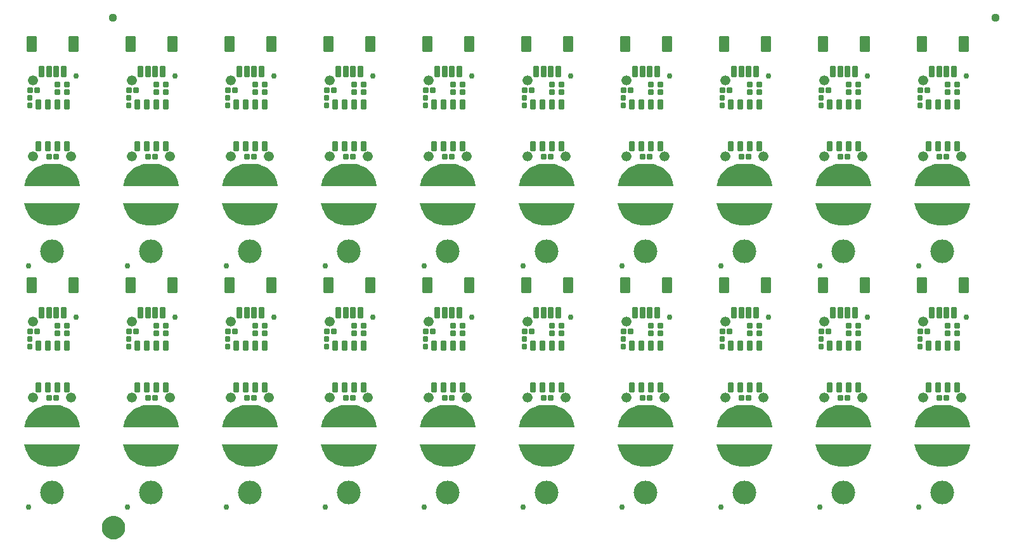
<source format=gts>
G04 EAGLE Gerber RS-274X export*
G75*
%MOMM*%
%FSLAX34Y34*%
%LPD*%
%INSoldermask Top*%
%IPPOS*%
%AMOC8*
5,1,8,0,0,1.08239X$1,22.5*%
G01*
%ADD10C,0.762000*%
%ADD11C,0.225369*%
%ADD12C,0.225588*%
%ADD13C,1.327000*%
%ADD14C,3.175000*%
%ADD15C,1.127000*%
%ADD16C,1.270000*%
%ADD17C,1.627000*%

G36*
X867177Y112855D02*
X867177Y112855D01*
X867275Y112864D01*
X867298Y112874D01*
X867323Y112879D01*
X867410Y112924D01*
X867499Y112965D01*
X867518Y112982D01*
X867540Y112994D01*
X867608Y113065D01*
X867680Y113132D01*
X867692Y113154D01*
X867710Y113172D01*
X867751Y113261D01*
X867798Y113347D01*
X867803Y113372D01*
X867813Y113395D01*
X867824Y113493D01*
X867841Y113590D01*
X867838Y113621D01*
X867840Y113639D01*
X867833Y113672D01*
X867825Y113756D01*
X866877Y118268D01*
X866866Y118298D01*
X866848Y118370D01*
X865282Y122706D01*
X865266Y122734D01*
X865239Y122803D01*
X863085Y126879D01*
X863065Y126904D01*
X863029Y126969D01*
X860328Y130705D01*
X860305Y130728D01*
X860260Y130786D01*
X857065Y134110D01*
X857039Y134130D01*
X856987Y134181D01*
X853361Y137028D01*
X853332Y137044D01*
X853273Y137088D01*
X849286Y139402D01*
X849256Y139414D01*
X849191Y139449D01*
X844921Y141186D01*
X844889Y141193D01*
X844820Y141219D01*
X840349Y142345D01*
X840317Y142348D01*
X840245Y142364D01*
X835661Y142857D01*
X835633Y142855D01*
X835580Y142861D01*
X825580Y142861D01*
X825552Y142857D01*
X825499Y142857D01*
X820915Y142364D01*
X820884Y142355D01*
X820811Y142345D01*
X816340Y141219D01*
X816310Y141206D01*
X816239Y141186D01*
X811969Y139449D01*
X811942Y139432D01*
X811874Y139402D01*
X807887Y137088D01*
X807862Y137067D01*
X807833Y137049D01*
X807823Y137044D01*
X807821Y137042D01*
X807799Y137028D01*
X804173Y134181D01*
X804151Y134157D01*
X804095Y134110D01*
X800900Y130786D01*
X800882Y130759D01*
X800832Y130705D01*
X798131Y126969D01*
X798117Y126940D01*
X798075Y126879D01*
X795921Y122803D01*
X795911Y122772D01*
X795878Y122706D01*
X794312Y118370D01*
X794306Y118338D01*
X794283Y118268D01*
X793335Y113756D01*
X793331Y113658D01*
X793320Y113561D01*
X793325Y113536D01*
X793324Y113511D01*
X793351Y113416D01*
X793372Y113320D01*
X793385Y113299D01*
X793392Y113274D01*
X793448Y113193D01*
X793498Y113109D01*
X793517Y113093D01*
X793532Y113072D01*
X793611Y113013D01*
X793685Y112949D01*
X793708Y112940D01*
X793729Y112925D01*
X793822Y112894D01*
X793913Y112857D01*
X793945Y112854D01*
X793962Y112848D01*
X793995Y112848D01*
X794080Y112839D01*
X867080Y112839D01*
X867177Y112855D01*
G37*
G36*
X470937Y112855D02*
X470937Y112855D01*
X471035Y112864D01*
X471058Y112874D01*
X471083Y112879D01*
X471170Y112924D01*
X471259Y112965D01*
X471278Y112982D01*
X471300Y112994D01*
X471368Y113065D01*
X471440Y113132D01*
X471452Y113154D01*
X471470Y113172D01*
X471511Y113261D01*
X471558Y113347D01*
X471563Y113372D01*
X471573Y113395D01*
X471584Y113493D01*
X471601Y113590D01*
X471598Y113621D01*
X471600Y113639D01*
X471593Y113672D01*
X471585Y113756D01*
X470637Y118268D01*
X470626Y118298D01*
X470608Y118370D01*
X469042Y122706D01*
X469026Y122734D01*
X468999Y122803D01*
X466845Y126879D01*
X466825Y126904D01*
X466789Y126969D01*
X464088Y130705D01*
X464065Y130728D01*
X464020Y130786D01*
X460825Y134110D01*
X460799Y134130D01*
X460747Y134181D01*
X457121Y137028D01*
X457092Y137044D01*
X457033Y137088D01*
X453046Y139402D01*
X453016Y139414D01*
X452951Y139449D01*
X448681Y141186D01*
X448649Y141193D01*
X448580Y141219D01*
X444109Y142345D01*
X444077Y142348D01*
X444005Y142364D01*
X439421Y142857D01*
X439393Y142855D01*
X439340Y142861D01*
X429340Y142861D01*
X429312Y142857D01*
X429259Y142857D01*
X424675Y142364D01*
X424644Y142355D01*
X424571Y142345D01*
X420100Y141219D01*
X420070Y141206D01*
X419999Y141186D01*
X415729Y139449D01*
X415702Y139432D01*
X415634Y139402D01*
X411647Y137088D01*
X411622Y137067D01*
X411593Y137049D01*
X411583Y137044D01*
X411581Y137042D01*
X411559Y137028D01*
X407933Y134181D01*
X407911Y134157D01*
X407855Y134110D01*
X404660Y130786D01*
X404642Y130759D01*
X404592Y130705D01*
X401891Y126969D01*
X401877Y126940D01*
X401835Y126879D01*
X399681Y122803D01*
X399671Y122772D01*
X399638Y122706D01*
X398072Y118370D01*
X398066Y118338D01*
X398043Y118268D01*
X397095Y113756D01*
X397091Y113658D01*
X397080Y113561D01*
X397085Y113536D01*
X397084Y113511D01*
X397111Y113416D01*
X397132Y113320D01*
X397145Y113299D01*
X397152Y113274D01*
X397208Y113193D01*
X397258Y113109D01*
X397277Y113093D01*
X397292Y113072D01*
X397371Y113013D01*
X397445Y112949D01*
X397468Y112940D01*
X397489Y112925D01*
X397582Y112894D01*
X397673Y112857D01*
X397705Y112854D01*
X397722Y112848D01*
X397755Y112848D01*
X397840Y112839D01*
X470840Y112839D01*
X470937Y112855D01*
G37*
G36*
X74697Y112855D02*
X74697Y112855D01*
X74795Y112864D01*
X74818Y112874D01*
X74843Y112879D01*
X74930Y112924D01*
X75019Y112965D01*
X75038Y112982D01*
X75060Y112994D01*
X75128Y113065D01*
X75200Y113132D01*
X75212Y113154D01*
X75230Y113172D01*
X75271Y113261D01*
X75318Y113347D01*
X75323Y113372D01*
X75333Y113395D01*
X75344Y113493D01*
X75361Y113590D01*
X75358Y113621D01*
X75360Y113639D01*
X75353Y113672D01*
X75345Y113756D01*
X74397Y118268D01*
X74386Y118298D01*
X74368Y118370D01*
X72802Y122706D01*
X72786Y122734D01*
X72759Y122803D01*
X70605Y126879D01*
X70585Y126904D01*
X70549Y126969D01*
X67848Y130705D01*
X67825Y130728D01*
X67780Y130786D01*
X64585Y134110D01*
X64559Y134130D01*
X64507Y134181D01*
X60881Y137028D01*
X60852Y137044D01*
X60793Y137088D01*
X56806Y139402D01*
X56776Y139414D01*
X56711Y139449D01*
X52441Y141186D01*
X52409Y141193D01*
X52340Y141219D01*
X47869Y142345D01*
X47837Y142348D01*
X47765Y142364D01*
X43181Y142857D01*
X43153Y142855D01*
X43100Y142861D01*
X33100Y142861D01*
X33072Y142857D01*
X33019Y142857D01*
X28435Y142364D01*
X28404Y142355D01*
X28331Y142345D01*
X23860Y141219D01*
X23830Y141206D01*
X23759Y141186D01*
X19489Y139449D01*
X19462Y139432D01*
X19394Y139402D01*
X15407Y137088D01*
X15382Y137067D01*
X15353Y137049D01*
X15343Y137044D01*
X15341Y137042D01*
X15319Y137028D01*
X11693Y134181D01*
X11671Y134157D01*
X11615Y134110D01*
X8420Y130786D01*
X8402Y130759D01*
X8352Y130705D01*
X5651Y126969D01*
X5637Y126940D01*
X5595Y126879D01*
X3441Y122803D01*
X3431Y122772D01*
X3398Y122706D01*
X1832Y118370D01*
X1826Y118338D01*
X1803Y118268D01*
X855Y113756D01*
X851Y113658D01*
X840Y113561D01*
X845Y113536D01*
X844Y113511D01*
X871Y113416D01*
X892Y113320D01*
X905Y113299D01*
X912Y113274D01*
X968Y113193D01*
X1018Y113109D01*
X1037Y113093D01*
X1052Y113072D01*
X1131Y113013D01*
X1205Y112949D01*
X1228Y112940D01*
X1249Y112925D01*
X1342Y112894D01*
X1433Y112857D01*
X1465Y112854D01*
X1482Y112848D01*
X1515Y112848D01*
X1600Y112839D01*
X74600Y112839D01*
X74697Y112855D01*
G37*
G36*
X338857Y112855D02*
X338857Y112855D01*
X338955Y112864D01*
X338978Y112874D01*
X339003Y112879D01*
X339090Y112924D01*
X339179Y112965D01*
X339198Y112982D01*
X339220Y112994D01*
X339288Y113065D01*
X339360Y113132D01*
X339372Y113154D01*
X339390Y113172D01*
X339431Y113261D01*
X339478Y113347D01*
X339483Y113372D01*
X339493Y113395D01*
X339504Y113493D01*
X339521Y113590D01*
X339518Y113621D01*
X339520Y113639D01*
X339513Y113672D01*
X339505Y113756D01*
X338557Y118268D01*
X338546Y118298D01*
X338528Y118370D01*
X336962Y122706D01*
X336946Y122734D01*
X336919Y122803D01*
X334765Y126879D01*
X334745Y126904D01*
X334709Y126969D01*
X332008Y130705D01*
X331985Y130728D01*
X331940Y130786D01*
X328745Y134110D01*
X328719Y134130D01*
X328667Y134181D01*
X325041Y137028D01*
X325012Y137044D01*
X324953Y137088D01*
X320966Y139402D01*
X320936Y139414D01*
X320871Y139449D01*
X316601Y141186D01*
X316569Y141193D01*
X316500Y141219D01*
X312029Y142345D01*
X311997Y142348D01*
X311925Y142364D01*
X307341Y142857D01*
X307313Y142855D01*
X307260Y142861D01*
X297260Y142861D01*
X297232Y142857D01*
X297179Y142857D01*
X292595Y142364D01*
X292564Y142355D01*
X292491Y142345D01*
X288020Y141219D01*
X287990Y141206D01*
X287919Y141186D01*
X283649Y139449D01*
X283622Y139432D01*
X283554Y139402D01*
X279567Y137088D01*
X279542Y137067D01*
X279513Y137049D01*
X279503Y137044D01*
X279501Y137042D01*
X279479Y137028D01*
X275853Y134181D01*
X275831Y134157D01*
X275775Y134110D01*
X272580Y130786D01*
X272562Y130759D01*
X272512Y130705D01*
X269811Y126969D01*
X269797Y126940D01*
X269755Y126879D01*
X267601Y122803D01*
X267591Y122772D01*
X267558Y122706D01*
X265992Y118370D01*
X265986Y118338D01*
X265963Y118268D01*
X265015Y113756D01*
X265011Y113658D01*
X265000Y113561D01*
X265005Y113536D01*
X265004Y113511D01*
X265031Y113416D01*
X265052Y113320D01*
X265065Y113299D01*
X265072Y113274D01*
X265128Y113193D01*
X265178Y113109D01*
X265197Y113093D01*
X265212Y113072D01*
X265291Y113013D01*
X265365Y112949D01*
X265388Y112940D01*
X265409Y112925D01*
X265502Y112894D01*
X265593Y112857D01*
X265625Y112854D01*
X265642Y112848D01*
X265675Y112848D01*
X265760Y112839D01*
X338760Y112839D01*
X338857Y112855D01*
G37*
G36*
X1263417Y112855D02*
X1263417Y112855D01*
X1263515Y112864D01*
X1263538Y112874D01*
X1263563Y112879D01*
X1263650Y112924D01*
X1263739Y112965D01*
X1263758Y112982D01*
X1263780Y112994D01*
X1263848Y113065D01*
X1263920Y113132D01*
X1263932Y113154D01*
X1263950Y113172D01*
X1263991Y113261D01*
X1264038Y113347D01*
X1264043Y113372D01*
X1264053Y113395D01*
X1264064Y113493D01*
X1264081Y113590D01*
X1264078Y113621D01*
X1264080Y113639D01*
X1264073Y113672D01*
X1264065Y113756D01*
X1263117Y118268D01*
X1263106Y118298D01*
X1263088Y118370D01*
X1261522Y122706D01*
X1261506Y122734D01*
X1261479Y122803D01*
X1259325Y126879D01*
X1259305Y126904D01*
X1259269Y126969D01*
X1256568Y130705D01*
X1256545Y130728D01*
X1256500Y130786D01*
X1253305Y134110D01*
X1253279Y134130D01*
X1253227Y134181D01*
X1249601Y137028D01*
X1249572Y137044D01*
X1249513Y137088D01*
X1245526Y139402D01*
X1245496Y139414D01*
X1245431Y139449D01*
X1241161Y141186D01*
X1241129Y141193D01*
X1241060Y141219D01*
X1236589Y142345D01*
X1236557Y142348D01*
X1236485Y142364D01*
X1231901Y142857D01*
X1231873Y142855D01*
X1231820Y142861D01*
X1221820Y142861D01*
X1221792Y142857D01*
X1221739Y142857D01*
X1217155Y142364D01*
X1217124Y142355D01*
X1217051Y142345D01*
X1212580Y141219D01*
X1212550Y141206D01*
X1212479Y141186D01*
X1208209Y139449D01*
X1208182Y139432D01*
X1208114Y139402D01*
X1204127Y137088D01*
X1204102Y137067D01*
X1204073Y137049D01*
X1204063Y137044D01*
X1204061Y137042D01*
X1204039Y137028D01*
X1200413Y134181D01*
X1200391Y134157D01*
X1200335Y134110D01*
X1197140Y130786D01*
X1197122Y130759D01*
X1197072Y130705D01*
X1194371Y126969D01*
X1194357Y126940D01*
X1194315Y126879D01*
X1192161Y122803D01*
X1192151Y122772D01*
X1192118Y122706D01*
X1190552Y118370D01*
X1190546Y118338D01*
X1190523Y118268D01*
X1189575Y113756D01*
X1189571Y113658D01*
X1189560Y113561D01*
X1189565Y113536D01*
X1189564Y113511D01*
X1189591Y113416D01*
X1189612Y113320D01*
X1189625Y113299D01*
X1189632Y113274D01*
X1189688Y113193D01*
X1189738Y113109D01*
X1189757Y113093D01*
X1189772Y113072D01*
X1189851Y113013D01*
X1189925Y112949D01*
X1189948Y112940D01*
X1189969Y112925D01*
X1190062Y112894D01*
X1190153Y112857D01*
X1190185Y112854D01*
X1190202Y112848D01*
X1190235Y112848D01*
X1190320Y112839D01*
X1263320Y112839D01*
X1263417Y112855D01*
G37*
G36*
X603017Y112855D02*
X603017Y112855D01*
X603115Y112864D01*
X603138Y112874D01*
X603163Y112879D01*
X603250Y112924D01*
X603339Y112965D01*
X603358Y112982D01*
X603380Y112994D01*
X603448Y113065D01*
X603520Y113132D01*
X603532Y113154D01*
X603550Y113172D01*
X603591Y113261D01*
X603638Y113347D01*
X603643Y113372D01*
X603653Y113395D01*
X603664Y113493D01*
X603681Y113590D01*
X603678Y113621D01*
X603680Y113639D01*
X603673Y113672D01*
X603665Y113756D01*
X602717Y118268D01*
X602706Y118298D01*
X602688Y118370D01*
X601122Y122706D01*
X601106Y122734D01*
X601079Y122803D01*
X598925Y126879D01*
X598905Y126904D01*
X598869Y126969D01*
X596168Y130705D01*
X596145Y130728D01*
X596100Y130786D01*
X592905Y134110D01*
X592879Y134130D01*
X592827Y134181D01*
X589201Y137028D01*
X589172Y137044D01*
X589113Y137088D01*
X585126Y139402D01*
X585096Y139414D01*
X585031Y139449D01*
X580761Y141186D01*
X580729Y141193D01*
X580660Y141219D01*
X576189Y142345D01*
X576157Y142348D01*
X576085Y142364D01*
X571501Y142857D01*
X571473Y142855D01*
X571420Y142861D01*
X561420Y142861D01*
X561392Y142857D01*
X561339Y142857D01*
X556755Y142364D01*
X556724Y142355D01*
X556651Y142345D01*
X552180Y141219D01*
X552150Y141206D01*
X552079Y141186D01*
X547809Y139449D01*
X547782Y139432D01*
X547714Y139402D01*
X543727Y137088D01*
X543702Y137067D01*
X543673Y137049D01*
X543663Y137044D01*
X543661Y137042D01*
X543639Y137028D01*
X540013Y134181D01*
X539991Y134157D01*
X539935Y134110D01*
X536740Y130786D01*
X536722Y130759D01*
X536672Y130705D01*
X533971Y126969D01*
X533957Y126940D01*
X533915Y126879D01*
X531761Y122803D01*
X531751Y122772D01*
X531718Y122706D01*
X530152Y118370D01*
X530146Y118338D01*
X530123Y118268D01*
X529175Y113756D01*
X529171Y113658D01*
X529160Y113561D01*
X529165Y113536D01*
X529164Y113511D01*
X529191Y113416D01*
X529212Y113320D01*
X529225Y113299D01*
X529232Y113274D01*
X529288Y113193D01*
X529338Y113109D01*
X529357Y113093D01*
X529372Y113072D01*
X529451Y113013D01*
X529525Y112949D01*
X529548Y112940D01*
X529569Y112925D01*
X529662Y112894D01*
X529753Y112857D01*
X529785Y112854D01*
X529802Y112848D01*
X529835Y112848D01*
X529920Y112839D01*
X602920Y112839D01*
X603017Y112855D01*
G37*
G36*
X735097Y112855D02*
X735097Y112855D01*
X735195Y112864D01*
X735218Y112874D01*
X735243Y112879D01*
X735330Y112924D01*
X735419Y112965D01*
X735438Y112982D01*
X735460Y112994D01*
X735528Y113065D01*
X735600Y113132D01*
X735612Y113154D01*
X735630Y113172D01*
X735671Y113261D01*
X735718Y113347D01*
X735723Y113372D01*
X735733Y113395D01*
X735744Y113493D01*
X735761Y113590D01*
X735758Y113621D01*
X735760Y113639D01*
X735753Y113672D01*
X735745Y113756D01*
X734797Y118268D01*
X734786Y118298D01*
X734768Y118370D01*
X733202Y122706D01*
X733186Y122734D01*
X733159Y122803D01*
X731005Y126879D01*
X730985Y126904D01*
X730949Y126969D01*
X728248Y130705D01*
X728225Y130728D01*
X728180Y130786D01*
X724985Y134110D01*
X724959Y134130D01*
X724907Y134181D01*
X721281Y137028D01*
X721252Y137044D01*
X721193Y137088D01*
X717206Y139402D01*
X717176Y139414D01*
X717111Y139449D01*
X712841Y141186D01*
X712809Y141193D01*
X712740Y141219D01*
X708269Y142345D01*
X708237Y142348D01*
X708165Y142364D01*
X703581Y142857D01*
X703553Y142855D01*
X703500Y142861D01*
X693500Y142861D01*
X693472Y142857D01*
X693419Y142857D01*
X688835Y142364D01*
X688804Y142355D01*
X688731Y142345D01*
X684260Y141219D01*
X684230Y141206D01*
X684159Y141186D01*
X679889Y139449D01*
X679862Y139432D01*
X679794Y139402D01*
X675807Y137088D01*
X675782Y137067D01*
X675753Y137049D01*
X675743Y137044D01*
X675741Y137042D01*
X675719Y137028D01*
X672093Y134181D01*
X672071Y134157D01*
X672015Y134110D01*
X668820Y130786D01*
X668802Y130759D01*
X668752Y130705D01*
X666051Y126969D01*
X666037Y126940D01*
X665995Y126879D01*
X663841Y122803D01*
X663831Y122772D01*
X663798Y122706D01*
X662232Y118370D01*
X662226Y118338D01*
X662203Y118268D01*
X661255Y113756D01*
X661251Y113658D01*
X661240Y113561D01*
X661245Y113536D01*
X661244Y113511D01*
X661271Y113416D01*
X661292Y113320D01*
X661305Y113299D01*
X661312Y113274D01*
X661368Y113193D01*
X661418Y113109D01*
X661437Y113093D01*
X661452Y113072D01*
X661531Y113013D01*
X661605Y112949D01*
X661628Y112940D01*
X661649Y112925D01*
X661742Y112894D01*
X661833Y112857D01*
X661865Y112854D01*
X661882Y112848D01*
X661915Y112848D01*
X662000Y112839D01*
X735000Y112839D01*
X735097Y112855D01*
G37*
G36*
X206777Y112855D02*
X206777Y112855D01*
X206875Y112864D01*
X206898Y112874D01*
X206923Y112879D01*
X207010Y112924D01*
X207099Y112965D01*
X207118Y112982D01*
X207140Y112994D01*
X207208Y113065D01*
X207280Y113132D01*
X207292Y113154D01*
X207310Y113172D01*
X207351Y113261D01*
X207398Y113347D01*
X207403Y113372D01*
X207413Y113395D01*
X207424Y113493D01*
X207441Y113590D01*
X207438Y113621D01*
X207440Y113639D01*
X207433Y113672D01*
X207425Y113756D01*
X206477Y118268D01*
X206466Y118298D01*
X206448Y118370D01*
X204882Y122706D01*
X204866Y122734D01*
X204839Y122803D01*
X202685Y126879D01*
X202665Y126904D01*
X202629Y126969D01*
X199928Y130705D01*
X199905Y130728D01*
X199860Y130786D01*
X196665Y134110D01*
X196639Y134130D01*
X196587Y134181D01*
X192961Y137028D01*
X192932Y137044D01*
X192873Y137088D01*
X188886Y139402D01*
X188856Y139414D01*
X188791Y139449D01*
X184521Y141186D01*
X184489Y141193D01*
X184420Y141219D01*
X179949Y142345D01*
X179917Y142348D01*
X179845Y142364D01*
X175261Y142857D01*
X175233Y142855D01*
X175180Y142861D01*
X165180Y142861D01*
X165152Y142857D01*
X165099Y142857D01*
X160515Y142364D01*
X160484Y142355D01*
X160411Y142345D01*
X155940Y141219D01*
X155910Y141206D01*
X155839Y141186D01*
X151569Y139449D01*
X151542Y139432D01*
X151474Y139402D01*
X147487Y137088D01*
X147462Y137067D01*
X147433Y137049D01*
X147423Y137044D01*
X147421Y137042D01*
X147399Y137028D01*
X143773Y134181D01*
X143751Y134157D01*
X143695Y134110D01*
X140500Y130786D01*
X140482Y130759D01*
X140432Y130705D01*
X137731Y126969D01*
X137717Y126940D01*
X137675Y126879D01*
X135521Y122803D01*
X135511Y122772D01*
X135478Y122706D01*
X133912Y118370D01*
X133906Y118338D01*
X133883Y118268D01*
X132935Y113756D01*
X132931Y113658D01*
X132920Y113561D01*
X132925Y113536D01*
X132924Y113511D01*
X132951Y113416D01*
X132972Y113320D01*
X132985Y113299D01*
X132992Y113274D01*
X133048Y113193D01*
X133098Y113109D01*
X133117Y113093D01*
X133132Y113072D01*
X133211Y113013D01*
X133285Y112949D01*
X133308Y112940D01*
X133329Y112925D01*
X133422Y112894D01*
X133513Y112857D01*
X133545Y112854D01*
X133562Y112848D01*
X133595Y112848D01*
X133680Y112839D01*
X206680Y112839D01*
X206777Y112855D01*
G37*
G36*
X999257Y112855D02*
X999257Y112855D01*
X999355Y112864D01*
X999378Y112874D01*
X999403Y112879D01*
X999490Y112924D01*
X999579Y112965D01*
X999598Y112982D01*
X999620Y112994D01*
X999688Y113065D01*
X999760Y113132D01*
X999772Y113154D01*
X999790Y113172D01*
X999831Y113261D01*
X999878Y113347D01*
X999883Y113372D01*
X999893Y113395D01*
X999904Y113493D01*
X999921Y113590D01*
X999918Y113621D01*
X999920Y113639D01*
X999913Y113672D01*
X999905Y113756D01*
X998957Y118268D01*
X998946Y118298D01*
X998928Y118370D01*
X997362Y122706D01*
X997346Y122734D01*
X997319Y122803D01*
X995165Y126879D01*
X995145Y126904D01*
X995109Y126969D01*
X992408Y130705D01*
X992385Y130728D01*
X992340Y130786D01*
X989145Y134110D01*
X989119Y134130D01*
X989067Y134181D01*
X985441Y137028D01*
X985412Y137044D01*
X985353Y137088D01*
X981366Y139402D01*
X981336Y139414D01*
X981271Y139449D01*
X977001Y141186D01*
X976969Y141193D01*
X976900Y141219D01*
X972429Y142345D01*
X972397Y142348D01*
X972325Y142364D01*
X967741Y142857D01*
X967713Y142855D01*
X967660Y142861D01*
X957660Y142861D01*
X957632Y142857D01*
X957579Y142857D01*
X952995Y142364D01*
X952964Y142355D01*
X952891Y142345D01*
X948420Y141219D01*
X948390Y141206D01*
X948319Y141186D01*
X944049Y139449D01*
X944022Y139432D01*
X943954Y139402D01*
X939967Y137088D01*
X939942Y137067D01*
X939913Y137049D01*
X939903Y137044D01*
X939901Y137042D01*
X939879Y137028D01*
X936253Y134181D01*
X936231Y134157D01*
X936175Y134110D01*
X932980Y130786D01*
X932962Y130759D01*
X932912Y130705D01*
X930211Y126969D01*
X930197Y126940D01*
X930155Y126879D01*
X928001Y122803D01*
X927991Y122772D01*
X927958Y122706D01*
X926392Y118370D01*
X926386Y118338D01*
X926363Y118268D01*
X925415Y113756D01*
X925411Y113658D01*
X925400Y113561D01*
X925405Y113536D01*
X925404Y113511D01*
X925431Y113416D01*
X925452Y113320D01*
X925465Y113299D01*
X925472Y113274D01*
X925528Y113193D01*
X925578Y113109D01*
X925597Y113093D01*
X925612Y113072D01*
X925691Y113013D01*
X925765Y112949D01*
X925788Y112940D01*
X925809Y112925D01*
X925902Y112894D01*
X925993Y112857D01*
X926025Y112854D01*
X926042Y112848D01*
X926075Y112848D01*
X926160Y112839D01*
X999160Y112839D01*
X999257Y112855D01*
G37*
G36*
X1131337Y112855D02*
X1131337Y112855D01*
X1131435Y112864D01*
X1131458Y112874D01*
X1131483Y112879D01*
X1131570Y112924D01*
X1131659Y112965D01*
X1131678Y112982D01*
X1131700Y112994D01*
X1131768Y113065D01*
X1131840Y113132D01*
X1131852Y113154D01*
X1131870Y113172D01*
X1131911Y113261D01*
X1131958Y113347D01*
X1131963Y113372D01*
X1131973Y113395D01*
X1131984Y113493D01*
X1132001Y113590D01*
X1131998Y113621D01*
X1132000Y113639D01*
X1131993Y113672D01*
X1131985Y113756D01*
X1131037Y118268D01*
X1131026Y118298D01*
X1131008Y118370D01*
X1129442Y122706D01*
X1129426Y122734D01*
X1129399Y122803D01*
X1127245Y126879D01*
X1127225Y126904D01*
X1127189Y126969D01*
X1124488Y130705D01*
X1124465Y130728D01*
X1124420Y130786D01*
X1121225Y134110D01*
X1121199Y134130D01*
X1121147Y134181D01*
X1117521Y137028D01*
X1117492Y137044D01*
X1117433Y137088D01*
X1113446Y139402D01*
X1113416Y139414D01*
X1113351Y139449D01*
X1109081Y141186D01*
X1109049Y141193D01*
X1108980Y141219D01*
X1104509Y142345D01*
X1104477Y142348D01*
X1104405Y142364D01*
X1099821Y142857D01*
X1099793Y142855D01*
X1099740Y142861D01*
X1089740Y142861D01*
X1089712Y142857D01*
X1089659Y142857D01*
X1085075Y142364D01*
X1085044Y142355D01*
X1084971Y142345D01*
X1080500Y141219D01*
X1080470Y141206D01*
X1080399Y141186D01*
X1076129Y139449D01*
X1076102Y139432D01*
X1076034Y139402D01*
X1072047Y137088D01*
X1072022Y137067D01*
X1071993Y137049D01*
X1071983Y137044D01*
X1071981Y137042D01*
X1071959Y137028D01*
X1068333Y134181D01*
X1068311Y134157D01*
X1068255Y134110D01*
X1065060Y130786D01*
X1065042Y130759D01*
X1064992Y130705D01*
X1062291Y126969D01*
X1062277Y126940D01*
X1062235Y126879D01*
X1060081Y122803D01*
X1060071Y122772D01*
X1060038Y122706D01*
X1058472Y118370D01*
X1058466Y118338D01*
X1058443Y118268D01*
X1057495Y113756D01*
X1057491Y113658D01*
X1057480Y113561D01*
X1057485Y113536D01*
X1057484Y113511D01*
X1057511Y113416D01*
X1057532Y113320D01*
X1057545Y113299D01*
X1057552Y113274D01*
X1057608Y113193D01*
X1057658Y113109D01*
X1057677Y113093D01*
X1057692Y113072D01*
X1057771Y113013D01*
X1057845Y112949D01*
X1057868Y112940D01*
X1057889Y112925D01*
X1057982Y112894D01*
X1058073Y112857D01*
X1058105Y112854D01*
X1058122Y112848D01*
X1058155Y112848D01*
X1058240Y112839D01*
X1131240Y112839D01*
X1131337Y112855D01*
G37*
G36*
X867177Y435435D02*
X867177Y435435D01*
X867275Y435444D01*
X867298Y435454D01*
X867323Y435459D01*
X867410Y435504D01*
X867499Y435545D01*
X867518Y435562D01*
X867540Y435574D01*
X867608Y435645D01*
X867680Y435712D01*
X867692Y435734D01*
X867710Y435752D01*
X867751Y435841D01*
X867798Y435927D01*
X867803Y435952D01*
X867813Y435975D01*
X867824Y436073D01*
X867841Y436170D01*
X867838Y436201D01*
X867840Y436219D01*
X867833Y436252D01*
X867825Y436336D01*
X866877Y440848D01*
X866866Y440878D01*
X866848Y440950D01*
X865282Y445286D01*
X865266Y445314D01*
X865239Y445383D01*
X863085Y449459D01*
X863065Y449484D01*
X863029Y449549D01*
X860328Y453285D01*
X860305Y453308D01*
X860260Y453366D01*
X857065Y456690D01*
X857039Y456710D01*
X856987Y456761D01*
X853361Y459608D01*
X853332Y459624D01*
X853273Y459668D01*
X849286Y461982D01*
X849256Y461994D01*
X849191Y462029D01*
X844921Y463766D01*
X844889Y463773D01*
X844820Y463799D01*
X840349Y464925D01*
X840317Y464928D01*
X840245Y464944D01*
X835661Y465437D01*
X835633Y465435D01*
X835580Y465441D01*
X825580Y465441D01*
X825552Y465437D01*
X825499Y465437D01*
X820915Y464944D01*
X820884Y464935D01*
X820811Y464925D01*
X816340Y463799D01*
X816310Y463786D01*
X816239Y463766D01*
X811969Y462029D01*
X811942Y462012D01*
X811874Y461982D01*
X807887Y459668D01*
X807862Y459647D01*
X807833Y459629D01*
X807823Y459624D01*
X807821Y459622D01*
X807799Y459608D01*
X804173Y456761D01*
X804151Y456737D01*
X804095Y456690D01*
X800900Y453366D01*
X800882Y453339D01*
X800832Y453285D01*
X798131Y449549D01*
X798117Y449520D01*
X798075Y449459D01*
X795921Y445383D01*
X795911Y445352D01*
X795878Y445286D01*
X794312Y440950D01*
X794306Y440918D01*
X794283Y440848D01*
X793335Y436336D01*
X793331Y436238D01*
X793320Y436141D01*
X793325Y436116D01*
X793324Y436091D01*
X793351Y435996D01*
X793372Y435900D01*
X793385Y435879D01*
X793392Y435854D01*
X793448Y435773D01*
X793498Y435689D01*
X793517Y435673D01*
X793532Y435652D01*
X793611Y435593D01*
X793685Y435529D01*
X793708Y435520D01*
X793729Y435505D01*
X793822Y435474D01*
X793913Y435437D01*
X793945Y435434D01*
X793962Y435428D01*
X793995Y435428D01*
X794080Y435419D01*
X867080Y435419D01*
X867177Y435435D01*
G37*
G36*
X206777Y435435D02*
X206777Y435435D01*
X206875Y435444D01*
X206898Y435454D01*
X206923Y435459D01*
X207010Y435504D01*
X207099Y435545D01*
X207118Y435562D01*
X207140Y435574D01*
X207208Y435645D01*
X207280Y435712D01*
X207292Y435734D01*
X207310Y435752D01*
X207351Y435841D01*
X207398Y435927D01*
X207403Y435952D01*
X207413Y435975D01*
X207424Y436073D01*
X207441Y436170D01*
X207438Y436201D01*
X207440Y436219D01*
X207433Y436252D01*
X207425Y436336D01*
X206477Y440848D01*
X206466Y440878D01*
X206448Y440950D01*
X204882Y445286D01*
X204866Y445314D01*
X204839Y445383D01*
X202685Y449459D01*
X202665Y449484D01*
X202629Y449549D01*
X199928Y453285D01*
X199905Y453308D01*
X199860Y453366D01*
X196665Y456690D01*
X196639Y456710D01*
X196587Y456761D01*
X192961Y459608D01*
X192932Y459624D01*
X192873Y459668D01*
X188886Y461982D01*
X188856Y461994D01*
X188791Y462029D01*
X184521Y463766D01*
X184489Y463773D01*
X184420Y463799D01*
X179949Y464925D01*
X179917Y464928D01*
X179845Y464944D01*
X175261Y465437D01*
X175233Y465435D01*
X175180Y465441D01*
X165180Y465441D01*
X165152Y465437D01*
X165099Y465437D01*
X160515Y464944D01*
X160484Y464935D01*
X160411Y464925D01*
X155940Y463799D01*
X155910Y463786D01*
X155839Y463766D01*
X151569Y462029D01*
X151542Y462012D01*
X151474Y461982D01*
X147487Y459668D01*
X147462Y459647D01*
X147433Y459629D01*
X147423Y459624D01*
X147421Y459622D01*
X147399Y459608D01*
X143773Y456761D01*
X143751Y456737D01*
X143695Y456690D01*
X140500Y453366D01*
X140482Y453339D01*
X140432Y453285D01*
X137731Y449549D01*
X137717Y449520D01*
X137675Y449459D01*
X135521Y445383D01*
X135511Y445352D01*
X135478Y445286D01*
X133912Y440950D01*
X133906Y440918D01*
X133883Y440848D01*
X132935Y436336D01*
X132931Y436238D01*
X132920Y436141D01*
X132925Y436116D01*
X132924Y436091D01*
X132951Y435996D01*
X132972Y435900D01*
X132985Y435879D01*
X132992Y435854D01*
X133048Y435773D01*
X133098Y435689D01*
X133117Y435673D01*
X133132Y435652D01*
X133211Y435593D01*
X133285Y435529D01*
X133308Y435520D01*
X133329Y435505D01*
X133422Y435474D01*
X133513Y435437D01*
X133545Y435434D01*
X133562Y435428D01*
X133595Y435428D01*
X133680Y435419D01*
X206680Y435419D01*
X206777Y435435D01*
G37*
G36*
X1131337Y435435D02*
X1131337Y435435D01*
X1131435Y435444D01*
X1131458Y435454D01*
X1131483Y435459D01*
X1131570Y435504D01*
X1131659Y435545D01*
X1131678Y435562D01*
X1131700Y435574D01*
X1131768Y435645D01*
X1131840Y435712D01*
X1131852Y435734D01*
X1131870Y435752D01*
X1131911Y435841D01*
X1131958Y435927D01*
X1131963Y435952D01*
X1131973Y435975D01*
X1131984Y436073D01*
X1132001Y436170D01*
X1131998Y436201D01*
X1132000Y436219D01*
X1131993Y436252D01*
X1131985Y436336D01*
X1131037Y440848D01*
X1131026Y440878D01*
X1131008Y440950D01*
X1129442Y445286D01*
X1129426Y445314D01*
X1129399Y445383D01*
X1127245Y449459D01*
X1127225Y449484D01*
X1127189Y449549D01*
X1124488Y453285D01*
X1124465Y453308D01*
X1124420Y453366D01*
X1121225Y456690D01*
X1121199Y456710D01*
X1121147Y456761D01*
X1117521Y459608D01*
X1117492Y459624D01*
X1117433Y459668D01*
X1113446Y461982D01*
X1113416Y461994D01*
X1113351Y462029D01*
X1109081Y463766D01*
X1109049Y463773D01*
X1108980Y463799D01*
X1104509Y464925D01*
X1104477Y464928D01*
X1104405Y464944D01*
X1099821Y465437D01*
X1099793Y465435D01*
X1099740Y465441D01*
X1089740Y465441D01*
X1089712Y465437D01*
X1089659Y465437D01*
X1085075Y464944D01*
X1085044Y464935D01*
X1084971Y464925D01*
X1080500Y463799D01*
X1080470Y463786D01*
X1080399Y463766D01*
X1076129Y462029D01*
X1076102Y462012D01*
X1076034Y461982D01*
X1072047Y459668D01*
X1072022Y459647D01*
X1071993Y459629D01*
X1071983Y459624D01*
X1071981Y459622D01*
X1071959Y459608D01*
X1068333Y456761D01*
X1068311Y456737D01*
X1068255Y456690D01*
X1065060Y453366D01*
X1065042Y453339D01*
X1064992Y453285D01*
X1062291Y449549D01*
X1062277Y449520D01*
X1062235Y449459D01*
X1060081Y445383D01*
X1060071Y445352D01*
X1060038Y445286D01*
X1058472Y440950D01*
X1058466Y440918D01*
X1058443Y440848D01*
X1057495Y436336D01*
X1057491Y436238D01*
X1057480Y436141D01*
X1057485Y436116D01*
X1057484Y436091D01*
X1057511Y435996D01*
X1057532Y435900D01*
X1057545Y435879D01*
X1057552Y435854D01*
X1057608Y435773D01*
X1057658Y435689D01*
X1057677Y435673D01*
X1057692Y435652D01*
X1057771Y435593D01*
X1057845Y435529D01*
X1057868Y435520D01*
X1057889Y435505D01*
X1057982Y435474D01*
X1058073Y435437D01*
X1058105Y435434D01*
X1058122Y435428D01*
X1058155Y435428D01*
X1058240Y435419D01*
X1131240Y435419D01*
X1131337Y435435D01*
G37*
G36*
X470937Y435435D02*
X470937Y435435D01*
X471035Y435444D01*
X471058Y435454D01*
X471083Y435459D01*
X471170Y435504D01*
X471259Y435545D01*
X471278Y435562D01*
X471300Y435574D01*
X471368Y435645D01*
X471440Y435712D01*
X471452Y435734D01*
X471470Y435752D01*
X471511Y435841D01*
X471558Y435927D01*
X471563Y435952D01*
X471573Y435975D01*
X471584Y436073D01*
X471601Y436170D01*
X471598Y436201D01*
X471600Y436219D01*
X471593Y436252D01*
X471585Y436336D01*
X470637Y440848D01*
X470626Y440878D01*
X470608Y440950D01*
X469042Y445286D01*
X469026Y445314D01*
X468999Y445383D01*
X466845Y449459D01*
X466825Y449484D01*
X466789Y449549D01*
X464088Y453285D01*
X464065Y453308D01*
X464020Y453366D01*
X460825Y456690D01*
X460799Y456710D01*
X460747Y456761D01*
X457121Y459608D01*
X457092Y459624D01*
X457033Y459668D01*
X453046Y461982D01*
X453016Y461994D01*
X452951Y462029D01*
X448681Y463766D01*
X448649Y463773D01*
X448580Y463799D01*
X444109Y464925D01*
X444077Y464928D01*
X444005Y464944D01*
X439421Y465437D01*
X439393Y465435D01*
X439340Y465441D01*
X429340Y465441D01*
X429312Y465437D01*
X429259Y465437D01*
X424675Y464944D01*
X424644Y464935D01*
X424571Y464925D01*
X420100Y463799D01*
X420070Y463786D01*
X419999Y463766D01*
X415729Y462029D01*
X415702Y462012D01*
X415634Y461982D01*
X411647Y459668D01*
X411622Y459647D01*
X411593Y459629D01*
X411583Y459624D01*
X411581Y459622D01*
X411559Y459608D01*
X407933Y456761D01*
X407911Y456737D01*
X407855Y456690D01*
X404660Y453366D01*
X404642Y453339D01*
X404592Y453285D01*
X401891Y449549D01*
X401877Y449520D01*
X401835Y449459D01*
X399681Y445383D01*
X399671Y445352D01*
X399638Y445286D01*
X398072Y440950D01*
X398066Y440918D01*
X398043Y440848D01*
X397095Y436336D01*
X397091Y436238D01*
X397080Y436141D01*
X397085Y436116D01*
X397084Y436091D01*
X397111Y435996D01*
X397132Y435900D01*
X397145Y435879D01*
X397152Y435854D01*
X397208Y435773D01*
X397258Y435689D01*
X397277Y435673D01*
X397292Y435652D01*
X397371Y435593D01*
X397445Y435529D01*
X397468Y435520D01*
X397489Y435505D01*
X397582Y435474D01*
X397673Y435437D01*
X397705Y435434D01*
X397722Y435428D01*
X397755Y435428D01*
X397840Y435419D01*
X470840Y435419D01*
X470937Y435435D01*
G37*
G36*
X74697Y435435D02*
X74697Y435435D01*
X74795Y435444D01*
X74818Y435454D01*
X74843Y435459D01*
X74930Y435504D01*
X75019Y435545D01*
X75038Y435562D01*
X75060Y435574D01*
X75128Y435645D01*
X75200Y435712D01*
X75212Y435734D01*
X75230Y435752D01*
X75271Y435841D01*
X75318Y435927D01*
X75323Y435952D01*
X75333Y435975D01*
X75344Y436073D01*
X75361Y436170D01*
X75358Y436201D01*
X75360Y436219D01*
X75353Y436252D01*
X75345Y436336D01*
X74397Y440848D01*
X74386Y440878D01*
X74368Y440950D01*
X72802Y445286D01*
X72786Y445314D01*
X72759Y445383D01*
X70605Y449459D01*
X70585Y449484D01*
X70549Y449549D01*
X67848Y453285D01*
X67825Y453308D01*
X67780Y453366D01*
X64585Y456690D01*
X64559Y456710D01*
X64507Y456761D01*
X60881Y459608D01*
X60852Y459624D01*
X60793Y459668D01*
X56806Y461982D01*
X56776Y461994D01*
X56711Y462029D01*
X52441Y463766D01*
X52409Y463773D01*
X52340Y463799D01*
X47869Y464925D01*
X47837Y464928D01*
X47765Y464944D01*
X43181Y465437D01*
X43153Y465435D01*
X43100Y465441D01*
X33100Y465441D01*
X33072Y465437D01*
X33019Y465437D01*
X28435Y464944D01*
X28404Y464935D01*
X28331Y464925D01*
X23860Y463799D01*
X23830Y463786D01*
X23759Y463766D01*
X19489Y462029D01*
X19462Y462012D01*
X19394Y461982D01*
X15407Y459668D01*
X15382Y459647D01*
X15353Y459629D01*
X15343Y459624D01*
X15341Y459622D01*
X15319Y459608D01*
X11693Y456761D01*
X11671Y456737D01*
X11615Y456690D01*
X8420Y453366D01*
X8402Y453339D01*
X8352Y453285D01*
X5651Y449549D01*
X5637Y449520D01*
X5595Y449459D01*
X3441Y445383D01*
X3431Y445352D01*
X3398Y445286D01*
X1832Y440950D01*
X1826Y440918D01*
X1803Y440848D01*
X855Y436336D01*
X851Y436238D01*
X840Y436141D01*
X845Y436116D01*
X844Y436091D01*
X871Y435996D01*
X892Y435900D01*
X905Y435879D01*
X912Y435854D01*
X968Y435773D01*
X1018Y435689D01*
X1037Y435673D01*
X1052Y435652D01*
X1131Y435593D01*
X1205Y435529D01*
X1228Y435520D01*
X1249Y435505D01*
X1342Y435474D01*
X1433Y435437D01*
X1465Y435434D01*
X1482Y435428D01*
X1515Y435428D01*
X1600Y435419D01*
X74600Y435419D01*
X74697Y435435D01*
G37*
G36*
X603017Y435435D02*
X603017Y435435D01*
X603115Y435444D01*
X603138Y435454D01*
X603163Y435459D01*
X603250Y435504D01*
X603339Y435545D01*
X603358Y435562D01*
X603380Y435574D01*
X603448Y435645D01*
X603520Y435712D01*
X603532Y435734D01*
X603550Y435752D01*
X603591Y435841D01*
X603638Y435927D01*
X603643Y435952D01*
X603653Y435975D01*
X603664Y436073D01*
X603681Y436170D01*
X603678Y436201D01*
X603680Y436219D01*
X603673Y436252D01*
X603665Y436336D01*
X602717Y440848D01*
X602706Y440878D01*
X602688Y440950D01*
X601122Y445286D01*
X601106Y445314D01*
X601079Y445383D01*
X598925Y449459D01*
X598905Y449484D01*
X598869Y449549D01*
X596168Y453285D01*
X596145Y453308D01*
X596100Y453366D01*
X592905Y456690D01*
X592879Y456710D01*
X592827Y456761D01*
X589201Y459608D01*
X589172Y459624D01*
X589113Y459668D01*
X585126Y461982D01*
X585096Y461994D01*
X585031Y462029D01*
X580761Y463766D01*
X580729Y463773D01*
X580660Y463799D01*
X576189Y464925D01*
X576157Y464928D01*
X576085Y464944D01*
X571501Y465437D01*
X571473Y465435D01*
X571420Y465441D01*
X561420Y465441D01*
X561392Y465437D01*
X561339Y465437D01*
X556755Y464944D01*
X556724Y464935D01*
X556651Y464925D01*
X552180Y463799D01*
X552150Y463786D01*
X552079Y463766D01*
X547809Y462029D01*
X547782Y462012D01*
X547714Y461982D01*
X543727Y459668D01*
X543702Y459647D01*
X543673Y459629D01*
X543663Y459624D01*
X543661Y459622D01*
X543639Y459608D01*
X540013Y456761D01*
X539991Y456737D01*
X539935Y456690D01*
X536740Y453366D01*
X536722Y453339D01*
X536672Y453285D01*
X533971Y449549D01*
X533957Y449520D01*
X533915Y449459D01*
X531761Y445383D01*
X531751Y445352D01*
X531718Y445286D01*
X530152Y440950D01*
X530146Y440918D01*
X530123Y440848D01*
X529175Y436336D01*
X529171Y436238D01*
X529160Y436141D01*
X529165Y436116D01*
X529164Y436091D01*
X529191Y435996D01*
X529212Y435900D01*
X529225Y435879D01*
X529232Y435854D01*
X529288Y435773D01*
X529338Y435689D01*
X529357Y435673D01*
X529372Y435652D01*
X529451Y435593D01*
X529525Y435529D01*
X529548Y435520D01*
X529569Y435505D01*
X529662Y435474D01*
X529753Y435437D01*
X529785Y435434D01*
X529802Y435428D01*
X529835Y435428D01*
X529920Y435419D01*
X602920Y435419D01*
X603017Y435435D01*
G37*
G36*
X999257Y435435D02*
X999257Y435435D01*
X999355Y435444D01*
X999378Y435454D01*
X999403Y435459D01*
X999490Y435504D01*
X999579Y435545D01*
X999598Y435562D01*
X999620Y435574D01*
X999688Y435645D01*
X999760Y435712D01*
X999772Y435734D01*
X999790Y435752D01*
X999831Y435841D01*
X999878Y435927D01*
X999883Y435952D01*
X999893Y435975D01*
X999904Y436073D01*
X999921Y436170D01*
X999918Y436201D01*
X999920Y436219D01*
X999913Y436252D01*
X999905Y436336D01*
X998957Y440848D01*
X998946Y440878D01*
X998928Y440950D01*
X997362Y445286D01*
X997346Y445314D01*
X997319Y445383D01*
X995165Y449459D01*
X995145Y449484D01*
X995109Y449549D01*
X992408Y453285D01*
X992385Y453308D01*
X992340Y453366D01*
X989145Y456690D01*
X989119Y456710D01*
X989067Y456761D01*
X985441Y459608D01*
X985412Y459624D01*
X985353Y459668D01*
X981366Y461982D01*
X981336Y461994D01*
X981271Y462029D01*
X977001Y463766D01*
X976969Y463773D01*
X976900Y463799D01*
X972429Y464925D01*
X972397Y464928D01*
X972325Y464944D01*
X967741Y465437D01*
X967713Y465435D01*
X967660Y465441D01*
X957660Y465441D01*
X957632Y465437D01*
X957579Y465437D01*
X952995Y464944D01*
X952964Y464935D01*
X952891Y464925D01*
X948420Y463799D01*
X948390Y463786D01*
X948319Y463766D01*
X944049Y462029D01*
X944022Y462012D01*
X943954Y461982D01*
X939967Y459668D01*
X939942Y459647D01*
X939913Y459629D01*
X939903Y459624D01*
X939901Y459622D01*
X939879Y459608D01*
X936253Y456761D01*
X936231Y456737D01*
X936175Y456690D01*
X932980Y453366D01*
X932962Y453339D01*
X932912Y453285D01*
X930211Y449549D01*
X930197Y449520D01*
X930155Y449459D01*
X928001Y445383D01*
X927991Y445352D01*
X927958Y445286D01*
X926392Y440950D01*
X926386Y440918D01*
X926363Y440848D01*
X925415Y436336D01*
X925411Y436238D01*
X925400Y436141D01*
X925405Y436116D01*
X925404Y436091D01*
X925431Y435996D01*
X925452Y435900D01*
X925465Y435879D01*
X925472Y435854D01*
X925528Y435773D01*
X925578Y435689D01*
X925597Y435673D01*
X925612Y435652D01*
X925691Y435593D01*
X925765Y435529D01*
X925788Y435520D01*
X925809Y435505D01*
X925902Y435474D01*
X925993Y435437D01*
X926025Y435434D01*
X926042Y435428D01*
X926075Y435428D01*
X926160Y435419D01*
X999160Y435419D01*
X999257Y435435D01*
G37*
G36*
X338857Y435435D02*
X338857Y435435D01*
X338955Y435444D01*
X338978Y435454D01*
X339003Y435459D01*
X339090Y435504D01*
X339179Y435545D01*
X339198Y435562D01*
X339220Y435574D01*
X339288Y435645D01*
X339360Y435712D01*
X339372Y435734D01*
X339390Y435752D01*
X339431Y435841D01*
X339478Y435927D01*
X339483Y435952D01*
X339493Y435975D01*
X339504Y436073D01*
X339521Y436170D01*
X339518Y436201D01*
X339520Y436219D01*
X339513Y436252D01*
X339505Y436336D01*
X338557Y440848D01*
X338546Y440878D01*
X338528Y440950D01*
X336962Y445286D01*
X336946Y445314D01*
X336919Y445383D01*
X334765Y449459D01*
X334745Y449484D01*
X334709Y449549D01*
X332008Y453285D01*
X331985Y453308D01*
X331940Y453366D01*
X328745Y456690D01*
X328719Y456710D01*
X328667Y456761D01*
X325041Y459608D01*
X325012Y459624D01*
X324953Y459668D01*
X320966Y461982D01*
X320936Y461994D01*
X320871Y462029D01*
X316601Y463766D01*
X316569Y463773D01*
X316500Y463799D01*
X312029Y464925D01*
X311997Y464928D01*
X311925Y464944D01*
X307341Y465437D01*
X307313Y465435D01*
X307260Y465441D01*
X297260Y465441D01*
X297232Y465437D01*
X297179Y465437D01*
X292595Y464944D01*
X292564Y464935D01*
X292491Y464925D01*
X288020Y463799D01*
X287990Y463786D01*
X287919Y463766D01*
X283649Y462029D01*
X283622Y462012D01*
X283554Y461982D01*
X279567Y459668D01*
X279542Y459647D01*
X279513Y459629D01*
X279503Y459624D01*
X279501Y459622D01*
X279479Y459608D01*
X275853Y456761D01*
X275831Y456737D01*
X275775Y456690D01*
X272580Y453366D01*
X272562Y453339D01*
X272512Y453285D01*
X269811Y449549D01*
X269797Y449520D01*
X269755Y449459D01*
X267601Y445383D01*
X267591Y445352D01*
X267558Y445286D01*
X265992Y440950D01*
X265986Y440918D01*
X265963Y440848D01*
X265015Y436336D01*
X265011Y436238D01*
X265000Y436141D01*
X265005Y436116D01*
X265004Y436091D01*
X265031Y435996D01*
X265052Y435900D01*
X265065Y435879D01*
X265072Y435854D01*
X265128Y435773D01*
X265178Y435689D01*
X265197Y435673D01*
X265212Y435652D01*
X265291Y435593D01*
X265365Y435529D01*
X265388Y435520D01*
X265409Y435505D01*
X265502Y435474D01*
X265593Y435437D01*
X265625Y435434D01*
X265642Y435428D01*
X265675Y435428D01*
X265760Y435419D01*
X338760Y435419D01*
X338857Y435435D01*
G37*
G36*
X735097Y435435D02*
X735097Y435435D01*
X735195Y435444D01*
X735218Y435454D01*
X735243Y435459D01*
X735330Y435504D01*
X735419Y435545D01*
X735438Y435562D01*
X735460Y435574D01*
X735528Y435645D01*
X735600Y435712D01*
X735612Y435734D01*
X735630Y435752D01*
X735671Y435841D01*
X735718Y435927D01*
X735723Y435952D01*
X735733Y435975D01*
X735744Y436073D01*
X735761Y436170D01*
X735758Y436201D01*
X735760Y436219D01*
X735753Y436252D01*
X735745Y436336D01*
X734797Y440848D01*
X734786Y440878D01*
X734768Y440950D01*
X733202Y445286D01*
X733186Y445314D01*
X733159Y445383D01*
X731005Y449459D01*
X730985Y449484D01*
X730949Y449549D01*
X728248Y453285D01*
X728225Y453308D01*
X728180Y453366D01*
X724985Y456690D01*
X724959Y456710D01*
X724907Y456761D01*
X721281Y459608D01*
X721252Y459624D01*
X721193Y459668D01*
X717206Y461982D01*
X717176Y461994D01*
X717111Y462029D01*
X712841Y463766D01*
X712809Y463773D01*
X712740Y463799D01*
X708269Y464925D01*
X708237Y464928D01*
X708165Y464944D01*
X703581Y465437D01*
X703553Y465435D01*
X703500Y465441D01*
X693500Y465441D01*
X693472Y465437D01*
X693419Y465437D01*
X688835Y464944D01*
X688804Y464935D01*
X688731Y464925D01*
X684260Y463799D01*
X684230Y463786D01*
X684159Y463766D01*
X679889Y462029D01*
X679862Y462012D01*
X679794Y461982D01*
X675807Y459668D01*
X675782Y459647D01*
X675753Y459629D01*
X675743Y459624D01*
X675741Y459622D01*
X675719Y459608D01*
X672093Y456761D01*
X672071Y456737D01*
X672015Y456690D01*
X668820Y453366D01*
X668802Y453339D01*
X668752Y453285D01*
X666051Y449549D01*
X666037Y449520D01*
X665995Y449459D01*
X663841Y445383D01*
X663831Y445352D01*
X663798Y445286D01*
X662232Y440950D01*
X662226Y440918D01*
X662203Y440848D01*
X661255Y436336D01*
X661251Y436238D01*
X661240Y436141D01*
X661245Y436116D01*
X661244Y436091D01*
X661271Y435996D01*
X661292Y435900D01*
X661305Y435879D01*
X661312Y435854D01*
X661368Y435773D01*
X661418Y435689D01*
X661437Y435673D01*
X661452Y435652D01*
X661531Y435593D01*
X661605Y435529D01*
X661628Y435520D01*
X661649Y435505D01*
X661742Y435474D01*
X661833Y435437D01*
X661865Y435434D01*
X661882Y435428D01*
X661915Y435428D01*
X662000Y435419D01*
X735000Y435419D01*
X735097Y435435D01*
G37*
G36*
X1263417Y435435D02*
X1263417Y435435D01*
X1263515Y435444D01*
X1263538Y435454D01*
X1263563Y435459D01*
X1263650Y435504D01*
X1263739Y435545D01*
X1263758Y435562D01*
X1263780Y435574D01*
X1263848Y435645D01*
X1263920Y435712D01*
X1263932Y435734D01*
X1263950Y435752D01*
X1263991Y435841D01*
X1264038Y435927D01*
X1264043Y435952D01*
X1264053Y435975D01*
X1264064Y436073D01*
X1264081Y436170D01*
X1264078Y436201D01*
X1264080Y436219D01*
X1264073Y436252D01*
X1264065Y436336D01*
X1263117Y440848D01*
X1263106Y440878D01*
X1263088Y440950D01*
X1261522Y445286D01*
X1261506Y445314D01*
X1261479Y445383D01*
X1259325Y449459D01*
X1259305Y449484D01*
X1259269Y449549D01*
X1256568Y453285D01*
X1256545Y453308D01*
X1256500Y453366D01*
X1253305Y456690D01*
X1253279Y456710D01*
X1253227Y456761D01*
X1249601Y459608D01*
X1249572Y459624D01*
X1249513Y459668D01*
X1245526Y461982D01*
X1245496Y461994D01*
X1245431Y462029D01*
X1241161Y463766D01*
X1241129Y463773D01*
X1241060Y463799D01*
X1236589Y464925D01*
X1236557Y464928D01*
X1236485Y464944D01*
X1231901Y465437D01*
X1231873Y465435D01*
X1231820Y465441D01*
X1221820Y465441D01*
X1221792Y465437D01*
X1221739Y465437D01*
X1217155Y464944D01*
X1217124Y464935D01*
X1217051Y464925D01*
X1212580Y463799D01*
X1212550Y463786D01*
X1212479Y463766D01*
X1208209Y462029D01*
X1208182Y462012D01*
X1208114Y461982D01*
X1204127Y459668D01*
X1204102Y459647D01*
X1204073Y459629D01*
X1204063Y459624D01*
X1204061Y459622D01*
X1204039Y459608D01*
X1200413Y456761D01*
X1200391Y456737D01*
X1200335Y456690D01*
X1197140Y453366D01*
X1197122Y453339D01*
X1197072Y453285D01*
X1194371Y449549D01*
X1194357Y449520D01*
X1194315Y449459D01*
X1192161Y445383D01*
X1192151Y445352D01*
X1192118Y445286D01*
X1190552Y440950D01*
X1190546Y440918D01*
X1190523Y440848D01*
X1189575Y436336D01*
X1189571Y436238D01*
X1189560Y436141D01*
X1189565Y436116D01*
X1189564Y436091D01*
X1189591Y435996D01*
X1189612Y435900D01*
X1189625Y435879D01*
X1189632Y435854D01*
X1189688Y435773D01*
X1189738Y435689D01*
X1189757Y435673D01*
X1189772Y435652D01*
X1189851Y435593D01*
X1189925Y435529D01*
X1189948Y435520D01*
X1189969Y435505D01*
X1190062Y435474D01*
X1190153Y435437D01*
X1190185Y435434D01*
X1190202Y435428D01*
X1190235Y435428D01*
X1190320Y435419D01*
X1263320Y435419D01*
X1263417Y435435D01*
G37*
G36*
X967688Y382923D02*
X967688Y382923D01*
X967741Y382923D01*
X972325Y383416D01*
X972356Y383425D01*
X972429Y383435D01*
X976900Y384561D01*
X976930Y384574D01*
X977001Y384594D01*
X981271Y386331D01*
X981299Y386348D01*
X981366Y386378D01*
X985353Y388692D01*
X985378Y388713D01*
X985441Y388752D01*
X989067Y391599D01*
X989089Y391623D01*
X989145Y391670D01*
X992340Y394994D01*
X992358Y395021D01*
X992408Y395075D01*
X995109Y398811D01*
X995123Y398840D01*
X995165Y398902D01*
X997319Y402977D01*
X997329Y403008D01*
X997362Y403074D01*
X998928Y407410D01*
X998934Y407442D01*
X998957Y407512D01*
X999905Y412024D01*
X999909Y412122D01*
X999920Y412219D01*
X999915Y412244D01*
X999916Y412269D01*
X999889Y412364D01*
X999868Y412460D01*
X999855Y412481D01*
X999848Y412506D01*
X999792Y412587D01*
X999742Y412671D01*
X999723Y412687D01*
X999708Y412708D01*
X999629Y412767D01*
X999555Y412831D01*
X999532Y412840D01*
X999511Y412855D01*
X999418Y412886D01*
X999327Y412923D01*
X999295Y412926D01*
X999278Y412932D01*
X999245Y412932D01*
X999160Y412941D01*
X926160Y412941D01*
X926063Y412925D01*
X925965Y412916D01*
X925942Y412906D01*
X925917Y412902D01*
X925830Y412856D01*
X925741Y412815D01*
X925722Y412798D01*
X925700Y412786D01*
X925632Y412715D01*
X925560Y412648D01*
X925548Y412626D01*
X925531Y412608D01*
X925489Y412519D01*
X925442Y412433D01*
X925438Y412408D01*
X925427Y412385D01*
X925416Y412287D01*
X925399Y412190D01*
X925402Y412159D01*
X925400Y412141D01*
X925407Y412108D01*
X925415Y412024D01*
X926363Y407512D01*
X926374Y407482D01*
X926392Y407410D01*
X927958Y403074D01*
X927974Y403046D01*
X928001Y402977D01*
X930155Y398902D01*
X930175Y398876D01*
X930211Y398811D01*
X932912Y395075D01*
X932935Y395052D01*
X932980Y394994D01*
X936175Y391670D01*
X936201Y391651D01*
X936253Y391599D01*
X939879Y388752D01*
X939908Y388736D01*
X939967Y388692D01*
X943954Y386378D01*
X943984Y386366D01*
X944049Y386331D01*
X948319Y384594D01*
X948351Y384587D01*
X948420Y384561D01*
X952891Y383435D01*
X952923Y383432D01*
X952995Y383416D01*
X957579Y382923D01*
X957607Y382925D01*
X957660Y382919D01*
X967660Y382919D01*
X967688Y382923D01*
G37*
G36*
X835608Y382923D02*
X835608Y382923D01*
X835661Y382923D01*
X840245Y383416D01*
X840276Y383425D01*
X840349Y383435D01*
X844820Y384561D01*
X844850Y384574D01*
X844921Y384594D01*
X849191Y386331D01*
X849219Y386348D01*
X849286Y386378D01*
X853273Y388692D01*
X853298Y388713D01*
X853361Y388752D01*
X856987Y391599D01*
X857009Y391623D01*
X857065Y391670D01*
X860260Y394994D01*
X860278Y395021D01*
X860328Y395075D01*
X863029Y398811D01*
X863043Y398840D01*
X863085Y398902D01*
X865239Y402977D01*
X865249Y403008D01*
X865282Y403074D01*
X866848Y407410D01*
X866854Y407442D01*
X866877Y407512D01*
X867825Y412024D01*
X867829Y412122D01*
X867840Y412219D01*
X867835Y412244D01*
X867836Y412269D01*
X867809Y412364D01*
X867788Y412460D01*
X867775Y412481D01*
X867768Y412506D01*
X867712Y412587D01*
X867662Y412671D01*
X867643Y412687D01*
X867628Y412708D01*
X867549Y412767D01*
X867475Y412831D01*
X867452Y412840D01*
X867431Y412855D01*
X867338Y412886D01*
X867247Y412923D01*
X867215Y412926D01*
X867198Y412932D01*
X867165Y412932D01*
X867080Y412941D01*
X794080Y412941D01*
X793983Y412925D01*
X793885Y412916D01*
X793862Y412906D01*
X793837Y412902D01*
X793750Y412856D01*
X793661Y412815D01*
X793642Y412798D01*
X793620Y412786D01*
X793552Y412715D01*
X793480Y412648D01*
X793468Y412626D01*
X793451Y412608D01*
X793409Y412519D01*
X793362Y412433D01*
X793358Y412408D01*
X793347Y412385D01*
X793336Y412287D01*
X793319Y412190D01*
X793322Y412159D01*
X793320Y412141D01*
X793327Y412108D01*
X793335Y412024D01*
X794283Y407512D01*
X794294Y407482D01*
X794312Y407410D01*
X795878Y403074D01*
X795894Y403046D01*
X795921Y402977D01*
X798075Y398902D01*
X798095Y398876D01*
X798131Y398811D01*
X800832Y395075D01*
X800855Y395052D01*
X800900Y394994D01*
X804095Y391670D01*
X804121Y391651D01*
X804173Y391599D01*
X807799Y388752D01*
X807828Y388736D01*
X807887Y388692D01*
X811874Y386378D01*
X811904Y386366D01*
X811969Y386331D01*
X816239Y384594D01*
X816271Y384587D01*
X816340Y384561D01*
X820811Y383435D01*
X820843Y383432D01*
X820915Y383416D01*
X825499Y382923D01*
X825527Y382925D01*
X825580Y382919D01*
X835580Y382919D01*
X835608Y382923D01*
G37*
G36*
X1099768Y382923D02*
X1099768Y382923D01*
X1099821Y382923D01*
X1104405Y383416D01*
X1104436Y383425D01*
X1104509Y383435D01*
X1108980Y384561D01*
X1109010Y384574D01*
X1109081Y384594D01*
X1113351Y386331D01*
X1113379Y386348D01*
X1113446Y386378D01*
X1117433Y388692D01*
X1117458Y388713D01*
X1117521Y388752D01*
X1121147Y391599D01*
X1121169Y391623D01*
X1121225Y391670D01*
X1124420Y394994D01*
X1124438Y395021D01*
X1124488Y395075D01*
X1127189Y398811D01*
X1127203Y398840D01*
X1127245Y398902D01*
X1129399Y402977D01*
X1129409Y403008D01*
X1129442Y403074D01*
X1131008Y407410D01*
X1131014Y407442D01*
X1131037Y407512D01*
X1131985Y412024D01*
X1131989Y412122D01*
X1132000Y412219D01*
X1131995Y412244D01*
X1131996Y412269D01*
X1131969Y412364D01*
X1131948Y412460D01*
X1131935Y412481D01*
X1131928Y412506D01*
X1131872Y412587D01*
X1131822Y412671D01*
X1131803Y412687D01*
X1131788Y412708D01*
X1131709Y412767D01*
X1131635Y412831D01*
X1131612Y412840D01*
X1131591Y412855D01*
X1131498Y412886D01*
X1131407Y412923D01*
X1131375Y412926D01*
X1131358Y412932D01*
X1131325Y412932D01*
X1131240Y412941D01*
X1058240Y412941D01*
X1058143Y412925D01*
X1058045Y412916D01*
X1058022Y412906D01*
X1057997Y412902D01*
X1057910Y412856D01*
X1057821Y412815D01*
X1057802Y412798D01*
X1057780Y412786D01*
X1057712Y412715D01*
X1057640Y412648D01*
X1057628Y412626D01*
X1057611Y412608D01*
X1057569Y412519D01*
X1057522Y412433D01*
X1057518Y412408D01*
X1057507Y412385D01*
X1057496Y412287D01*
X1057479Y412190D01*
X1057482Y412159D01*
X1057480Y412141D01*
X1057487Y412108D01*
X1057495Y412024D01*
X1058443Y407512D01*
X1058454Y407482D01*
X1058472Y407410D01*
X1060038Y403074D01*
X1060054Y403046D01*
X1060081Y402977D01*
X1062235Y398902D01*
X1062255Y398876D01*
X1062291Y398811D01*
X1064992Y395075D01*
X1065015Y395052D01*
X1065060Y394994D01*
X1068255Y391670D01*
X1068281Y391651D01*
X1068333Y391599D01*
X1071959Y388752D01*
X1071988Y388736D01*
X1072047Y388692D01*
X1076034Y386378D01*
X1076064Y386366D01*
X1076129Y386331D01*
X1080399Y384594D01*
X1080431Y384587D01*
X1080500Y384561D01*
X1084971Y383435D01*
X1085003Y383432D01*
X1085075Y383416D01*
X1089659Y382923D01*
X1089687Y382925D01*
X1089740Y382919D01*
X1099740Y382919D01*
X1099768Y382923D01*
G37*
G36*
X439368Y382923D02*
X439368Y382923D01*
X439421Y382923D01*
X444005Y383416D01*
X444036Y383425D01*
X444109Y383435D01*
X448580Y384561D01*
X448610Y384574D01*
X448681Y384594D01*
X452951Y386331D01*
X452979Y386348D01*
X453046Y386378D01*
X457033Y388692D01*
X457058Y388713D01*
X457121Y388752D01*
X460747Y391599D01*
X460769Y391623D01*
X460825Y391670D01*
X464020Y394994D01*
X464038Y395021D01*
X464088Y395075D01*
X466789Y398811D01*
X466803Y398840D01*
X466845Y398902D01*
X468999Y402977D01*
X469009Y403008D01*
X469042Y403074D01*
X470608Y407410D01*
X470614Y407442D01*
X470637Y407512D01*
X471585Y412024D01*
X471589Y412122D01*
X471600Y412219D01*
X471595Y412244D01*
X471596Y412269D01*
X471569Y412364D01*
X471548Y412460D01*
X471535Y412481D01*
X471528Y412506D01*
X471472Y412587D01*
X471422Y412671D01*
X471403Y412687D01*
X471388Y412708D01*
X471309Y412767D01*
X471235Y412831D01*
X471212Y412840D01*
X471191Y412855D01*
X471098Y412886D01*
X471007Y412923D01*
X470975Y412926D01*
X470958Y412932D01*
X470925Y412932D01*
X470840Y412941D01*
X397840Y412941D01*
X397743Y412925D01*
X397645Y412916D01*
X397622Y412906D01*
X397597Y412902D01*
X397510Y412856D01*
X397421Y412815D01*
X397402Y412798D01*
X397380Y412786D01*
X397312Y412715D01*
X397240Y412648D01*
X397228Y412626D01*
X397211Y412608D01*
X397169Y412519D01*
X397122Y412433D01*
X397118Y412408D01*
X397107Y412385D01*
X397096Y412287D01*
X397079Y412190D01*
X397082Y412159D01*
X397080Y412141D01*
X397087Y412108D01*
X397095Y412024D01*
X398043Y407512D01*
X398054Y407482D01*
X398072Y407410D01*
X399638Y403074D01*
X399654Y403046D01*
X399681Y402977D01*
X401835Y398902D01*
X401855Y398876D01*
X401891Y398811D01*
X404592Y395075D01*
X404615Y395052D01*
X404660Y394994D01*
X407855Y391670D01*
X407881Y391651D01*
X407933Y391599D01*
X411559Y388752D01*
X411588Y388736D01*
X411647Y388692D01*
X415634Y386378D01*
X415664Y386366D01*
X415729Y386331D01*
X419999Y384594D01*
X420031Y384587D01*
X420100Y384561D01*
X424571Y383435D01*
X424603Y383432D01*
X424675Y383416D01*
X429259Y382923D01*
X429287Y382925D01*
X429340Y382919D01*
X439340Y382919D01*
X439368Y382923D01*
G37*
G36*
X307288Y382923D02*
X307288Y382923D01*
X307341Y382923D01*
X311925Y383416D01*
X311956Y383425D01*
X312029Y383435D01*
X316500Y384561D01*
X316530Y384574D01*
X316601Y384594D01*
X320871Y386331D01*
X320899Y386348D01*
X320966Y386378D01*
X324953Y388692D01*
X324978Y388713D01*
X325041Y388752D01*
X328667Y391599D01*
X328689Y391623D01*
X328745Y391670D01*
X331940Y394994D01*
X331958Y395021D01*
X332008Y395075D01*
X334709Y398811D01*
X334723Y398840D01*
X334765Y398902D01*
X336919Y402977D01*
X336929Y403008D01*
X336962Y403074D01*
X338528Y407410D01*
X338534Y407442D01*
X338557Y407512D01*
X339505Y412024D01*
X339509Y412122D01*
X339520Y412219D01*
X339515Y412244D01*
X339516Y412269D01*
X339489Y412364D01*
X339468Y412460D01*
X339455Y412481D01*
X339448Y412506D01*
X339392Y412587D01*
X339342Y412671D01*
X339323Y412687D01*
X339308Y412708D01*
X339229Y412767D01*
X339155Y412831D01*
X339132Y412840D01*
X339111Y412855D01*
X339018Y412886D01*
X338927Y412923D01*
X338895Y412926D01*
X338878Y412932D01*
X338845Y412932D01*
X338760Y412941D01*
X265760Y412941D01*
X265663Y412925D01*
X265565Y412916D01*
X265542Y412906D01*
X265517Y412902D01*
X265430Y412856D01*
X265341Y412815D01*
X265322Y412798D01*
X265300Y412786D01*
X265232Y412715D01*
X265160Y412648D01*
X265148Y412626D01*
X265131Y412608D01*
X265089Y412519D01*
X265042Y412433D01*
X265038Y412408D01*
X265027Y412385D01*
X265016Y412287D01*
X264999Y412190D01*
X265002Y412159D01*
X265000Y412141D01*
X265007Y412108D01*
X265015Y412024D01*
X265963Y407512D01*
X265974Y407482D01*
X265992Y407410D01*
X267558Y403074D01*
X267574Y403046D01*
X267601Y402977D01*
X269755Y398902D01*
X269775Y398876D01*
X269811Y398811D01*
X272512Y395075D01*
X272535Y395052D01*
X272580Y394994D01*
X275775Y391670D01*
X275801Y391651D01*
X275853Y391599D01*
X279479Y388752D01*
X279508Y388736D01*
X279567Y388692D01*
X283554Y386378D01*
X283584Y386366D01*
X283649Y386331D01*
X287919Y384594D01*
X287951Y384587D01*
X288020Y384561D01*
X292491Y383435D01*
X292523Y383432D01*
X292595Y383416D01*
X297179Y382923D01*
X297207Y382925D01*
X297260Y382919D01*
X307260Y382919D01*
X307288Y382923D01*
G37*
G36*
X175208Y382923D02*
X175208Y382923D01*
X175261Y382923D01*
X179845Y383416D01*
X179876Y383425D01*
X179949Y383435D01*
X184420Y384561D01*
X184450Y384574D01*
X184521Y384594D01*
X188791Y386331D01*
X188819Y386348D01*
X188886Y386378D01*
X192873Y388692D01*
X192898Y388713D01*
X192961Y388752D01*
X196587Y391599D01*
X196609Y391623D01*
X196665Y391670D01*
X199860Y394994D01*
X199878Y395021D01*
X199928Y395075D01*
X202629Y398811D01*
X202643Y398840D01*
X202685Y398902D01*
X204839Y402977D01*
X204849Y403008D01*
X204882Y403074D01*
X206448Y407410D01*
X206454Y407442D01*
X206477Y407512D01*
X207425Y412024D01*
X207429Y412122D01*
X207440Y412219D01*
X207435Y412244D01*
X207436Y412269D01*
X207409Y412364D01*
X207388Y412460D01*
X207375Y412481D01*
X207368Y412506D01*
X207312Y412587D01*
X207262Y412671D01*
X207243Y412687D01*
X207228Y412708D01*
X207149Y412767D01*
X207075Y412831D01*
X207052Y412840D01*
X207031Y412855D01*
X206938Y412886D01*
X206847Y412923D01*
X206815Y412926D01*
X206798Y412932D01*
X206765Y412932D01*
X206680Y412941D01*
X133680Y412941D01*
X133583Y412925D01*
X133485Y412916D01*
X133462Y412906D01*
X133437Y412902D01*
X133350Y412856D01*
X133261Y412815D01*
X133242Y412798D01*
X133220Y412786D01*
X133152Y412715D01*
X133080Y412648D01*
X133068Y412626D01*
X133051Y412608D01*
X133009Y412519D01*
X132962Y412433D01*
X132958Y412408D01*
X132947Y412385D01*
X132936Y412287D01*
X132919Y412190D01*
X132922Y412159D01*
X132920Y412141D01*
X132927Y412108D01*
X132935Y412024D01*
X133883Y407512D01*
X133894Y407482D01*
X133912Y407410D01*
X135478Y403074D01*
X135494Y403046D01*
X135521Y402977D01*
X137675Y398902D01*
X137695Y398876D01*
X137731Y398811D01*
X140432Y395075D01*
X140455Y395052D01*
X140500Y394994D01*
X143695Y391670D01*
X143721Y391651D01*
X143773Y391599D01*
X147399Y388752D01*
X147428Y388736D01*
X147487Y388692D01*
X151474Y386378D01*
X151504Y386366D01*
X151569Y386331D01*
X155839Y384594D01*
X155871Y384587D01*
X155940Y384561D01*
X160411Y383435D01*
X160443Y383432D01*
X160515Y383416D01*
X165099Y382923D01*
X165127Y382925D01*
X165180Y382919D01*
X175180Y382919D01*
X175208Y382923D01*
G37*
G36*
X703528Y382923D02*
X703528Y382923D01*
X703581Y382923D01*
X708165Y383416D01*
X708196Y383425D01*
X708269Y383435D01*
X712740Y384561D01*
X712770Y384574D01*
X712841Y384594D01*
X717111Y386331D01*
X717139Y386348D01*
X717206Y386378D01*
X721193Y388692D01*
X721218Y388713D01*
X721281Y388752D01*
X724907Y391599D01*
X724929Y391623D01*
X724985Y391670D01*
X728180Y394994D01*
X728198Y395021D01*
X728248Y395075D01*
X730949Y398811D01*
X730963Y398840D01*
X731005Y398902D01*
X733159Y402977D01*
X733169Y403008D01*
X733202Y403074D01*
X734768Y407410D01*
X734774Y407442D01*
X734797Y407512D01*
X735745Y412024D01*
X735749Y412122D01*
X735760Y412219D01*
X735755Y412244D01*
X735756Y412269D01*
X735729Y412364D01*
X735708Y412460D01*
X735695Y412481D01*
X735688Y412506D01*
X735632Y412587D01*
X735582Y412671D01*
X735563Y412687D01*
X735548Y412708D01*
X735469Y412767D01*
X735395Y412831D01*
X735372Y412840D01*
X735351Y412855D01*
X735258Y412886D01*
X735167Y412923D01*
X735135Y412926D01*
X735118Y412932D01*
X735085Y412932D01*
X735000Y412941D01*
X662000Y412941D01*
X661903Y412925D01*
X661805Y412916D01*
X661782Y412906D01*
X661757Y412902D01*
X661670Y412856D01*
X661581Y412815D01*
X661562Y412798D01*
X661540Y412786D01*
X661472Y412715D01*
X661400Y412648D01*
X661388Y412626D01*
X661371Y412608D01*
X661329Y412519D01*
X661282Y412433D01*
X661278Y412408D01*
X661267Y412385D01*
X661256Y412287D01*
X661239Y412190D01*
X661242Y412159D01*
X661240Y412141D01*
X661247Y412108D01*
X661255Y412024D01*
X662203Y407512D01*
X662214Y407482D01*
X662232Y407410D01*
X663798Y403074D01*
X663814Y403046D01*
X663841Y402977D01*
X665995Y398902D01*
X666015Y398876D01*
X666051Y398811D01*
X668752Y395075D01*
X668775Y395052D01*
X668820Y394994D01*
X672015Y391670D01*
X672041Y391651D01*
X672093Y391599D01*
X675719Y388752D01*
X675748Y388736D01*
X675807Y388692D01*
X679794Y386378D01*
X679824Y386366D01*
X679889Y386331D01*
X684159Y384594D01*
X684191Y384587D01*
X684260Y384561D01*
X688731Y383435D01*
X688763Y383432D01*
X688835Y383416D01*
X693419Y382923D01*
X693447Y382925D01*
X693500Y382919D01*
X703500Y382919D01*
X703528Y382923D01*
G37*
G36*
X571448Y382923D02*
X571448Y382923D01*
X571501Y382923D01*
X576085Y383416D01*
X576116Y383425D01*
X576189Y383435D01*
X580660Y384561D01*
X580690Y384574D01*
X580761Y384594D01*
X585031Y386331D01*
X585059Y386348D01*
X585126Y386378D01*
X589113Y388692D01*
X589138Y388713D01*
X589201Y388752D01*
X592827Y391599D01*
X592849Y391623D01*
X592905Y391670D01*
X596100Y394994D01*
X596118Y395021D01*
X596168Y395075D01*
X598869Y398811D01*
X598883Y398840D01*
X598925Y398902D01*
X601079Y402977D01*
X601089Y403008D01*
X601122Y403074D01*
X602688Y407410D01*
X602694Y407442D01*
X602717Y407512D01*
X603665Y412024D01*
X603669Y412122D01*
X603680Y412219D01*
X603675Y412244D01*
X603676Y412269D01*
X603649Y412364D01*
X603628Y412460D01*
X603615Y412481D01*
X603608Y412506D01*
X603552Y412587D01*
X603502Y412671D01*
X603483Y412687D01*
X603468Y412708D01*
X603389Y412767D01*
X603315Y412831D01*
X603292Y412840D01*
X603271Y412855D01*
X603178Y412886D01*
X603087Y412923D01*
X603055Y412926D01*
X603038Y412932D01*
X603005Y412932D01*
X602920Y412941D01*
X529920Y412941D01*
X529823Y412925D01*
X529725Y412916D01*
X529702Y412906D01*
X529677Y412902D01*
X529590Y412856D01*
X529501Y412815D01*
X529482Y412798D01*
X529460Y412786D01*
X529392Y412715D01*
X529320Y412648D01*
X529308Y412626D01*
X529291Y412608D01*
X529249Y412519D01*
X529202Y412433D01*
X529198Y412408D01*
X529187Y412385D01*
X529176Y412287D01*
X529159Y412190D01*
X529162Y412159D01*
X529160Y412141D01*
X529167Y412108D01*
X529175Y412024D01*
X530123Y407512D01*
X530134Y407482D01*
X530152Y407410D01*
X531718Y403074D01*
X531734Y403046D01*
X531761Y402977D01*
X533915Y398902D01*
X533935Y398876D01*
X533971Y398811D01*
X536672Y395075D01*
X536695Y395052D01*
X536740Y394994D01*
X539935Y391670D01*
X539961Y391651D01*
X540013Y391599D01*
X543639Y388752D01*
X543668Y388736D01*
X543727Y388692D01*
X547714Y386378D01*
X547744Y386366D01*
X547809Y386331D01*
X552079Y384594D01*
X552111Y384587D01*
X552180Y384561D01*
X556651Y383435D01*
X556683Y383432D01*
X556755Y383416D01*
X561339Y382923D01*
X561367Y382925D01*
X561420Y382919D01*
X571420Y382919D01*
X571448Y382923D01*
G37*
G36*
X1231848Y382923D02*
X1231848Y382923D01*
X1231901Y382923D01*
X1236485Y383416D01*
X1236516Y383425D01*
X1236589Y383435D01*
X1241060Y384561D01*
X1241090Y384574D01*
X1241161Y384594D01*
X1245431Y386331D01*
X1245459Y386348D01*
X1245526Y386378D01*
X1249513Y388692D01*
X1249538Y388713D01*
X1249601Y388752D01*
X1253227Y391599D01*
X1253249Y391623D01*
X1253305Y391670D01*
X1256500Y394994D01*
X1256518Y395021D01*
X1256568Y395075D01*
X1259269Y398811D01*
X1259283Y398840D01*
X1259325Y398902D01*
X1261479Y402977D01*
X1261489Y403008D01*
X1261522Y403074D01*
X1263088Y407410D01*
X1263094Y407442D01*
X1263117Y407512D01*
X1264065Y412024D01*
X1264069Y412122D01*
X1264080Y412219D01*
X1264075Y412244D01*
X1264076Y412269D01*
X1264049Y412364D01*
X1264028Y412460D01*
X1264015Y412481D01*
X1264008Y412506D01*
X1263952Y412587D01*
X1263902Y412671D01*
X1263883Y412687D01*
X1263868Y412708D01*
X1263789Y412767D01*
X1263715Y412831D01*
X1263692Y412840D01*
X1263671Y412855D01*
X1263578Y412886D01*
X1263487Y412923D01*
X1263455Y412926D01*
X1263438Y412932D01*
X1263405Y412932D01*
X1263320Y412941D01*
X1190320Y412941D01*
X1190223Y412925D01*
X1190125Y412916D01*
X1190102Y412906D01*
X1190077Y412902D01*
X1189990Y412856D01*
X1189901Y412815D01*
X1189882Y412798D01*
X1189860Y412786D01*
X1189792Y412715D01*
X1189720Y412648D01*
X1189708Y412626D01*
X1189691Y412608D01*
X1189649Y412519D01*
X1189602Y412433D01*
X1189598Y412408D01*
X1189587Y412385D01*
X1189576Y412287D01*
X1189559Y412190D01*
X1189562Y412159D01*
X1189560Y412141D01*
X1189567Y412108D01*
X1189575Y412024D01*
X1190523Y407512D01*
X1190534Y407482D01*
X1190552Y407410D01*
X1192118Y403074D01*
X1192134Y403046D01*
X1192161Y402977D01*
X1194315Y398902D01*
X1194335Y398876D01*
X1194371Y398811D01*
X1197072Y395075D01*
X1197095Y395052D01*
X1197140Y394994D01*
X1200335Y391670D01*
X1200361Y391651D01*
X1200413Y391599D01*
X1204039Y388752D01*
X1204068Y388736D01*
X1204127Y388692D01*
X1208114Y386378D01*
X1208144Y386366D01*
X1208209Y386331D01*
X1212479Y384594D01*
X1212511Y384587D01*
X1212580Y384561D01*
X1217051Y383435D01*
X1217083Y383432D01*
X1217155Y383416D01*
X1221739Y382923D01*
X1221767Y382925D01*
X1221820Y382919D01*
X1231820Y382919D01*
X1231848Y382923D01*
G37*
G36*
X43128Y382923D02*
X43128Y382923D01*
X43181Y382923D01*
X47765Y383416D01*
X47796Y383425D01*
X47869Y383435D01*
X52340Y384561D01*
X52370Y384574D01*
X52441Y384594D01*
X56711Y386331D01*
X56739Y386348D01*
X56806Y386378D01*
X60793Y388692D01*
X60818Y388713D01*
X60881Y388752D01*
X64507Y391599D01*
X64529Y391623D01*
X64585Y391670D01*
X67780Y394994D01*
X67798Y395021D01*
X67848Y395075D01*
X70549Y398811D01*
X70563Y398840D01*
X70605Y398902D01*
X72759Y402977D01*
X72769Y403008D01*
X72802Y403074D01*
X74368Y407410D01*
X74374Y407442D01*
X74397Y407512D01*
X75345Y412024D01*
X75349Y412122D01*
X75360Y412219D01*
X75355Y412244D01*
X75356Y412269D01*
X75329Y412364D01*
X75308Y412460D01*
X75295Y412481D01*
X75288Y412506D01*
X75232Y412587D01*
X75182Y412671D01*
X75163Y412687D01*
X75148Y412708D01*
X75069Y412767D01*
X74995Y412831D01*
X74972Y412840D01*
X74951Y412855D01*
X74858Y412886D01*
X74767Y412923D01*
X74735Y412926D01*
X74718Y412932D01*
X74685Y412932D01*
X74600Y412941D01*
X1600Y412941D01*
X1503Y412925D01*
X1405Y412916D01*
X1382Y412906D01*
X1357Y412902D01*
X1270Y412856D01*
X1181Y412815D01*
X1162Y412798D01*
X1140Y412786D01*
X1072Y412715D01*
X1000Y412648D01*
X988Y412626D01*
X971Y412608D01*
X929Y412519D01*
X882Y412433D01*
X878Y412408D01*
X867Y412385D01*
X856Y412287D01*
X839Y412190D01*
X842Y412159D01*
X840Y412141D01*
X847Y412108D01*
X855Y412024D01*
X1803Y407512D01*
X1814Y407482D01*
X1832Y407410D01*
X3398Y403074D01*
X3414Y403046D01*
X3441Y402977D01*
X5595Y398902D01*
X5615Y398876D01*
X5651Y398811D01*
X8352Y395075D01*
X8375Y395052D01*
X8420Y394994D01*
X11615Y391670D01*
X11641Y391651D01*
X11693Y391599D01*
X15319Y388752D01*
X15348Y388736D01*
X15407Y388692D01*
X19394Y386378D01*
X19424Y386366D01*
X19489Y386331D01*
X23759Y384594D01*
X23791Y384587D01*
X23860Y384561D01*
X28331Y383435D01*
X28363Y383432D01*
X28435Y383416D01*
X33019Y382923D01*
X33047Y382925D01*
X33100Y382919D01*
X43100Y382919D01*
X43128Y382923D01*
G37*
G36*
X439368Y60343D02*
X439368Y60343D01*
X439421Y60343D01*
X444005Y60836D01*
X444036Y60845D01*
X444109Y60855D01*
X448580Y61981D01*
X448610Y61994D01*
X448681Y62014D01*
X452951Y63751D01*
X452979Y63768D01*
X453046Y63798D01*
X457033Y66112D01*
X457058Y66133D01*
X457121Y66172D01*
X460747Y69019D01*
X460769Y69043D01*
X460825Y69090D01*
X464020Y72414D01*
X464038Y72441D01*
X464088Y72495D01*
X466789Y76231D01*
X466803Y76260D01*
X466845Y76322D01*
X468999Y80397D01*
X469009Y80428D01*
X469042Y80494D01*
X470608Y84830D01*
X470614Y84862D01*
X470637Y84932D01*
X471585Y89444D01*
X471589Y89542D01*
X471600Y89639D01*
X471595Y89664D01*
X471596Y89689D01*
X471569Y89784D01*
X471548Y89880D01*
X471535Y89901D01*
X471528Y89926D01*
X471472Y90007D01*
X471422Y90091D01*
X471403Y90107D01*
X471388Y90128D01*
X471309Y90187D01*
X471235Y90251D01*
X471212Y90260D01*
X471191Y90275D01*
X471098Y90306D01*
X471007Y90343D01*
X470975Y90346D01*
X470958Y90352D01*
X470925Y90352D01*
X470840Y90361D01*
X397840Y90361D01*
X397743Y90345D01*
X397645Y90336D01*
X397622Y90326D01*
X397597Y90322D01*
X397510Y90276D01*
X397421Y90235D01*
X397402Y90218D01*
X397380Y90206D01*
X397312Y90135D01*
X397240Y90068D01*
X397228Y90046D01*
X397211Y90028D01*
X397169Y89939D01*
X397122Y89853D01*
X397118Y89828D01*
X397107Y89805D01*
X397096Y89707D01*
X397079Y89610D01*
X397082Y89579D01*
X397080Y89561D01*
X397087Y89528D01*
X397095Y89444D01*
X398043Y84932D01*
X398054Y84902D01*
X398072Y84830D01*
X399638Y80494D01*
X399654Y80466D01*
X399681Y80397D01*
X401835Y76322D01*
X401855Y76296D01*
X401891Y76231D01*
X404592Y72495D01*
X404615Y72472D01*
X404660Y72414D01*
X407855Y69090D01*
X407881Y69071D01*
X407933Y69019D01*
X411559Y66172D01*
X411588Y66156D01*
X411647Y66112D01*
X415634Y63798D01*
X415664Y63786D01*
X415729Y63751D01*
X419999Y62014D01*
X420031Y62007D01*
X420100Y61981D01*
X424571Y60855D01*
X424603Y60852D01*
X424675Y60836D01*
X429259Y60343D01*
X429287Y60345D01*
X429340Y60339D01*
X439340Y60339D01*
X439368Y60343D01*
G37*
G36*
X307288Y60343D02*
X307288Y60343D01*
X307341Y60343D01*
X311925Y60836D01*
X311956Y60845D01*
X312029Y60855D01*
X316500Y61981D01*
X316530Y61994D01*
X316601Y62014D01*
X320871Y63751D01*
X320899Y63768D01*
X320966Y63798D01*
X324953Y66112D01*
X324978Y66133D01*
X325041Y66172D01*
X328667Y69019D01*
X328689Y69043D01*
X328745Y69090D01*
X331940Y72414D01*
X331958Y72441D01*
X332008Y72495D01*
X334709Y76231D01*
X334723Y76260D01*
X334765Y76322D01*
X336919Y80397D01*
X336929Y80428D01*
X336962Y80494D01*
X338528Y84830D01*
X338534Y84862D01*
X338557Y84932D01*
X339505Y89444D01*
X339509Y89542D01*
X339520Y89639D01*
X339515Y89664D01*
X339516Y89689D01*
X339489Y89784D01*
X339468Y89880D01*
X339455Y89901D01*
X339448Y89926D01*
X339392Y90007D01*
X339342Y90091D01*
X339323Y90107D01*
X339308Y90128D01*
X339229Y90187D01*
X339155Y90251D01*
X339132Y90260D01*
X339111Y90275D01*
X339018Y90306D01*
X338927Y90343D01*
X338895Y90346D01*
X338878Y90352D01*
X338845Y90352D01*
X338760Y90361D01*
X265760Y90361D01*
X265663Y90345D01*
X265565Y90336D01*
X265542Y90326D01*
X265517Y90322D01*
X265430Y90276D01*
X265341Y90235D01*
X265322Y90218D01*
X265300Y90206D01*
X265232Y90135D01*
X265160Y90068D01*
X265148Y90046D01*
X265131Y90028D01*
X265089Y89939D01*
X265042Y89853D01*
X265038Y89828D01*
X265027Y89805D01*
X265016Y89707D01*
X264999Y89610D01*
X265002Y89579D01*
X265000Y89561D01*
X265007Y89528D01*
X265015Y89444D01*
X265963Y84932D01*
X265974Y84902D01*
X265992Y84830D01*
X267558Y80494D01*
X267574Y80466D01*
X267601Y80397D01*
X269755Y76322D01*
X269775Y76296D01*
X269811Y76231D01*
X272512Y72495D01*
X272535Y72472D01*
X272580Y72414D01*
X275775Y69090D01*
X275801Y69071D01*
X275853Y69019D01*
X279479Y66172D01*
X279508Y66156D01*
X279567Y66112D01*
X283554Y63798D01*
X283584Y63786D01*
X283649Y63751D01*
X287919Y62014D01*
X287951Y62007D01*
X288020Y61981D01*
X292491Y60855D01*
X292523Y60852D01*
X292595Y60836D01*
X297179Y60343D01*
X297207Y60345D01*
X297260Y60339D01*
X307260Y60339D01*
X307288Y60343D01*
G37*
G36*
X703528Y60343D02*
X703528Y60343D01*
X703581Y60343D01*
X708165Y60836D01*
X708196Y60845D01*
X708269Y60855D01*
X712740Y61981D01*
X712770Y61994D01*
X712841Y62014D01*
X717111Y63751D01*
X717139Y63768D01*
X717206Y63798D01*
X721193Y66112D01*
X721218Y66133D01*
X721281Y66172D01*
X724907Y69019D01*
X724929Y69043D01*
X724985Y69090D01*
X728180Y72414D01*
X728198Y72441D01*
X728248Y72495D01*
X730949Y76231D01*
X730963Y76260D01*
X731005Y76322D01*
X733159Y80397D01*
X733169Y80428D01*
X733202Y80494D01*
X734768Y84830D01*
X734774Y84862D01*
X734797Y84932D01*
X735745Y89444D01*
X735749Y89542D01*
X735760Y89639D01*
X735755Y89664D01*
X735756Y89689D01*
X735729Y89784D01*
X735708Y89880D01*
X735695Y89901D01*
X735688Y89926D01*
X735632Y90007D01*
X735582Y90091D01*
X735563Y90107D01*
X735548Y90128D01*
X735469Y90187D01*
X735395Y90251D01*
X735372Y90260D01*
X735351Y90275D01*
X735258Y90306D01*
X735167Y90343D01*
X735135Y90346D01*
X735118Y90352D01*
X735085Y90352D01*
X735000Y90361D01*
X662000Y90361D01*
X661903Y90345D01*
X661805Y90336D01*
X661782Y90326D01*
X661757Y90322D01*
X661670Y90276D01*
X661581Y90235D01*
X661562Y90218D01*
X661540Y90206D01*
X661472Y90135D01*
X661400Y90068D01*
X661388Y90046D01*
X661371Y90028D01*
X661329Y89939D01*
X661282Y89853D01*
X661278Y89828D01*
X661267Y89805D01*
X661256Y89707D01*
X661239Y89610D01*
X661242Y89579D01*
X661240Y89561D01*
X661247Y89528D01*
X661255Y89444D01*
X662203Y84932D01*
X662214Y84902D01*
X662232Y84830D01*
X663798Y80494D01*
X663814Y80466D01*
X663841Y80397D01*
X665995Y76322D01*
X666015Y76296D01*
X666051Y76231D01*
X668752Y72495D01*
X668775Y72472D01*
X668820Y72414D01*
X672015Y69090D01*
X672041Y69071D01*
X672093Y69019D01*
X675719Y66172D01*
X675748Y66156D01*
X675807Y66112D01*
X679794Y63798D01*
X679824Y63786D01*
X679889Y63751D01*
X684159Y62014D01*
X684191Y62007D01*
X684260Y61981D01*
X688731Y60855D01*
X688763Y60852D01*
X688835Y60836D01*
X693419Y60343D01*
X693447Y60345D01*
X693500Y60339D01*
X703500Y60339D01*
X703528Y60343D01*
G37*
G36*
X43128Y60343D02*
X43128Y60343D01*
X43181Y60343D01*
X47765Y60836D01*
X47796Y60845D01*
X47869Y60855D01*
X52340Y61981D01*
X52370Y61994D01*
X52441Y62014D01*
X56711Y63751D01*
X56739Y63768D01*
X56806Y63798D01*
X60793Y66112D01*
X60818Y66133D01*
X60881Y66172D01*
X64507Y69019D01*
X64529Y69043D01*
X64585Y69090D01*
X67780Y72414D01*
X67798Y72441D01*
X67848Y72495D01*
X70549Y76231D01*
X70563Y76260D01*
X70605Y76322D01*
X72759Y80397D01*
X72769Y80428D01*
X72802Y80494D01*
X74368Y84830D01*
X74374Y84862D01*
X74397Y84932D01*
X75345Y89444D01*
X75349Y89542D01*
X75360Y89639D01*
X75355Y89664D01*
X75356Y89689D01*
X75329Y89784D01*
X75308Y89880D01*
X75295Y89901D01*
X75288Y89926D01*
X75232Y90007D01*
X75182Y90091D01*
X75163Y90107D01*
X75148Y90128D01*
X75069Y90187D01*
X74995Y90251D01*
X74972Y90260D01*
X74951Y90275D01*
X74858Y90306D01*
X74767Y90343D01*
X74735Y90346D01*
X74718Y90352D01*
X74685Y90352D01*
X74600Y90361D01*
X1600Y90361D01*
X1503Y90345D01*
X1405Y90336D01*
X1382Y90326D01*
X1357Y90322D01*
X1270Y90276D01*
X1181Y90235D01*
X1162Y90218D01*
X1140Y90206D01*
X1072Y90135D01*
X1000Y90068D01*
X988Y90046D01*
X971Y90028D01*
X929Y89939D01*
X882Y89853D01*
X878Y89828D01*
X867Y89805D01*
X856Y89707D01*
X839Y89610D01*
X842Y89579D01*
X840Y89561D01*
X847Y89528D01*
X855Y89444D01*
X1803Y84932D01*
X1814Y84902D01*
X1832Y84830D01*
X3398Y80494D01*
X3414Y80466D01*
X3441Y80397D01*
X5595Y76322D01*
X5615Y76296D01*
X5651Y76231D01*
X8352Y72495D01*
X8375Y72472D01*
X8420Y72414D01*
X11615Y69090D01*
X11641Y69071D01*
X11693Y69019D01*
X15319Y66172D01*
X15348Y66156D01*
X15407Y66112D01*
X19394Y63798D01*
X19424Y63786D01*
X19489Y63751D01*
X23759Y62014D01*
X23791Y62007D01*
X23860Y61981D01*
X28331Y60855D01*
X28363Y60852D01*
X28435Y60836D01*
X33019Y60343D01*
X33047Y60345D01*
X33100Y60339D01*
X43100Y60339D01*
X43128Y60343D01*
G37*
G36*
X835608Y60343D02*
X835608Y60343D01*
X835661Y60343D01*
X840245Y60836D01*
X840276Y60845D01*
X840349Y60855D01*
X844820Y61981D01*
X844850Y61994D01*
X844921Y62014D01*
X849191Y63751D01*
X849219Y63768D01*
X849286Y63798D01*
X853273Y66112D01*
X853298Y66133D01*
X853361Y66172D01*
X856987Y69019D01*
X857009Y69043D01*
X857065Y69090D01*
X860260Y72414D01*
X860278Y72441D01*
X860328Y72495D01*
X863029Y76231D01*
X863043Y76260D01*
X863085Y76322D01*
X865239Y80397D01*
X865249Y80428D01*
X865282Y80494D01*
X866848Y84830D01*
X866854Y84862D01*
X866877Y84932D01*
X867825Y89444D01*
X867829Y89542D01*
X867840Y89639D01*
X867835Y89664D01*
X867836Y89689D01*
X867809Y89784D01*
X867788Y89880D01*
X867775Y89901D01*
X867768Y89926D01*
X867712Y90007D01*
X867662Y90091D01*
X867643Y90107D01*
X867628Y90128D01*
X867549Y90187D01*
X867475Y90251D01*
X867452Y90260D01*
X867431Y90275D01*
X867338Y90306D01*
X867247Y90343D01*
X867215Y90346D01*
X867198Y90352D01*
X867165Y90352D01*
X867080Y90361D01*
X794080Y90361D01*
X793983Y90345D01*
X793885Y90336D01*
X793862Y90326D01*
X793837Y90322D01*
X793750Y90276D01*
X793661Y90235D01*
X793642Y90218D01*
X793620Y90206D01*
X793552Y90135D01*
X793480Y90068D01*
X793468Y90046D01*
X793451Y90028D01*
X793409Y89939D01*
X793362Y89853D01*
X793358Y89828D01*
X793347Y89805D01*
X793336Y89707D01*
X793319Y89610D01*
X793322Y89579D01*
X793320Y89561D01*
X793327Y89528D01*
X793335Y89444D01*
X794283Y84932D01*
X794294Y84902D01*
X794312Y84830D01*
X795878Y80494D01*
X795894Y80466D01*
X795921Y80397D01*
X798075Y76322D01*
X798095Y76296D01*
X798131Y76231D01*
X800832Y72495D01*
X800855Y72472D01*
X800900Y72414D01*
X804095Y69090D01*
X804121Y69071D01*
X804173Y69019D01*
X807799Y66172D01*
X807828Y66156D01*
X807887Y66112D01*
X811874Y63798D01*
X811904Y63786D01*
X811969Y63751D01*
X816239Y62014D01*
X816271Y62007D01*
X816340Y61981D01*
X820811Y60855D01*
X820843Y60852D01*
X820915Y60836D01*
X825499Y60343D01*
X825527Y60345D01*
X825580Y60339D01*
X835580Y60339D01*
X835608Y60343D01*
G37*
G36*
X1099768Y60343D02*
X1099768Y60343D01*
X1099821Y60343D01*
X1104405Y60836D01*
X1104436Y60845D01*
X1104509Y60855D01*
X1108980Y61981D01*
X1109010Y61994D01*
X1109081Y62014D01*
X1113351Y63751D01*
X1113379Y63768D01*
X1113446Y63798D01*
X1117433Y66112D01*
X1117458Y66133D01*
X1117521Y66172D01*
X1121147Y69019D01*
X1121169Y69043D01*
X1121225Y69090D01*
X1124420Y72414D01*
X1124438Y72441D01*
X1124488Y72495D01*
X1127189Y76231D01*
X1127203Y76260D01*
X1127245Y76322D01*
X1129399Y80397D01*
X1129409Y80428D01*
X1129442Y80494D01*
X1131008Y84830D01*
X1131014Y84862D01*
X1131037Y84932D01*
X1131985Y89444D01*
X1131989Y89542D01*
X1132000Y89639D01*
X1131995Y89664D01*
X1131996Y89689D01*
X1131969Y89784D01*
X1131948Y89880D01*
X1131935Y89901D01*
X1131928Y89926D01*
X1131872Y90007D01*
X1131822Y90091D01*
X1131803Y90107D01*
X1131788Y90128D01*
X1131709Y90187D01*
X1131635Y90251D01*
X1131612Y90260D01*
X1131591Y90275D01*
X1131498Y90306D01*
X1131407Y90343D01*
X1131375Y90346D01*
X1131358Y90352D01*
X1131325Y90352D01*
X1131240Y90361D01*
X1058240Y90361D01*
X1058143Y90345D01*
X1058045Y90336D01*
X1058022Y90326D01*
X1057997Y90322D01*
X1057910Y90276D01*
X1057821Y90235D01*
X1057802Y90218D01*
X1057780Y90206D01*
X1057712Y90135D01*
X1057640Y90068D01*
X1057628Y90046D01*
X1057611Y90028D01*
X1057569Y89939D01*
X1057522Y89853D01*
X1057518Y89828D01*
X1057507Y89805D01*
X1057496Y89707D01*
X1057479Y89610D01*
X1057482Y89579D01*
X1057480Y89561D01*
X1057487Y89528D01*
X1057495Y89444D01*
X1058443Y84932D01*
X1058454Y84902D01*
X1058472Y84830D01*
X1060038Y80494D01*
X1060054Y80466D01*
X1060081Y80397D01*
X1062235Y76322D01*
X1062255Y76296D01*
X1062291Y76231D01*
X1064992Y72495D01*
X1065015Y72472D01*
X1065060Y72414D01*
X1068255Y69090D01*
X1068281Y69071D01*
X1068333Y69019D01*
X1071959Y66172D01*
X1071988Y66156D01*
X1072047Y66112D01*
X1076034Y63798D01*
X1076064Y63786D01*
X1076129Y63751D01*
X1080399Y62014D01*
X1080431Y62007D01*
X1080500Y61981D01*
X1084971Y60855D01*
X1085003Y60852D01*
X1085075Y60836D01*
X1089659Y60343D01*
X1089687Y60345D01*
X1089740Y60339D01*
X1099740Y60339D01*
X1099768Y60343D01*
G37*
G36*
X1231848Y60343D02*
X1231848Y60343D01*
X1231901Y60343D01*
X1236485Y60836D01*
X1236516Y60845D01*
X1236589Y60855D01*
X1241060Y61981D01*
X1241090Y61994D01*
X1241161Y62014D01*
X1245431Y63751D01*
X1245459Y63768D01*
X1245526Y63798D01*
X1249513Y66112D01*
X1249538Y66133D01*
X1249601Y66172D01*
X1253227Y69019D01*
X1253249Y69043D01*
X1253305Y69090D01*
X1256500Y72414D01*
X1256518Y72441D01*
X1256568Y72495D01*
X1259269Y76231D01*
X1259283Y76260D01*
X1259325Y76322D01*
X1261479Y80397D01*
X1261489Y80428D01*
X1261522Y80494D01*
X1263088Y84830D01*
X1263094Y84862D01*
X1263117Y84932D01*
X1264065Y89444D01*
X1264069Y89542D01*
X1264080Y89639D01*
X1264075Y89664D01*
X1264076Y89689D01*
X1264049Y89784D01*
X1264028Y89880D01*
X1264015Y89901D01*
X1264008Y89926D01*
X1263952Y90007D01*
X1263902Y90091D01*
X1263883Y90107D01*
X1263868Y90128D01*
X1263789Y90187D01*
X1263715Y90251D01*
X1263692Y90260D01*
X1263671Y90275D01*
X1263578Y90306D01*
X1263487Y90343D01*
X1263455Y90346D01*
X1263438Y90352D01*
X1263405Y90352D01*
X1263320Y90361D01*
X1190320Y90361D01*
X1190223Y90345D01*
X1190125Y90336D01*
X1190102Y90326D01*
X1190077Y90322D01*
X1189990Y90276D01*
X1189901Y90235D01*
X1189882Y90218D01*
X1189860Y90206D01*
X1189792Y90135D01*
X1189720Y90068D01*
X1189708Y90046D01*
X1189691Y90028D01*
X1189649Y89939D01*
X1189602Y89853D01*
X1189598Y89828D01*
X1189587Y89805D01*
X1189576Y89707D01*
X1189559Y89610D01*
X1189562Y89579D01*
X1189560Y89561D01*
X1189567Y89528D01*
X1189575Y89444D01*
X1190523Y84932D01*
X1190534Y84902D01*
X1190552Y84830D01*
X1192118Y80494D01*
X1192134Y80466D01*
X1192161Y80397D01*
X1194315Y76322D01*
X1194335Y76296D01*
X1194371Y76231D01*
X1197072Y72495D01*
X1197095Y72472D01*
X1197140Y72414D01*
X1200335Y69090D01*
X1200361Y69071D01*
X1200413Y69019D01*
X1204039Y66172D01*
X1204068Y66156D01*
X1204127Y66112D01*
X1208114Y63798D01*
X1208144Y63786D01*
X1208209Y63751D01*
X1212479Y62014D01*
X1212511Y62007D01*
X1212580Y61981D01*
X1217051Y60855D01*
X1217083Y60852D01*
X1217155Y60836D01*
X1221739Y60343D01*
X1221767Y60345D01*
X1221820Y60339D01*
X1231820Y60339D01*
X1231848Y60343D01*
G37*
G36*
X175208Y60343D02*
X175208Y60343D01*
X175261Y60343D01*
X179845Y60836D01*
X179876Y60845D01*
X179949Y60855D01*
X184420Y61981D01*
X184450Y61994D01*
X184521Y62014D01*
X188791Y63751D01*
X188819Y63768D01*
X188886Y63798D01*
X192873Y66112D01*
X192898Y66133D01*
X192961Y66172D01*
X196587Y69019D01*
X196609Y69043D01*
X196665Y69090D01*
X199860Y72414D01*
X199878Y72441D01*
X199928Y72495D01*
X202629Y76231D01*
X202643Y76260D01*
X202685Y76322D01*
X204839Y80397D01*
X204849Y80428D01*
X204882Y80494D01*
X206448Y84830D01*
X206454Y84862D01*
X206477Y84932D01*
X207425Y89444D01*
X207429Y89542D01*
X207440Y89639D01*
X207435Y89664D01*
X207436Y89689D01*
X207409Y89784D01*
X207388Y89880D01*
X207375Y89901D01*
X207368Y89926D01*
X207312Y90007D01*
X207262Y90091D01*
X207243Y90107D01*
X207228Y90128D01*
X207149Y90187D01*
X207075Y90251D01*
X207052Y90260D01*
X207031Y90275D01*
X206938Y90306D01*
X206847Y90343D01*
X206815Y90346D01*
X206798Y90352D01*
X206765Y90352D01*
X206680Y90361D01*
X133680Y90361D01*
X133583Y90345D01*
X133485Y90336D01*
X133462Y90326D01*
X133437Y90322D01*
X133350Y90276D01*
X133261Y90235D01*
X133242Y90218D01*
X133220Y90206D01*
X133152Y90135D01*
X133080Y90068D01*
X133068Y90046D01*
X133051Y90028D01*
X133009Y89939D01*
X132962Y89853D01*
X132958Y89828D01*
X132947Y89805D01*
X132936Y89707D01*
X132919Y89610D01*
X132922Y89579D01*
X132920Y89561D01*
X132927Y89528D01*
X132935Y89444D01*
X133883Y84932D01*
X133894Y84902D01*
X133912Y84830D01*
X135478Y80494D01*
X135494Y80466D01*
X135521Y80397D01*
X137675Y76322D01*
X137695Y76296D01*
X137731Y76231D01*
X140432Y72495D01*
X140455Y72472D01*
X140500Y72414D01*
X143695Y69090D01*
X143721Y69071D01*
X143773Y69019D01*
X147399Y66172D01*
X147428Y66156D01*
X147487Y66112D01*
X151474Y63798D01*
X151504Y63786D01*
X151569Y63751D01*
X155839Y62014D01*
X155871Y62007D01*
X155940Y61981D01*
X160411Y60855D01*
X160443Y60852D01*
X160515Y60836D01*
X165099Y60343D01*
X165127Y60345D01*
X165180Y60339D01*
X175180Y60339D01*
X175208Y60343D01*
G37*
G36*
X967688Y60343D02*
X967688Y60343D01*
X967741Y60343D01*
X972325Y60836D01*
X972356Y60845D01*
X972429Y60855D01*
X976900Y61981D01*
X976930Y61994D01*
X977001Y62014D01*
X981271Y63751D01*
X981299Y63768D01*
X981366Y63798D01*
X985353Y66112D01*
X985378Y66133D01*
X985441Y66172D01*
X989067Y69019D01*
X989089Y69043D01*
X989145Y69090D01*
X992340Y72414D01*
X992358Y72441D01*
X992408Y72495D01*
X995109Y76231D01*
X995123Y76260D01*
X995165Y76322D01*
X997319Y80397D01*
X997329Y80428D01*
X997362Y80494D01*
X998928Y84830D01*
X998934Y84862D01*
X998957Y84932D01*
X999905Y89444D01*
X999909Y89542D01*
X999920Y89639D01*
X999915Y89664D01*
X999916Y89689D01*
X999889Y89784D01*
X999868Y89880D01*
X999855Y89901D01*
X999848Y89926D01*
X999792Y90007D01*
X999742Y90091D01*
X999723Y90107D01*
X999708Y90128D01*
X999629Y90187D01*
X999555Y90251D01*
X999532Y90260D01*
X999511Y90275D01*
X999418Y90306D01*
X999327Y90343D01*
X999295Y90346D01*
X999278Y90352D01*
X999245Y90352D01*
X999160Y90361D01*
X926160Y90361D01*
X926063Y90345D01*
X925965Y90336D01*
X925942Y90326D01*
X925917Y90322D01*
X925830Y90276D01*
X925741Y90235D01*
X925722Y90218D01*
X925700Y90206D01*
X925632Y90135D01*
X925560Y90068D01*
X925548Y90046D01*
X925531Y90028D01*
X925489Y89939D01*
X925442Y89853D01*
X925438Y89828D01*
X925427Y89805D01*
X925416Y89707D01*
X925399Y89610D01*
X925402Y89579D01*
X925400Y89561D01*
X925407Y89528D01*
X925415Y89444D01*
X926363Y84932D01*
X926374Y84902D01*
X926392Y84830D01*
X927958Y80494D01*
X927974Y80466D01*
X928001Y80397D01*
X930155Y76322D01*
X930175Y76296D01*
X930211Y76231D01*
X932912Y72495D01*
X932935Y72472D01*
X932980Y72414D01*
X936175Y69090D01*
X936201Y69071D01*
X936253Y69019D01*
X939879Y66172D01*
X939908Y66156D01*
X939967Y66112D01*
X943954Y63798D01*
X943984Y63786D01*
X944049Y63751D01*
X948319Y62014D01*
X948351Y62007D01*
X948420Y61981D01*
X952891Y60855D01*
X952923Y60852D01*
X952995Y60836D01*
X957579Y60343D01*
X957607Y60345D01*
X957660Y60339D01*
X967660Y60339D01*
X967688Y60343D01*
G37*
G36*
X571448Y60343D02*
X571448Y60343D01*
X571501Y60343D01*
X576085Y60836D01*
X576116Y60845D01*
X576189Y60855D01*
X580660Y61981D01*
X580690Y61994D01*
X580761Y62014D01*
X585031Y63751D01*
X585059Y63768D01*
X585126Y63798D01*
X589113Y66112D01*
X589138Y66133D01*
X589201Y66172D01*
X592827Y69019D01*
X592849Y69043D01*
X592905Y69090D01*
X596100Y72414D01*
X596118Y72441D01*
X596168Y72495D01*
X598869Y76231D01*
X598883Y76260D01*
X598925Y76322D01*
X601079Y80397D01*
X601089Y80428D01*
X601122Y80494D01*
X602688Y84830D01*
X602694Y84862D01*
X602717Y84932D01*
X603665Y89444D01*
X603669Y89542D01*
X603680Y89639D01*
X603675Y89664D01*
X603676Y89689D01*
X603649Y89784D01*
X603628Y89880D01*
X603615Y89901D01*
X603608Y89926D01*
X603552Y90007D01*
X603502Y90091D01*
X603483Y90107D01*
X603468Y90128D01*
X603389Y90187D01*
X603315Y90251D01*
X603292Y90260D01*
X603271Y90275D01*
X603178Y90306D01*
X603087Y90343D01*
X603055Y90346D01*
X603038Y90352D01*
X603005Y90352D01*
X602920Y90361D01*
X529920Y90361D01*
X529823Y90345D01*
X529725Y90336D01*
X529702Y90326D01*
X529677Y90322D01*
X529590Y90276D01*
X529501Y90235D01*
X529482Y90218D01*
X529460Y90206D01*
X529392Y90135D01*
X529320Y90068D01*
X529308Y90046D01*
X529291Y90028D01*
X529249Y89939D01*
X529202Y89853D01*
X529198Y89828D01*
X529187Y89805D01*
X529176Y89707D01*
X529159Y89610D01*
X529162Y89579D01*
X529160Y89561D01*
X529167Y89528D01*
X529175Y89444D01*
X530123Y84932D01*
X530134Y84902D01*
X530152Y84830D01*
X531718Y80494D01*
X531734Y80466D01*
X531761Y80397D01*
X533915Y76322D01*
X533935Y76296D01*
X533971Y76231D01*
X536672Y72495D01*
X536695Y72472D01*
X536740Y72414D01*
X539935Y69090D01*
X539961Y69071D01*
X540013Y69019D01*
X543639Y66172D01*
X543668Y66156D01*
X543727Y66112D01*
X547714Y63798D01*
X547744Y63786D01*
X547809Y63751D01*
X552079Y62014D01*
X552111Y62007D01*
X552180Y61981D01*
X556651Y60855D01*
X556683Y60852D01*
X556755Y60836D01*
X561339Y60343D01*
X561367Y60345D01*
X561420Y60339D01*
X571420Y60339D01*
X571448Y60343D01*
G37*
D10*
X69850Y260350D03*
X6350Y6350D03*
D11*
X5112Y228552D02*
X5112Y233568D01*
X10128Y233568D01*
X10128Y228552D01*
X5112Y228552D01*
X5112Y230693D02*
X10128Y230693D01*
X10128Y232834D02*
X5112Y232834D01*
X5112Y223568D02*
X5112Y218552D01*
X5112Y223568D02*
X10128Y223568D01*
X10128Y218552D01*
X5112Y218552D01*
X5112Y220693D02*
X10128Y220693D01*
X10128Y222834D02*
X5112Y222834D01*
X16542Y160802D02*
X21558Y160802D01*
X16542Y160802D02*
X16542Y171818D01*
X21558Y171818D01*
X21558Y160802D01*
X21558Y162943D02*
X16542Y162943D01*
X16542Y165084D02*
X21558Y165084D01*
X21558Y167225D02*
X16542Y167225D01*
X16542Y169366D02*
X21558Y169366D01*
X21558Y171507D02*
X16542Y171507D01*
X29242Y160802D02*
X34258Y160802D01*
X29242Y160802D02*
X29242Y171818D01*
X34258Y171818D01*
X34258Y160802D01*
X34258Y162943D02*
X29242Y162943D01*
X29242Y165084D02*
X34258Y165084D01*
X34258Y167225D02*
X29242Y167225D01*
X29242Y169366D02*
X34258Y169366D01*
X34258Y171507D02*
X29242Y171507D01*
X41942Y160802D02*
X46958Y160802D01*
X41942Y160802D02*
X41942Y171818D01*
X46958Y171818D01*
X46958Y160802D01*
X46958Y162943D02*
X41942Y162943D01*
X41942Y165084D02*
X46958Y165084D01*
X46958Y167225D02*
X41942Y167225D01*
X41942Y169366D02*
X46958Y169366D01*
X46958Y171507D02*
X41942Y171507D01*
X54642Y160802D02*
X59658Y160802D01*
X54642Y160802D02*
X54642Y171818D01*
X59658Y171818D01*
X59658Y160802D01*
X59658Y162943D02*
X54642Y162943D01*
X54642Y165084D02*
X59658Y165084D01*
X59658Y167225D02*
X54642Y167225D01*
X54642Y169366D02*
X59658Y169366D01*
X59658Y171507D02*
X54642Y171507D01*
X54642Y216802D02*
X59658Y216802D01*
X54642Y216802D02*
X54642Y227818D01*
X59658Y227818D01*
X59658Y216802D01*
X59658Y218943D02*
X54642Y218943D01*
X54642Y221084D02*
X59658Y221084D01*
X59658Y223225D02*
X54642Y223225D01*
X54642Y225366D02*
X59658Y225366D01*
X59658Y227507D02*
X54642Y227507D01*
X46958Y216802D02*
X41942Y216802D01*
X41942Y227818D01*
X46958Y227818D01*
X46958Y216802D01*
X46958Y218943D02*
X41942Y218943D01*
X41942Y221084D02*
X46958Y221084D01*
X46958Y223225D02*
X41942Y223225D01*
X41942Y225366D02*
X46958Y225366D01*
X46958Y227507D02*
X41942Y227507D01*
X34258Y216802D02*
X29242Y216802D01*
X29242Y227818D01*
X34258Y227818D01*
X34258Y216802D01*
X34258Y218943D02*
X29242Y218943D01*
X29242Y221084D02*
X34258Y221084D01*
X34258Y223225D02*
X29242Y223225D01*
X29242Y225366D02*
X34258Y225366D01*
X34258Y227507D02*
X29242Y227507D01*
X21558Y216802D02*
X16542Y216802D01*
X16542Y227818D01*
X21558Y227818D01*
X21558Y216802D01*
X21558Y218943D02*
X16542Y218943D01*
X16542Y221084D02*
X21558Y221084D01*
X21558Y223225D02*
X16542Y223225D01*
X16542Y225366D02*
X21558Y225366D01*
X21558Y227507D02*
X16542Y227507D01*
X15192Y243808D02*
X20208Y243808D01*
X20208Y238792D01*
X15192Y238792D01*
X15192Y243808D01*
X15192Y240933D02*
X20208Y240933D01*
X20208Y243074D02*
X15192Y243074D01*
X10208Y243808D02*
X5192Y243808D01*
X10208Y243808D02*
X10208Y238792D01*
X5192Y238792D01*
X5192Y243808D01*
X5192Y240933D02*
X10208Y240933D01*
X10208Y243074D02*
X5192Y243074D01*
X30592Y149892D02*
X35608Y149892D01*
X30592Y149892D02*
X30592Y154908D01*
X35608Y154908D01*
X35608Y149892D01*
X35608Y152033D02*
X30592Y152033D01*
X30592Y154174D02*
X35608Y154174D01*
X40592Y149892D02*
X45608Y149892D01*
X40592Y149892D02*
X40592Y154908D01*
X45608Y154908D01*
X45608Y149892D01*
X45608Y152033D02*
X40592Y152033D01*
X40592Y154174D02*
X45608Y154174D01*
X59658Y236332D02*
X59658Y241348D01*
X59658Y236332D02*
X54642Y236332D01*
X54642Y241348D01*
X59658Y241348D01*
X59658Y238473D02*
X54642Y238473D01*
X54642Y240614D02*
X59658Y240614D01*
X59658Y246332D02*
X59658Y251348D01*
X59658Y246332D02*
X54642Y246332D01*
X54642Y251348D01*
X59658Y251348D01*
X59658Y248473D02*
X54642Y248473D01*
X54642Y250614D02*
X59658Y250614D01*
X46958Y241348D02*
X46958Y236332D01*
X41942Y236332D01*
X41942Y241348D01*
X46958Y241348D01*
X46958Y238473D02*
X41942Y238473D01*
X41942Y240614D02*
X46958Y240614D01*
X46958Y246332D02*
X46958Y251348D01*
X46958Y246332D02*
X41942Y246332D01*
X41942Y251348D01*
X46958Y251348D01*
X46958Y248473D02*
X41942Y248473D01*
X41942Y250614D02*
X46958Y250614D01*
D12*
X60593Y312957D02*
X71607Y312957D01*
X71607Y293943D01*
X60593Y293943D01*
X60593Y312957D01*
X60593Y296086D02*
X71607Y296086D01*
X71607Y298229D02*
X60593Y298229D01*
X60593Y300372D02*
X71607Y300372D01*
X71607Y302515D02*
X60593Y302515D01*
X60593Y304658D02*
X71607Y304658D01*
X71607Y306801D02*
X60593Y306801D01*
X60593Y308944D02*
X71607Y308944D01*
X71607Y311087D02*
X60593Y311087D01*
X15607Y312957D02*
X4593Y312957D01*
X15607Y312957D02*
X15607Y293943D01*
X4593Y293943D01*
X4593Y312957D01*
X4593Y296086D02*
X15607Y296086D01*
X15607Y298229D02*
X4593Y298229D01*
X4593Y300372D02*
X15607Y300372D01*
X15607Y302515D02*
X4593Y302515D01*
X4593Y304658D02*
X15607Y304658D01*
X15607Y306801D02*
X4593Y306801D01*
X4593Y308944D02*
X15607Y308944D01*
X15607Y311087D02*
X4593Y311087D01*
D11*
X50592Y272958D02*
X55608Y272958D01*
X55608Y260442D01*
X50592Y260442D01*
X50592Y272958D01*
X50592Y262583D02*
X55608Y262583D01*
X55608Y264724D02*
X50592Y264724D01*
X50592Y266865D02*
X55608Y266865D01*
X55608Y269006D02*
X50592Y269006D01*
X50592Y271147D02*
X55608Y271147D01*
X45608Y272958D02*
X40592Y272958D01*
X45608Y272958D02*
X45608Y260442D01*
X40592Y260442D01*
X40592Y272958D01*
X40592Y262583D02*
X45608Y262583D01*
X45608Y264724D02*
X40592Y264724D01*
X40592Y266865D02*
X45608Y266865D01*
X45608Y269006D02*
X40592Y269006D01*
X40592Y271147D02*
X45608Y271147D01*
X35608Y272958D02*
X30592Y272958D01*
X35608Y272958D02*
X35608Y260442D01*
X30592Y260442D01*
X30592Y272958D01*
X30592Y262583D02*
X35608Y262583D01*
X35608Y264724D02*
X30592Y264724D01*
X30592Y266865D02*
X35608Y266865D01*
X35608Y269006D02*
X30592Y269006D01*
X30592Y271147D02*
X35608Y271147D01*
X25608Y272958D02*
X20592Y272958D01*
X25608Y272958D02*
X25608Y260442D01*
X20592Y260442D01*
X20592Y272958D01*
X20592Y262583D02*
X25608Y262583D01*
X25608Y264724D02*
X20592Y264724D01*
X20592Y266865D02*
X25608Y266865D01*
X25608Y269006D02*
X20592Y269006D01*
X20592Y271147D02*
X25608Y271147D01*
D13*
X63500Y152400D03*
X12700Y152400D03*
X12700Y254000D03*
D14*
X38100Y25400D03*
D10*
X201930Y260350D03*
X138430Y6350D03*
D11*
X137192Y228552D02*
X137192Y233568D01*
X142208Y233568D01*
X142208Y228552D01*
X137192Y228552D01*
X137192Y230693D02*
X142208Y230693D01*
X142208Y232834D02*
X137192Y232834D01*
X137192Y223568D02*
X137192Y218552D01*
X137192Y223568D02*
X142208Y223568D01*
X142208Y218552D01*
X137192Y218552D01*
X137192Y220693D02*
X142208Y220693D01*
X142208Y222834D02*
X137192Y222834D01*
X148622Y160802D02*
X153638Y160802D01*
X148622Y160802D02*
X148622Y171818D01*
X153638Y171818D01*
X153638Y160802D01*
X153638Y162943D02*
X148622Y162943D01*
X148622Y165084D02*
X153638Y165084D01*
X153638Y167225D02*
X148622Y167225D01*
X148622Y169366D02*
X153638Y169366D01*
X153638Y171507D02*
X148622Y171507D01*
X161322Y160802D02*
X166338Y160802D01*
X161322Y160802D02*
X161322Y171818D01*
X166338Y171818D01*
X166338Y160802D01*
X166338Y162943D02*
X161322Y162943D01*
X161322Y165084D02*
X166338Y165084D01*
X166338Y167225D02*
X161322Y167225D01*
X161322Y169366D02*
X166338Y169366D01*
X166338Y171507D02*
X161322Y171507D01*
X174022Y160802D02*
X179038Y160802D01*
X174022Y160802D02*
X174022Y171818D01*
X179038Y171818D01*
X179038Y160802D01*
X179038Y162943D02*
X174022Y162943D01*
X174022Y165084D02*
X179038Y165084D01*
X179038Y167225D02*
X174022Y167225D01*
X174022Y169366D02*
X179038Y169366D01*
X179038Y171507D02*
X174022Y171507D01*
X186722Y160802D02*
X191738Y160802D01*
X186722Y160802D02*
X186722Y171818D01*
X191738Y171818D01*
X191738Y160802D01*
X191738Y162943D02*
X186722Y162943D01*
X186722Y165084D02*
X191738Y165084D01*
X191738Y167225D02*
X186722Y167225D01*
X186722Y169366D02*
X191738Y169366D01*
X191738Y171507D02*
X186722Y171507D01*
X186722Y216802D02*
X191738Y216802D01*
X186722Y216802D02*
X186722Y227818D01*
X191738Y227818D01*
X191738Y216802D01*
X191738Y218943D02*
X186722Y218943D01*
X186722Y221084D02*
X191738Y221084D01*
X191738Y223225D02*
X186722Y223225D01*
X186722Y225366D02*
X191738Y225366D01*
X191738Y227507D02*
X186722Y227507D01*
X179038Y216802D02*
X174022Y216802D01*
X174022Y227818D01*
X179038Y227818D01*
X179038Y216802D01*
X179038Y218943D02*
X174022Y218943D01*
X174022Y221084D02*
X179038Y221084D01*
X179038Y223225D02*
X174022Y223225D01*
X174022Y225366D02*
X179038Y225366D01*
X179038Y227507D02*
X174022Y227507D01*
X166338Y216802D02*
X161322Y216802D01*
X161322Y227818D01*
X166338Y227818D01*
X166338Y216802D01*
X166338Y218943D02*
X161322Y218943D01*
X161322Y221084D02*
X166338Y221084D01*
X166338Y223225D02*
X161322Y223225D01*
X161322Y225366D02*
X166338Y225366D01*
X166338Y227507D02*
X161322Y227507D01*
X153638Y216802D02*
X148622Y216802D01*
X148622Y227818D01*
X153638Y227818D01*
X153638Y216802D01*
X153638Y218943D02*
X148622Y218943D01*
X148622Y221084D02*
X153638Y221084D01*
X153638Y223225D02*
X148622Y223225D01*
X148622Y225366D02*
X153638Y225366D01*
X153638Y227507D02*
X148622Y227507D01*
X147272Y243808D02*
X152288Y243808D01*
X152288Y238792D01*
X147272Y238792D01*
X147272Y243808D01*
X147272Y240933D02*
X152288Y240933D01*
X152288Y243074D02*
X147272Y243074D01*
X142288Y243808D02*
X137272Y243808D01*
X142288Y243808D02*
X142288Y238792D01*
X137272Y238792D01*
X137272Y243808D01*
X137272Y240933D02*
X142288Y240933D01*
X142288Y243074D02*
X137272Y243074D01*
X162672Y149892D02*
X167688Y149892D01*
X162672Y149892D02*
X162672Y154908D01*
X167688Y154908D01*
X167688Y149892D01*
X167688Y152033D02*
X162672Y152033D01*
X162672Y154174D02*
X167688Y154174D01*
X172672Y149892D02*
X177688Y149892D01*
X172672Y149892D02*
X172672Y154908D01*
X177688Y154908D01*
X177688Y149892D01*
X177688Y152033D02*
X172672Y152033D01*
X172672Y154174D02*
X177688Y154174D01*
X191738Y236332D02*
X191738Y241348D01*
X191738Y236332D02*
X186722Y236332D01*
X186722Y241348D01*
X191738Y241348D01*
X191738Y238473D02*
X186722Y238473D01*
X186722Y240614D02*
X191738Y240614D01*
X191738Y246332D02*
X191738Y251348D01*
X191738Y246332D02*
X186722Y246332D01*
X186722Y251348D01*
X191738Y251348D01*
X191738Y248473D02*
X186722Y248473D01*
X186722Y250614D02*
X191738Y250614D01*
X179038Y241348D02*
X179038Y236332D01*
X174022Y236332D01*
X174022Y241348D01*
X179038Y241348D01*
X179038Y238473D02*
X174022Y238473D01*
X174022Y240614D02*
X179038Y240614D01*
X179038Y246332D02*
X179038Y251348D01*
X179038Y246332D02*
X174022Y246332D01*
X174022Y251348D01*
X179038Y251348D01*
X179038Y248473D02*
X174022Y248473D01*
X174022Y250614D02*
X179038Y250614D01*
D12*
X192673Y312957D02*
X203687Y312957D01*
X203687Y293943D01*
X192673Y293943D01*
X192673Y312957D01*
X192673Y296086D02*
X203687Y296086D01*
X203687Y298229D02*
X192673Y298229D01*
X192673Y300372D02*
X203687Y300372D01*
X203687Y302515D02*
X192673Y302515D01*
X192673Y304658D02*
X203687Y304658D01*
X203687Y306801D02*
X192673Y306801D01*
X192673Y308944D02*
X203687Y308944D01*
X203687Y311087D02*
X192673Y311087D01*
X147687Y312957D02*
X136673Y312957D01*
X147687Y312957D02*
X147687Y293943D01*
X136673Y293943D01*
X136673Y312957D01*
X136673Y296086D02*
X147687Y296086D01*
X147687Y298229D02*
X136673Y298229D01*
X136673Y300372D02*
X147687Y300372D01*
X147687Y302515D02*
X136673Y302515D01*
X136673Y304658D02*
X147687Y304658D01*
X147687Y306801D02*
X136673Y306801D01*
X136673Y308944D02*
X147687Y308944D01*
X147687Y311087D02*
X136673Y311087D01*
D11*
X182672Y272958D02*
X187688Y272958D01*
X187688Y260442D01*
X182672Y260442D01*
X182672Y272958D01*
X182672Y262583D02*
X187688Y262583D01*
X187688Y264724D02*
X182672Y264724D01*
X182672Y266865D02*
X187688Y266865D01*
X187688Y269006D02*
X182672Y269006D01*
X182672Y271147D02*
X187688Y271147D01*
X177688Y272958D02*
X172672Y272958D01*
X177688Y272958D02*
X177688Y260442D01*
X172672Y260442D01*
X172672Y272958D01*
X172672Y262583D02*
X177688Y262583D01*
X177688Y264724D02*
X172672Y264724D01*
X172672Y266865D02*
X177688Y266865D01*
X177688Y269006D02*
X172672Y269006D01*
X172672Y271147D02*
X177688Y271147D01*
X167688Y272958D02*
X162672Y272958D01*
X167688Y272958D02*
X167688Y260442D01*
X162672Y260442D01*
X162672Y272958D01*
X162672Y262583D02*
X167688Y262583D01*
X167688Y264724D02*
X162672Y264724D01*
X162672Y266865D02*
X167688Y266865D01*
X167688Y269006D02*
X162672Y269006D01*
X162672Y271147D02*
X167688Y271147D01*
X157688Y272958D02*
X152672Y272958D01*
X157688Y272958D02*
X157688Y260442D01*
X152672Y260442D01*
X152672Y272958D01*
X152672Y262583D02*
X157688Y262583D01*
X157688Y264724D02*
X152672Y264724D01*
X152672Y266865D02*
X157688Y266865D01*
X157688Y269006D02*
X152672Y269006D01*
X152672Y271147D02*
X157688Y271147D01*
D13*
X195580Y152400D03*
X144780Y152400D03*
X144780Y254000D03*
D14*
X170180Y25400D03*
D10*
X334010Y260350D03*
X270510Y6350D03*
D11*
X269272Y228552D02*
X269272Y233568D01*
X274288Y233568D01*
X274288Y228552D01*
X269272Y228552D01*
X269272Y230693D02*
X274288Y230693D01*
X274288Y232834D02*
X269272Y232834D01*
X269272Y223568D02*
X269272Y218552D01*
X269272Y223568D02*
X274288Y223568D01*
X274288Y218552D01*
X269272Y218552D01*
X269272Y220693D02*
X274288Y220693D01*
X274288Y222834D02*
X269272Y222834D01*
X280702Y160802D02*
X285718Y160802D01*
X280702Y160802D02*
X280702Y171818D01*
X285718Y171818D01*
X285718Y160802D01*
X285718Y162943D02*
X280702Y162943D01*
X280702Y165084D02*
X285718Y165084D01*
X285718Y167225D02*
X280702Y167225D01*
X280702Y169366D02*
X285718Y169366D01*
X285718Y171507D02*
X280702Y171507D01*
X293402Y160802D02*
X298418Y160802D01*
X293402Y160802D02*
X293402Y171818D01*
X298418Y171818D01*
X298418Y160802D01*
X298418Y162943D02*
X293402Y162943D01*
X293402Y165084D02*
X298418Y165084D01*
X298418Y167225D02*
X293402Y167225D01*
X293402Y169366D02*
X298418Y169366D01*
X298418Y171507D02*
X293402Y171507D01*
X306102Y160802D02*
X311118Y160802D01*
X306102Y160802D02*
X306102Y171818D01*
X311118Y171818D01*
X311118Y160802D01*
X311118Y162943D02*
X306102Y162943D01*
X306102Y165084D02*
X311118Y165084D01*
X311118Y167225D02*
X306102Y167225D01*
X306102Y169366D02*
X311118Y169366D01*
X311118Y171507D02*
X306102Y171507D01*
X318802Y160802D02*
X323818Y160802D01*
X318802Y160802D02*
X318802Y171818D01*
X323818Y171818D01*
X323818Y160802D01*
X323818Y162943D02*
X318802Y162943D01*
X318802Y165084D02*
X323818Y165084D01*
X323818Y167225D02*
X318802Y167225D01*
X318802Y169366D02*
X323818Y169366D01*
X323818Y171507D02*
X318802Y171507D01*
X318802Y216802D02*
X323818Y216802D01*
X318802Y216802D02*
X318802Y227818D01*
X323818Y227818D01*
X323818Y216802D01*
X323818Y218943D02*
X318802Y218943D01*
X318802Y221084D02*
X323818Y221084D01*
X323818Y223225D02*
X318802Y223225D01*
X318802Y225366D02*
X323818Y225366D01*
X323818Y227507D02*
X318802Y227507D01*
X311118Y216802D02*
X306102Y216802D01*
X306102Y227818D01*
X311118Y227818D01*
X311118Y216802D01*
X311118Y218943D02*
X306102Y218943D01*
X306102Y221084D02*
X311118Y221084D01*
X311118Y223225D02*
X306102Y223225D01*
X306102Y225366D02*
X311118Y225366D01*
X311118Y227507D02*
X306102Y227507D01*
X298418Y216802D02*
X293402Y216802D01*
X293402Y227818D01*
X298418Y227818D01*
X298418Y216802D01*
X298418Y218943D02*
X293402Y218943D01*
X293402Y221084D02*
X298418Y221084D01*
X298418Y223225D02*
X293402Y223225D01*
X293402Y225366D02*
X298418Y225366D01*
X298418Y227507D02*
X293402Y227507D01*
X285718Y216802D02*
X280702Y216802D01*
X280702Y227818D01*
X285718Y227818D01*
X285718Y216802D01*
X285718Y218943D02*
X280702Y218943D01*
X280702Y221084D02*
X285718Y221084D01*
X285718Y223225D02*
X280702Y223225D01*
X280702Y225366D02*
X285718Y225366D01*
X285718Y227507D02*
X280702Y227507D01*
X279352Y243808D02*
X284368Y243808D01*
X284368Y238792D01*
X279352Y238792D01*
X279352Y243808D01*
X279352Y240933D02*
X284368Y240933D01*
X284368Y243074D02*
X279352Y243074D01*
X274368Y243808D02*
X269352Y243808D01*
X274368Y243808D02*
X274368Y238792D01*
X269352Y238792D01*
X269352Y243808D01*
X269352Y240933D02*
X274368Y240933D01*
X274368Y243074D02*
X269352Y243074D01*
X294752Y149892D02*
X299768Y149892D01*
X294752Y149892D02*
X294752Y154908D01*
X299768Y154908D01*
X299768Y149892D01*
X299768Y152033D02*
X294752Y152033D01*
X294752Y154174D02*
X299768Y154174D01*
X304752Y149892D02*
X309768Y149892D01*
X304752Y149892D02*
X304752Y154908D01*
X309768Y154908D01*
X309768Y149892D01*
X309768Y152033D02*
X304752Y152033D01*
X304752Y154174D02*
X309768Y154174D01*
X323818Y236332D02*
X323818Y241348D01*
X323818Y236332D02*
X318802Y236332D01*
X318802Y241348D01*
X323818Y241348D01*
X323818Y238473D02*
X318802Y238473D01*
X318802Y240614D02*
X323818Y240614D01*
X323818Y246332D02*
X323818Y251348D01*
X323818Y246332D02*
X318802Y246332D01*
X318802Y251348D01*
X323818Y251348D01*
X323818Y248473D02*
X318802Y248473D01*
X318802Y250614D02*
X323818Y250614D01*
X311118Y241348D02*
X311118Y236332D01*
X306102Y236332D01*
X306102Y241348D01*
X311118Y241348D01*
X311118Y238473D02*
X306102Y238473D01*
X306102Y240614D02*
X311118Y240614D01*
X311118Y246332D02*
X311118Y251348D01*
X311118Y246332D02*
X306102Y246332D01*
X306102Y251348D01*
X311118Y251348D01*
X311118Y248473D02*
X306102Y248473D01*
X306102Y250614D02*
X311118Y250614D01*
D12*
X324753Y312957D02*
X335767Y312957D01*
X335767Y293943D01*
X324753Y293943D01*
X324753Y312957D01*
X324753Y296086D02*
X335767Y296086D01*
X335767Y298229D02*
X324753Y298229D01*
X324753Y300372D02*
X335767Y300372D01*
X335767Y302515D02*
X324753Y302515D01*
X324753Y304658D02*
X335767Y304658D01*
X335767Y306801D02*
X324753Y306801D01*
X324753Y308944D02*
X335767Y308944D01*
X335767Y311087D02*
X324753Y311087D01*
X279767Y312957D02*
X268753Y312957D01*
X279767Y312957D02*
X279767Y293943D01*
X268753Y293943D01*
X268753Y312957D01*
X268753Y296086D02*
X279767Y296086D01*
X279767Y298229D02*
X268753Y298229D01*
X268753Y300372D02*
X279767Y300372D01*
X279767Y302515D02*
X268753Y302515D01*
X268753Y304658D02*
X279767Y304658D01*
X279767Y306801D02*
X268753Y306801D01*
X268753Y308944D02*
X279767Y308944D01*
X279767Y311087D02*
X268753Y311087D01*
D11*
X314752Y272958D02*
X319768Y272958D01*
X319768Y260442D01*
X314752Y260442D01*
X314752Y272958D01*
X314752Y262583D02*
X319768Y262583D01*
X319768Y264724D02*
X314752Y264724D01*
X314752Y266865D02*
X319768Y266865D01*
X319768Y269006D02*
X314752Y269006D01*
X314752Y271147D02*
X319768Y271147D01*
X309768Y272958D02*
X304752Y272958D01*
X309768Y272958D02*
X309768Y260442D01*
X304752Y260442D01*
X304752Y272958D01*
X304752Y262583D02*
X309768Y262583D01*
X309768Y264724D02*
X304752Y264724D01*
X304752Y266865D02*
X309768Y266865D01*
X309768Y269006D02*
X304752Y269006D01*
X304752Y271147D02*
X309768Y271147D01*
X299768Y272958D02*
X294752Y272958D01*
X299768Y272958D02*
X299768Y260442D01*
X294752Y260442D01*
X294752Y272958D01*
X294752Y262583D02*
X299768Y262583D01*
X299768Y264724D02*
X294752Y264724D01*
X294752Y266865D02*
X299768Y266865D01*
X299768Y269006D02*
X294752Y269006D01*
X294752Y271147D02*
X299768Y271147D01*
X289768Y272958D02*
X284752Y272958D01*
X289768Y272958D02*
X289768Y260442D01*
X284752Y260442D01*
X284752Y272958D01*
X284752Y262583D02*
X289768Y262583D01*
X289768Y264724D02*
X284752Y264724D01*
X284752Y266865D02*
X289768Y266865D01*
X289768Y269006D02*
X284752Y269006D01*
X284752Y271147D02*
X289768Y271147D01*
D13*
X327660Y152400D03*
X276860Y152400D03*
X276860Y254000D03*
D14*
X302260Y25400D03*
D10*
X466090Y260350D03*
X402590Y6350D03*
D11*
X401352Y228552D02*
X401352Y233568D01*
X406368Y233568D01*
X406368Y228552D01*
X401352Y228552D01*
X401352Y230693D02*
X406368Y230693D01*
X406368Y232834D02*
X401352Y232834D01*
X401352Y223568D02*
X401352Y218552D01*
X401352Y223568D02*
X406368Y223568D01*
X406368Y218552D01*
X401352Y218552D01*
X401352Y220693D02*
X406368Y220693D01*
X406368Y222834D02*
X401352Y222834D01*
X412782Y160802D02*
X417798Y160802D01*
X412782Y160802D02*
X412782Y171818D01*
X417798Y171818D01*
X417798Y160802D01*
X417798Y162943D02*
X412782Y162943D01*
X412782Y165084D02*
X417798Y165084D01*
X417798Y167225D02*
X412782Y167225D01*
X412782Y169366D02*
X417798Y169366D01*
X417798Y171507D02*
X412782Y171507D01*
X425482Y160802D02*
X430498Y160802D01*
X425482Y160802D02*
X425482Y171818D01*
X430498Y171818D01*
X430498Y160802D01*
X430498Y162943D02*
X425482Y162943D01*
X425482Y165084D02*
X430498Y165084D01*
X430498Y167225D02*
X425482Y167225D01*
X425482Y169366D02*
X430498Y169366D01*
X430498Y171507D02*
X425482Y171507D01*
X438182Y160802D02*
X443198Y160802D01*
X438182Y160802D02*
X438182Y171818D01*
X443198Y171818D01*
X443198Y160802D01*
X443198Y162943D02*
X438182Y162943D01*
X438182Y165084D02*
X443198Y165084D01*
X443198Y167225D02*
X438182Y167225D01*
X438182Y169366D02*
X443198Y169366D01*
X443198Y171507D02*
X438182Y171507D01*
X450882Y160802D02*
X455898Y160802D01*
X450882Y160802D02*
X450882Y171818D01*
X455898Y171818D01*
X455898Y160802D01*
X455898Y162943D02*
X450882Y162943D01*
X450882Y165084D02*
X455898Y165084D01*
X455898Y167225D02*
X450882Y167225D01*
X450882Y169366D02*
X455898Y169366D01*
X455898Y171507D02*
X450882Y171507D01*
X450882Y216802D02*
X455898Y216802D01*
X450882Y216802D02*
X450882Y227818D01*
X455898Y227818D01*
X455898Y216802D01*
X455898Y218943D02*
X450882Y218943D01*
X450882Y221084D02*
X455898Y221084D01*
X455898Y223225D02*
X450882Y223225D01*
X450882Y225366D02*
X455898Y225366D01*
X455898Y227507D02*
X450882Y227507D01*
X443198Y216802D02*
X438182Y216802D01*
X438182Y227818D01*
X443198Y227818D01*
X443198Y216802D01*
X443198Y218943D02*
X438182Y218943D01*
X438182Y221084D02*
X443198Y221084D01*
X443198Y223225D02*
X438182Y223225D01*
X438182Y225366D02*
X443198Y225366D01*
X443198Y227507D02*
X438182Y227507D01*
X430498Y216802D02*
X425482Y216802D01*
X425482Y227818D01*
X430498Y227818D01*
X430498Y216802D01*
X430498Y218943D02*
X425482Y218943D01*
X425482Y221084D02*
X430498Y221084D01*
X430498Y223225D02*
X425482Y223225D01*
X425482Y225366D02*
X430498Y225366D01*
X430498Y227507D02*
X425482Y227507D01*
X417798Y216802D02*
X412782Y216802D01*
X412782Y227818D01*
X417798Y227818D01*
X417798Y216802D01*
X417798Y218943D02*
X412782Y218943D01*
X412782Y221084D02*
X417798Y221084D01*
X417798Y223225D02*
X412782Y223225D01*
X412782Y225366D02*
X417798Y225366D01*
X417798Y227507D02*
X412782Y227507D01*
X411432Y243808D02*
X416448Y243808D01*
X416448Y238792D01*
X411432Y238792D01*
X411432Y243808D01*
X411432Y240933D02*
X416448Y240933D01*
X416448Y243074D02*
X411432Y243074D01*
X406448Y243808D02*
X401432Y243808D01*
X406448Y243808D02*
X406448Y238792D01*
X401432Y238792D01*
X401432Y243808D01*
X401432Y240933D02*
X406448Y240933D01*
X406448Y243074D02*
X401432Y243074D01*
X426832Y149892D02*
X431848Y149892D01*
X426832Y149892D02*
X426832Y154908D01*
X431848Y154908D01*
X431848Y149892D01*
X431848Y152033D02*
X426832Y152033D01*
X426832Y154174D02*
X431848Y154174D01*
X436832Y149892D02*
X441848Y149892D01*
X436832Y149892D02*
X436832Y154908D01*
X441848Y154908D01*
X441848Y149892D01*
X441848Y152033D02*
X436832Y152033D01*
X436832Y154174D02*
X441848Y154174D01*
X455898Y236332D02*
X455898Y241348D01*
X455898Y236332D02*
X450882Y236332D01*
X450882Y241348D01*
X455898Y241348D01*
X455898Y238473D02*
X450882Y238473D01*
X450882Y240614D02*
X455898Y240614D01*
X455898Y246332D02*
X455898Y251348D01*
X455898Y246332D02*
X450882Y246332D01*
X450882Y251348D01*
X455898Y251348D01*
X455898Y248473D02*
X450882Y248473D01*
X450882Y250614D02*
X455898Y250614D01*
X443198Y241348D02*
X443198Y236332D01*
X438182Y236332D01*
X438182Y241348D01*
X443198Y241348D01*
X443198Y238473D02*
X438182Y238473D01*
X438182Y240614D02*
X443198Y240614D01*
X443198Y246332D02*
X443198Y251348D01*
X443198Y246332D02*
X438182Y246332D01*
X438182Y251348D01*
X443198Y251348D01*
X443198Y248473D02*
X438182Y248473D01*
X438182Y250614D02*
X443198Y250614D01*
D12*
X456833Y312957D02*
X467847Y312957D01*
X467847Y293943D01*
X456833Y293943D01*
X456833Y312957D01*
X456833Y296086D02*
X467847Y296086D01*
X467847Y298229D02*
X456833Y298229D01*
X456833Y300372D02*
X467847Y300372D01*
X467847Y302515D02*
X456833Y302515D01*
X456833Y304658D02*
X467847Y304658D01*
X467847Y306801D02*
X456833Y306801D01*
X456833Y308944D02*
X467847Y308944D01*
X467847Y311087D02*
X456833Y311087D01*
X411847Y312957D02*
X400833Y312957D01*
X411847Y312957D02*
X411847Y293943D01*
X400833Y293943D01*
X400833Y312957D01*
X400833Y296086D02*
X411847Y296086D01*
X411847Y298229D02*
X400833Y298229D01*
X400833Y300372D02*
X411847Y300372D01*
X411847Y302515D02*
X400833Y302515D01*
X400833Y304658D02*
X411847Y304658D01*
X411847Y306801D02*
X400833Y306801D01*
X400833Y308944D02*
X411847Y308944D01*
X411847Y311087D02*
X400833Y311087D01*
D11*
X446832Y272958D02*
X451848Y272958D01*
X451848Y260442D01*
X446832Y260442D01*
X446832Y272958D01*
X446832Y262583D02*
X451848Y262583D01*
X451848Y264724D02*
X446832Y264724D01*
X446832Y266865D02*
X451848Y266865D01*
X451848Y269006D02*
X446832Y269006D01*
X446832Y271147D02*
X451848Y271147D01*
X441848Y272958D02*
X436832Y272958D01*
X441848Y272958D02*
X441848Y260442D01*
X436832Y260442D01*
X436832Y272958D01*
X436832Y262583D02*
X441848Y262583D01*
X441848Y264724D02*
X436832Y264724D01*
X436832Y266865D02*
X441848Y266865D01*
X441848Y269006D02*
X436832Y269006D01*
X436832Y271147D02*
X441848Y271147D01*
X431848Y272958D02*
X426832Y272958D01*
X431848Y272958D02*
X431848Y260442D01*
X426832Y260442D01*
X426832Y272958D01*
X426832Y262583D02*
X431848Y262583D01*
X431848Y264724D02*
X426832Y264724D01*
X426832Y266865D02*
X431848Y266865D01*
X431848Y269006D02*
X426832Y269006D01*
X426832Y271147D02*
X431848Y271147D01*
X421848Y272958D02*
X416832Y272958D01*
X421848Y272958D02*
X421848Y260442D01*
X416832Y260442D01*
X416832Y272958D01*
X416832Y262583D02*
X421848Y262583D01*
X421848Y264724D02*
X416832Y264724D01*
X416832Y266865D02*
X421848Y266865D01*
X421848Y269006D02*
X416832Y269006D01*
X416832Y271147D02*
X421848Y271147D01*
D13*
X459740Y152400D03*
X408940Y152400D03*
X408940Y254000D03*
D14*
X434340Y25400D03*
D10*
X598170Y260350D03*
X534670Y6350D03*
D11*
X533432Y228552D02*
X533432Y233568D01*
X538448Y233568D01*
X538448Y228552D01*
X533432Y228552D01*
X533432Y230693D02*
X538448Y230693D01*
X538448Y232834D02*
X533432Y232834D01*
X533432Y223568D02*
X533432Y218552D01*
X533432Y223568D02*
X538448Y223568D01*
X538448Y218552D01*
X533432Y218552D01*
X533432Y220693D02*
X538448Y220693D01*
X538448Y222834D02*
X533432Y222834D01*
X544862Y160802D02*
X549878Y160802D01*
X544862Y160802D02*
X544862Y171818D01*
X549878Y171818D01*
X549878Y160802D01*
X549878Y162943D02*
X544862Y162943D01*
X544862Y165084D02*
X549878Y165084D01*
X549878Y167225D02*
X544862Y167225D01*
X544862Y169366D02*
X549878Y169366D01*
X549878Y171507D02*
X544862Y171507D01*
X557562Y160802D02*
X562578Y160802D01*
X557562Y160802D02*
X557562Y171818D01*
X562578Y171818D01*
X562578Y160802D01*
X562578Y162943D02*
X557562Y162943D01*
X557562Y165084D02*
X562578Y165084D01*
X562578Y167225D02*
X557562Y167225D01*
X557562Y169366D02*
X562578Y169366D01*
X562578Y171507D02*
X557562Y171507D01*
X570262Y160802D02*
X575278Y160802D01*
X570262Y160802D02*
X570262Y171818D01*
X575278Y171818D01*
X575278Y160802D01*
X575278Y162943D02*
X570262Y162943D01*
X570262Y165084D02*
X575278Y165084D01*
X575278Y167225D02*
X570262Y167225D01*
X570262Y169366D02*
X575278Y169366D01*
X575278Y171507D02*
X570262Y171507D01*
X582962Y160802D02*
X587978Y160802D01*
X582962Y160802D02*
X582962Y171818D01*
X587978Y171818D01*
X587978Y160802D01*
X587978Y162943D02*
X582962Y162943D01*
X582962Y165084D02*
X587978Y165084D01*
X587978Y167225D02*
X582962Y167225D01*
X582962Y169366D02*
X587978Y169366D01*
X587978Y171507D02*
X582962Y171507D01*
X582962Y216802D02*
X587978Y216802D01*
X582962Y216802D02*
X582962Y227818D01*
X587978Y227818D01*
X587978Y216802D01*
X587978Y218943D02*
X582962Y218943D01*
X582962Y221084D02*
X587978Y221084D01*
X587978Y223225D02*
X582962Y223225D01*
X582962Y225366D02*
X587978Y225366D01*
X587978Y227507D02*
X582962Y227507D01*
X575278Y216802D02*
X570262Y216802D01*
X570262Y227818D01*
X575278Y227818D01*
X575278Y216802D01*
X575278Y218943D02*
X570262Y218943D01*
X570262Y221084D02*
X575278Y221084D01*
X575278Y223225D02*
X570262Y223225D01*
X570262Y225366D02*
X575278Y225366D01*
X575278Y227507D02*
X570262Y227507D01*
X562578Y216802D02*
X557562Y216802D01*
X557562Y227818D01*
X562578Y227818D01*
X562578Y216802D01*
X562578Y218943D02*
X557562Y218943D01*
X557562Y221084D02*
X562578Y221084D01*
X562578Y223225D02*
X557562Y223225D01*
X557562Y225366D02*
X562578Y225366D01*
X562578Y227507D02*
X557562Y227507D01*
X549878Y216802D02*
X544862Y216802D01*
X544862Y227818D01*
X549878Y227818D01*
X549878Y216802D01*
X549878Y218943D02*
X544862Y218943D01*
X544862Y221084D02*
X549878Y221084D01*
X549878Y223225D02*
X544862Y223225D01*
X544862Y225366D02*
X549878Y225366D01*
X549878Y227507D02*
X544862Y227507D01*
X543512Y243808D02*
X548528Y243808D01*
X548528Y238792D01*
X543512Y238792D01*
X543512Y243808D01*
X543512Y240933D02*
X548528Y240933D01*
X548528Y243074D02*
X543512Y243074D01*
X538528Y243808D02*
X533512Y243808D01*
X538528Y243808D02*
X538528Y238792D01*
X533512Y238792D01*
X533512Y243808D01*
X533512Y240933D02*
X538528Y240933D01*
X538528Y243074D02*
X533512Y243074D01*
X558912Y149892D02*
X563928Y149892D01*
X558912Y149892D02*
X558912Y154908D01*
X563928Y154908D01*
X563928Y149892D01*
X563928Y152033D02*
X558912Y152033D01*
X558912Y154174D02*
X563928Y154174D01*
X568912Y149892D02*
X573928Y149892D01*
X568912Y149892D02*
X568912Y154908D01*
X573928Y154908D01*
X573928Y149892D01*
X573928Y152033D02*
X568912Y152033D01*
X568912Y154174D02*
X573928Y154174D01*
X587978Y236332D02*
X587978Y241348D01*
X587978Y236332D02*
X582962Y236332D01*
X582962Y241348D01*
X587978Y241348D01*
X587978Y238473D02*
X582962Y238473D01*
X582962Y240614D02*
X587978Y240614D01*
X587978Y246332D02*
X587978Y251348D01*
X587978Y246332D02*
X582962Y246332D01*
X582962Y251348D01*
X587978Y251348D01*
X587978Y248473D02*
X582962Y248473D01*
X582962Y250614D02*
X587978Y250614D01*
X575278Y241348D02*
X575278Y236332D01*
X570262Y236332D01*
X570262Y241348D01*
X575278Y241348D01*
X575278Y238473D02*
X570262Y238473D01*
X570262Y240614D02*
X575278Y240614D01*
X575278Y246332D02*
X575278Y251348D01*
X575278Y246332D02*
X570262Y246332D01*
X570262Y251348D01*
X575278Y251348D01*
X575278Y248473D02*
X570262Y248473D01*
X570262Y250614D02*
X575278Y250614D01*
D12*
X588913Y312957D02*
X599927Y312957D01*
X599927Y293943D01*
X588913Y293943D01*
X588913Y312957D01*
X588913Y296086D02*
X599927Y296086D01*
X599927Y298229D02*
X588913Y298229D01*
X588913Y300372D02*
X599927Y300372D01*
X599927Y302515D02*
X588913Y302515D01*
X588913Y304658D02*
X599927Y304658D01*
X599927Y306801D02*
X588913Y306801D01*
X588913Y308944D02*
X599927Y308944D01*
X599927Y311087D02*
X588913Y311087D01*
X543927Y312957D02*
X532913Y312957D01*
X543927Y312957D02*
X543927Y293943D01*
X532913Y293943D01*
X532913Y312957D01*
X532913Y296086D02*
X543927Y296086D01*
X543927Y298229D02*
X532913Y298229D01*
X532913Y300372D02*
X543927Y300372D01*
X543927Y302515D02*
X532913Y302515D01*
X532913Y304658D02*
X543927Y304658D01*
X543927Y306801D02*
X532913Y306801D01*
X532913Y308944D02*
X543927Y308944D01*
X543927Y311087D02*
X532913Y311087D01*
D11*
X578912Y272958D02*
X583928Y272958D01*
X583928Y260442D01*
X578912Y260442D01*
X578912Y272958D01*
X578912Y262583D02*
X583928Y262583D01*
X583928Y264724D02*
X578912Y264724D01*
X578912Y266865D02*
X583928Y266865D01*
X583928Y269006D02*
X578912Y269006D01*
X578912Y271147D02*
X583928Y271147D01*
X573928Y272958D02*
X568912Y272958D01*
X573928Y272958D02*
X573928Y260442D01*
X568912Y260442D01*
X568912Y272958D01*
X568912Y262583D02*
X573928Y262583D01*
X573928Y264724D02*
X568912Y264724D01*
X568912Y266865D02*
X573928Y266865D01*
X573928Y269006D02*
X568912Y269006D01*
X568912Y271147D02*
X573928Y271147D01*
X563928Y272958D02*
X558912Y272958D01*
X563928Y272958D02*
X563928Y260442D01*
X558912Y260442D01*
X558912Y272958D01*
X558912Y262583D02*
X563928Y262583D01*
X563928Y264724D02*
X558912Y264724D01*
X558912Y266865D02*
X563928Y266865D01*
X563928Y269006D02*
X558912Y269006D01*
X558912Y271147D02*
X563928Y271147D01*
X553928Y272958D02*
X548912Y272958D01*
X553928Y272958D02*
X553928Y260442D01*
X548912Y260442D01*
X548912Y272958D01*
X548912Y262583D02*
X553928Y262583D01*
X553928Y264724D02*
X548912Y264724D01*
X548912Y266865D02*
X553928Y266865D01*
X553928Y269006D02*
X548912Y269006D01*
X548912Y271147D02*
X553928Y271147D01*
D13*
X591820Y152400D03*
X541020Y152400D03*
X541020Y254000D03*
D14*
X566420Y25400D03*
D10*
X730250Y260350D03*
X666750Y6350D03*
D11*
X665512Y228552D02*
X665512Y233568D01*
X670528Y233568D01*
X670528Y228552D01*
X665512Y228552D01*
X665512Y230693D02*
X670528Y230693D01*
X670528Y232834D02*
X665512Y232834D01*
X665512Y223568D02*
X665512Y218552D01*
X665512Y223568D02*
X670528Y223568D01*
X670528Y218552D01*
X665512Y218552D01*
X665512Y220693D02*
X670528Y220693D01*
X670528Y222834D02*
X665512Y222834D01*
X676942Y160802D02*
X681958Y160802D01*
X676942Y160802D02*
X676942Y171818D01*
X681958Y171818D01*
X681958Y160802D01*
X681958Y162943D02*
X676942Y162943D01*
X676942Y165084D02*
X681958Y165084D01*
X681958Y167225D02*
X676942Y167225D01*
X676942Y169366D02*
X681958Y169366D01*
X681958Y171507D02*
X676942Y171507D01*
X689642Y160802D02*
X694658Y160802D01*
X689642Y160802D02*
X689642Y171818D01*
X694658Y171818D01*
X694658Y160802D01*
X694658Y162943D02*
X689642Y162943D01*
X689642Y165084D02*
X694658Y165084D01*
X694658Y167225D02*
X689642Y167225D01*
X689642Y169366D02*
X694658Y169366D01*
X694658Y171507D02*
X689642Y171507D01*
X702342Y160802D02*
X707358Y160802D01*
X702342Y160802D02*
X702342Y171818D01*
X707358Y171818D01*
X707358Y160802D01*
X707358Y162943D02*
X702342Y162943D01*
X702342Y165084D02*
X707358Y165084D01*
X707358Y167225D02*
X702342Y167225D01*
X702342Y169366D02*
X707358Y169366D01*
X707358Y171507D02*
X702342Y171507D01*
X715042Y160802D02*
X720058Y160802D01*
X715042Y160802D02*
X715042Y171818D01*
X720058Y171818D01*
X720058Y160802D01*
X720058Y162943D02*
X715042Y162943D01*
X715042Y165084D02*
X720058Y165084D01*
X720058Y167225D02*
X715042Y167225D01*
X715042Y169366D02*
X720058Y169366D01*
X720058Y171507D02*
X715042Y171507D01*
X715042Y216802D02*
X720058Y216802D01*
X715042Y216802D02*
X715042Y227818D01*
X720058Y227818D01*
X720058Y216802D01*
X720058Y218943D02*
X715042Y218943D01*
X715042Y221084D02*
X720058Y221084D01*
X720058Y223225D02*
X715042Y223225D01*
X715042Y225366D02*
X720058Y225366D01*
X720058Y227507D02*
X715042Y227507D01*
X707358Y216802D02*
X702342Y216802D01*
X702342Y227818D01*
X707358Y227818D01*
X707358Y216802D01*
X707358Y218943D02*
X702342Y218943D01*
X702342Y221084D02*
X707358Y221084D01*
X707358Y223225D02*
X702342Y223225D01*
X702342Y225366D02*
X707358Y225366D01*
X707358Y227507D02*
X702342Y227507D01*
X694658Y216802D02*
X689642Y216802D01*
X689642Y227818D01*
X694658Y227818D01*
X694658Y216802D01*
X694658Y218943D02*
X689642Y218943D01*
X689642Y221084D02*
X694658Y221084D01*
X694658Y223225D02*
X689642Y223225D01*
X689642Y225366D02*
X694658Y225366D01*
X694658Y227507D02*
X689642Y227507D01*
X681958Y216802D02*
X676942Y216802D01*
X676942Y227818D01*
X681958Y227818D01*
X681958Y216802D01*
X681958Y218943D02*
X676942Y218943D01*
X676942Y221084D02*
X681958Y221084D01*
X681958Y223225D02*
X676942Y223225D01*
X676942Y225366D02*
X681958Y225366D01*
X681958Y227507D02*
X676942Y227507D01*
X675592Y243808D02*
X680608Y243808D01*
X680608Y238792D01*
X675592Y238792D01*
X675592Y243808D01*
X675592Y240933D02*
X680608Y240933D01*
X680608Y243074D02*
X675592Y243074D01*
X670608Y243808D02*
X665592Y243808D01*
X670608Y243808D02*
X670608Y238792D01*
X665592Y238792D01*
X665592Y243808D01*
X665592Y240933D02*
X670608Y240933D01*
X670608Y243074D02*
X665592Y243074D01*
X690992Y149892D02*
X696008Y149892D01*
X690992Y149892D02*
X690992Y154908D01*
X696008Y154908D01*
X696008Y149892D01*
X696008Y152033D02*
X690992Y152033D01*
X690992Y154174D02*
X696008Y154174D01*
X700992Y149892D02*
X706008Y149892D01*
X700992Y149892D02*
X700992Y154908D01*
X706008Y154908D01*
X706008Y149892D01*
X706008Y152033D02*
X700992Y152033D01*
X700992Y154174D02*
X706008Y154174D01*
X720058Y236332D02*
X720058Y241348D01*
X720058Y236332D02*
X715042Y236332D01*
X715042Y241348D01*
X720058Y241348D01*
X720058Y238473D02*
X715042Y238473D01*
X715042Y240614D02*
X720058Y240614D01*
X720058Y246332D02*
X720058Y251348D01*
X720058Y246332D02*
X715042Y246332D01*
X715042Y251348D01*
X720058Y251348D01*
X720058Y248473D02*
X715042Y248473D01*
X715042Y250614D02*
X720058Y250614D01*
X707358Y241348D02*
X707358Y236332D01*
X702342Y236332D01*
X702342Y241348D01*
X707358Y241348D01*
X707358Y238473D02*
X702342Y238473D01*
X702342Y240614D02*
X707358Y240614D01*
X707358Y246332D02*
X707358Y251348D01*
X707358Y246332D02*
X702342Y246332D01*
X702342Y251348D01*
X707358Y251348D01*
X707358Y248473D02*
X702342Y248473D01*
X702342Y250614D02*
X707358Y250614D01*
D12*
X720993Y312957D02*
X732007Y312957D01*
X732007Y293943D01*
X720993Y293943D01*
X720993Y312957D01*
X720993Y296086D02*
X732007Y296086D01*
X732007Y298229D02*
X720993Y298229D01*
X720993Y300372D02*
X732007Y300372D01*
X732007Y302515D02*
X720993Y302515D01*
X720993Y304658D02*
X732007Y304658D01*
X732007Y306801D02*
X720993Y306801D01*
X720993Y308944D02*
X732007Y308944D01*
X732007Y311087D02*
X720993Y311087D01*
X676007Y312957D02*
X664993Y312957D01*
X676007Y312957D02*
X676007Y293943D01*
X664993Y293943D01*
X664993Y312957D01*
X664993Y296086D02*
X676007Y296086D01*
X676007Y298229D02*
X664993Y298229D01*
X664993Y300372D02*
X676007Y300372D01*
X676007Y302515D02*
X664993Y302515D01*
X664993Y304658D02*
X676007Y304658D01*
X676007Y306801D02*
X664993Y306801D01*
X664993Y308944D02*
X676007Y308944D01*
X676007Y311087D02*
X664993Y311087D01*
D11*
X710992Y272958D02*
X716008Y272958D01*
X716008Y260442D01*
X710992Y260442D01*
X710992Y272958D01*
X710992Y262583D02*
X716008Y262583D01*
X716008Y264724D02*
X710992Y264724D01*
X710992Y266865D02*
X716008Y266865D01*
X716008Y269006D02*
X710992Y269006D01*
X710992Y271147D02*
X716008Y271147D01*
X706008Y272958D02*
X700992Y272958D01*
X706008Y272958D02*
X706008Y260442D01*
X700992Y260442D01*
X700992Y272958D01*
X700992Y262583D02*
X706008Y262583D01*
X706008Y264724D02*
X700992Y264724D01*
X700992Y266865D02*
X706008Y266865D01*
X706008Y269006D02*
X700992Y269006D01*
X700992Y271147D02*
X706008Y271147D01*
X696008Y272958D02*
X690992Y272958D01*
X696008Y272958D02*
X696008Y260442D01*
X690992Y260442D01*
X690992Y272958D01*
X690992Y262583D02*
X696008Y262583D01*
X696008Y264724D02*
X690992Y264724D01*
X690992Y266865D02*
X696008Y266865D01*
X696008Y269006D02*
X690992Y269006D01*
X690992Y271147D02*
X696008Y271147D01*
X686008Y272958D02*
X680992Y272958D01*
X686008Y272958D02*
X686008Y260442D01*
X680992Y260442D01*
X680992Y272958D01*
X680992Y262583D02*
X686008Y262583D01*
X686008Y264724D02*
X680992Y264724D01*
X680992Y266865D02*
X686008Y266865D01*
X686008Y269006D02*
X680992Y269006D01*
X680992Y271147D02*
X686008Y271147D01*
D13*
X723900Y152400D03*
X673100Y152400D03*
X673100Y254000D03*
D14*
X698500Y25400D03*
D10*
X862330Y260350D03*
X798830Y6350D03*
D11*
X797592Y228552D02*
X797592Y233568D01*
X802608Y233568D01*
X802608Y228552D01*
X797592Y228552D01*
X797592Y230693D02*
X802608Y230693D01*
X802608Y232834D02*
X797592Y232834D01*
X797592Y223568D02*
X797592Y218552D01*
X797592Y223568D02*
X802608Y223568D01*
X802608Y218552D01*
X797592Y218552D01*
X797592Y220693D02*
X802608Y220693D01*
X802608Y222834D02*
X797592Y222834D01*
X809022Y160802D02*
X814038Y160802D01*
X809022Y160802D02*
X809022Y171818D01*
X814038Y171818D01*
X814038Y160802D01*
X814038Y162943D02*
X809022Y162943D01*
X809022Y165084D02*
X814038Y165084D01*
X814038Y167225D02*
X809022Y167225D01*
X809022Y169366D02*
X814038Y169366D01*
X814038Y171507D02*
X809022Y171507D01*
X821722Y160802D02*
X826738Y160802D01*
X821722Y160802D02*
X821722Y171818D01*
X826738Y171818D01*
X826738Y160802D01*
X826738Y162943D02*
X821722Y162943D01*
X821722Y165084D02*
X826738Y165084D01*
X826738Y167225D02*
X821722Y167225D01*
X821722Y169366D02*
X826738Y169366D01*
X826738Y171507D02*
X821722Y171507D01*
X834422Y160802D02*
X839438Y160802D01*
X834422Y160802D02*
X834422Y171818D01*
X839438Y171818D01*
X839438Y160802D01*
X839438Y162943D02*
X834422Y162943D01*
X834422Y165084D02*
X839438Y165084D01*
X839438Y167225D02*
X834422Y167225D01*
X834422Y169366D02*
X839438Y169366D01*
X839438Y171507D02*
X834422Y171507D01*
X847122Y160802D02*
X852138Y160802D01*
X847122Y160802D02*
X847122Y171818D01*
X852138Y171818D01*
X852138Y160802D01*
X852138Y162943D02*
X847122Y162943D01*
X847122Y165084D02*
X852138Y165084D01*
X852138Y167225D02*
X847122Y167225D01*
X847122Y169366D02*
X852138Y169366D01*
X852138Y171507D02*
X847122Y171507D01*
X847122Y216802D02*
X852138Y216802D01*
X847122Y216802D02*
X847122Y227818D01*
X852138Y227818D01*
X852138Y216802D01*
X852138Y218943D02*
X847122Y218943D01*
X847122Y221084D02*
X852138Y221084D01*
X852138Y223225D02*
X847122Y223225D01*
X847122Y225366D02*
X852138Y225366D01*
X852138Y227507D02*
X847122Y227507D01*
X839438Y216802D02*
X834422Y216802D01*
X834422Y227818D01*
X839438Y227818D01*
X839438Y216802D01*
X839438Y218943D02*
X834422Y218943D01*
X834422Y221084D02*
X839438Y221084D01*
X839438Y223225D02*
X834422Y223225D01*
X834422Y225366D02*
X839438Y225366D01*
X839438Y227507D02*
X834422Y227507D01*
X826738Y216802D02*
X821722Y216802D01*
X821722Y227818D01*
X826738Y227818D01*
X826738Y216802D01*
X826738Y218943D02*
X821722Y218943D01*
X821722Y221084D02*
X826738Y221084D01*
X826738Y223225D02*
X821722Y223225D01*
X821722Y225366D02*
X826738Y225366D01*
X826738Y227507D02*
X821722Y227507D01*
X814038Y216802D02*
X809022Y216802D01*
X809022Y227818D01*
X814038Y227818D01*
X814038Y216802D01*
X814038Y218943D02*
X809022Y218943D01*
X809022Y221084D02*
X814038Y221084D01*
X814038Y223225D02*
X809022Y223225D01*
X809022Y225366D02*
X814038Y225366D01*
X814038Y227507D02*
X809022Y227507D01*
X807672Y243808D02*
X812688Y243808D01*
X812688Y238792D01*
X807672Y238792D01*
X807672Y243808D01*
X807672Y240933D02*
X812688Y240933D01*
X812688Y243074D02*
X807672Y243074D01*
X802688Y243808D02*
X797672Y243808D01*
X802688Y243808D02*
X802688Y238792D01*
X797672Y238792D01*
X797672Y243808D01*
X797672Y240933D02*
X802688Y240933D01*
X802688Y243074D02*
X797672Y243074D01*
X823072Y149892D02*
X828088Y149892D01*
X823072Y149892D02*
X823072Y154908D01*
X828088Y154908D01*
X828088Y149892D01*
X828088Y152033D02*
X823072Y152033D01*
X823072Y154174D02*
X828088Y154174D01*
X833072Y149892D02*
X838088Y149892D01*
X833072Y149892D02*
X833072Y154908D01*
X838088Y154908D01*
X838088Y149892D01*
X838088Y152033D02*
X833072Y152033D01*
X833072Y154174D02*
X838088Y154174D01*
X852138Y236332D02*
X852138Y241348D01*
X852138Y236332D02*
X847122Y236332D01*
X847122Y241348D01*
X852138Y241348D01*
X852138Y238473D02*
X847122Y238473D01*
X847122Y240614D02*
X852138Y240614D01*
X852138Y246332D02*
X852138Y251348D01*
X852138Y246332D02*
X847122Y246332D01*
X847122Y251348D01*
X852138Y251348D01*
X852138Y248473D02*
X847122Y248473D01*
X847122Y250614D02*
X852138Y250614D01*
X839438Y241348D02*
X839438Y236332D01*
X834422Y236332D01*
X834422Y241348D01*
X839438Y241348D01*
X839438Y238473D02*
X834422Y238473D01*
X834422Y240614D02*
X839438Y240614D01*
X839438Y246332D02*
X839438Y251348D01*
X839438Y246332D02*
X834422Y246332D01*
X834422Y251348D01*
X839438Y251348D01*
X839438Y248473D02*
X834422Y248473D01*
X834422Y250614D02*
X839438Y250614D01*
D12*
X853073Y312957D02*
X864087Y312957D01*
X864087Y293943D01*
X853073Y293943D01*
X853073Y312957D01*
X853073Y296086D02*
X864087Y296086D01*
X864087Y298229D02*
X853073Y298229D01*
X853073Y300372D02*
X864087Y300372D01*
X864087Y302515D02*
X853073Y302515D01*
X853073Y304658D02*
X864087Y304658D01*
X864087Y306801D02*
X853073Y306801D01*
X853073Y308944D02*
X864087Y308944D01*
X864087Y311087D02*
X853073Y311087D01*
X808087Y312957D02*
X797073Y312957D01*
X808087Y312957D02*
X808087Y293943D01*
X797073Y293943D01*
X797073Y312957D01*
X797073Y296086D02*
X808087Y296086D01*
X808087Y298229D02*
X797073Y298229D01*
X797073Y300372D02*
X808087Y300372D01*
X808087Y302515D02*
X797073Y302515D01*
X797073Y304658D02*
X808087Y304658D01*
X808087Y306801D02*
X797073Y306801D01*
X797073Y308944D02*
X808087Y308944D01*
X808087Y311087D02*
X797073Y311087D01*
D11*
X843072Y272958D02*
X848088Y272958D01*
X848088Y260442D01*
X843072Y260442D01*
X843072Y272958D01*
X843072Y262583D02*
X848088Y262583D01*
X848088Y264724D02*
X843072Y264724D01*
X843072Y266865D02*
X848088Y266865D01*
X848088Y269006D02*
X843072Y269006D01*
X843072Y271147D02*
X848088Y271147D01*
X838088Y272958D02*
X833072Y272958D01*
X838088Y272958D02*
X838088Y260442D01*
X833072Y260442D01*
X833072Y272958D01*
X833072Y262583D02*
X838088Y262583D01*
X838088Y264724D02*
X833072Y264724D01*
X833072Y266865D02*
X838088Y266865D01*
X838088Y269006D02*
X833072Y269006D01*
X833072Y271147D02*
X838088Y271147D01*
X828088Y272958D02*
X823072Y272958D01*
X828088Y272958D02*
X828088Y260442D01*
X823072Y260442D01*
X823072Y272958D01*
X823072Y262583D02*
X828088Y262583D01*
X828088Y264724D02*
X823072Y264724D01*
X823072Y266865D02*
X828088Y266865D01*
X828088Y269006D02*
X823072Y269006D01*
X823072Y271147D02*
X828088Y271147D01*
X818088Y272958D02*
X813072Y272958D01*
X818088Y272958D02*
X818088Y260442D01*
X813072Y260442D01*
X813072Y272958D01*
X813072Y262583D02*
X818088Y262583D01*
X818088Y264724D02*
X813072Y264724D01*
X813072Y266865D02*
X818088Y266865D01*
X818088Y269006D02*
X813072Y269006D01*
X813072Y271147D02*
X818088Y271147D01*
D13*
X855980Y152400D03*
X805180Y152400D03*
X805180Y254000D03*
D14*
X830580Y25400D03*
D10*
X994410Y260350D03*
X930910Y6350D03*
D11*
X929672Y228552D02*
X929672Y233568D01*
X934688Y233568D01*
X934688Y228552D01*
X929672Y228552D01*
X929672Y230693D02*
X934688Y230693D01*
X934688Y232834D02*
X929672Y232834D01*
X929672Y223568D02*
X929672Y218552D01*
X929672Y223568D02*
X934688Y223568D01*
X934688Y218552D01*
X929672Y218552D01*
X929672Y220693D02*
X934688Y220693D01*
X934688Y222834D02*
X929672Y222834D01*
X941102Y160802D02*
X946118Y160802D01*
X941102Y160802D02*
X941102Y171818D01*
X946118Y171818D01*
X946118Y160802D01*
X946118Y162943D02*
X941102Y162943D01*
X941102Y165084D02*
X946118Y165084D01*
X946118Y167225D02*
X941102Y167225D01*
X941102Y169366D02*
X946118Y169366D01*
X946118Y171507D02*
X941102Y171507D01*
X953802Y160802D02*
X958818Y160802D01*
X953802Y160802D02*
X953802Y171818D01*
X958818Y171818D01*
X958818Y160802D01*
X958818Y162943D02*
X953802Y162943D01*
X953802Y165084D02*
X958818Y165084D01*
X958818Y167225D02*
X953802Y167225D01*
X953802Y169366D02*
X958818Y169366D01*
X958818Y171507D02*
X953802Y171507D01*
X966502Y160802D02*
X971518Y160802D01*
X966502Y160802D02*
X966502Y171818D01*
X971518Y171818D01*
X971518Y160802D01*
X971518Y162943D02*
X966502Y162943D01*
X966502Y165084D02*
X971518Y165084D01*
X971518Y167225D02*
X966502Y167225D01*
X966502Y169366D02*
X971518Y169366D01*
X971518Y171507D02*
X966502Y171507D01*
X979202Y160802D02*
X984218Y160802D01*
X979202Y160802D02*
X979202Y171818D01*
X984218Y171818D01*
X984218Y160802D01*
X984218Y162943D02*
X979202Y162943D01*
X979202Y165084D02*
X984218Y165084D01*
X984218Y167225D02*
X979202Y167225D01*
X979202Y169366D02*
X984218Y169366D01*
X984218Y171507D02*
X979202Y171507D01*
X979202Y216802D02*
X984218Y216802D01*
X979202Y216802D02*
X979202Y227818D01*
X984218Y227818D01*
X984218Y216802D01*
X984218Y218943D02*
X979202Y218943D01*
X979202Y221084D02*
X984218Y221084D01*
X984218Y223225D02*
X979202Y223225D01*
X979202Y225366D02*
X984218Y225366D01*
X984218Y227507D02*
X979202Y227507D01*
X971518Y216802D02*
X966502Y216802D01*
X966502Y227818D01*
X971518Y227818D01*
X971518Y216802D01*
X971518Y218943D02*
X966502Y218943D01*
X966502Y221084D02*
X971518Y221084D01*
X971518Y223225D02*
X966502Y223225D01*
X966502Y225366D02*
X971518Y225366D01*
X971518Y227507D02*
X966502Y227507D01*
X958818Y216802D02*
X953802Y216802D01*
X953802Y227818D01*
X958818Y227818D01*
X958818Y216802D01*
X958818Y218943D02*
X953802Y218943D01*
X953802Y221084D02*
X958818Y221084D01*
X958818Y223225D02*
X953802Y223225D01*
X953802Y225366D02*
X958818Y225366D01*
X958818Y227507D02*
X953802Y227507D01*
X946118Y216802D02*
X941102Y216802D01*
X941102Y227818D01*
X946118Y227818D01*
X946118Y216802D01*
X946118Y218943D02*
X941102Y218943D01*
X941102Y221084D02*
X946118Y221084D01*
X946118Y223225D02*
X941102Y223225D01*
X941102Y225366D02*
X946118Y225366D01*
X946118Y227507D02*
X941102Y227507D01*
X939752Y243808D02*
X944768Y243808D01*
X944768Y238792D01*
X939752Y238792D01*
X939752Y243808D01*
X939752Y240933D02*
X944768Y240933D01*
X944768Y243074D02*
X939752Y243074D01*
X934768Y243808D02*
X929752Y243808D01*
X934768Y243808D02*
X934768Y238792D01*
X929752Y238792D01*
X929752Y243808D01*
X929752Y240933D02*
X934768Y240933D01*
X934768Y243074D02*
X929752Y243074D01*
X955152Y149892D02*
X960168Y149892D01*
X955152Y149892D02*
X955152Y154908D01*
X960168Y154908D01*
X960168Y149892D01*
X960168Y152033D02*
X955152Y152033D01*
X955152Y154174D02*
X960168Y154174D01*
X965152Y149892D02*
X970168Y149892D01*
X965152Y149892D02*
X965152Y154908D01*
X970168Y154908D01*
X970168Y149892D01*
X970168Y152033D02*
X965152Y152033D01*
X965152Y154174D02*
X970168Y154174D01*
X984218Y236332D02*
X984218Y241348D01*
X984218Y236332D02*
X979202Y236332D01*
X979202Y241348D01*
X984218Y241348D01*
X984218Y238473D02*
X979202Y238473D01*
X979202Y240614D02*
X984218Y240614D01*
X984218Y246332D02*
X984218Y251348D01*
X984218Y246332D02*
X979202Y246332D01*
X979202Y251348D01*
X984218Y251348D01*
X984218Y248473D02*
X979202Y248473D01*
X979202Y250614D02*
X984218Y250614D01*
X971518Y241348D02*
X971518Y236332D01*
X966502Y236332D01*
X966502Y241348D01*
X971518Y241348D01*
X971518Y238473D02*
X966502Y238473D01*
X966502Y240614D02*
X971518Y240614D01*
X971518Y246332D02*
X971518Y251348D01*
X971518Y246332D02*
X966502Y246332D01*
X966502Y251348D01*
X971518Y251348D01*
X971518Y248473D02*
X966502Y248473D01*
X966502Y250614D02*
X971518Y250614D01*
D12*
X985153Y312957D02*
X996167Y312957D01*
X996167Y293943D01*
X985153Y293943D01*
X985153Y312957D01*
X985153Y296086D02*
X996167Y296086D01*
X996167Y298229D02*
X985153Y298229D01*
X985153Y300372D02*
X996167Y300372D01*
X996167Y302515D02*
X985153Y302515D01*
X985153Y304658D02*
X996167Y304658D01*
X996167Y306801D02*
X985153Y306801D01*
X985153Y308944D02*
X996167Y308944D01*
X996167Y311087D02*
X985153Y311087D01*
X940167Y312957D02*
X929153Y312957D01*
X940167Y312957D02*
X940167Y293943D01*
X929153Y293943D01*
X929153Y312957D01*
X929153Y296086D02*
X940167Y296086D01*
X940167Y298229D02*
X929153Y298229D01*
X929153Y300372D02*
X940167Y300372D01*
X940167Y302515D02*
X929153Y302515D01*
X929153Y304658D02*
X940167Y304658D01*
X940167Y306801D02*
X929153Y306801D01*
X929153Y308944D02*
X940167Y308944D01*
X940167Y311087D02*
X929153Y311087D01*
D11*
X975152Y272958D02*
X980168Y272958D01*
X980168Y260442D01*
X975152Y260442D01*
X975152Y272958D01*
X975152Y262583D02*
X980168Y262583D01*
X980168Y264724D02*
X975152Y264724D01*
X975152Y266865D02*
X980168Y266865D01*
X980168Y269006D02*
X975152Y269006D01*
X975152Y271147D02*
X980168Y271147D01*
X970168Y272958D02*
X965152Y272958D01*
X970168Y272958D02*
X970168Y260442D01*
X965152Y260442D01*
X965152Y272958D01*
X965152Y262583D02*
X970168Y262583D01*
X970168Y264724D02*
X965152Y264724D01*
X965152Y266865D02*
X970168Y266865D01*
X970168Y269006D02*
X965152Y269006D01*
X965152Y271147D02*
X970168Y271147D01*
X960168Y272958D02*
X955152Y272958D01*
X960168Y272958D02*
X960168Y260442D01*
X955152Y260442D01*
X955152Y272958D01*
X955152Y262583D02*
X960168Y262583D01*
X960168Y264724D02*
X955152Y264724D01*
X955152Y266865D02*
X960168Y266865D01*
X960168Y269006D02*
X955152Y269006D01*
X955152Y271147D02*
X960168Y271147D01*
X950168Y272958D02*
X945152Y272958D01*
X950168Y272958D02*
X950168Y260442D01*
X945152Y260442D01*
X945152Y272958D01*
X945152Y262583D02*
X950168Y262583D01*
X950168Y264724D02*
X945152Y264724D01*
X945152Y266865D02*
X950168Y266865D01*
X950168Y269006D02*
X945152Y269006D01*
X945152Y271147D02*
X950168Y271147D01*
D13*
X988060Y152400D03*
X937260Y152400D03*
X937260Y254000D03*
D14*
X962660Y25400D03*
D10*
X1126490Y260350D03*
X1062990Y6350D03*
D11*
X1061752Y228552D02*
X1061752Y233568D01*
X1066768Y233568D01*
X1066768Y228552D01*
X1061752Y228552D01*
X1061752Y230693D02*
X1066768Y230693D01*
X1066768Y232834D02*
X1061752Y232834D01*
X1061752Y223568D02*
X1061752Y218552D01*
X1061752Y223568D02*
X1066768Y223568D01*
X1066768Y218552D01*
X1061752Y218552D01*
X1061752Y220693D02*
X1066768Y220693D01*
X1066768Y222834D02*
X1061752Y222834D01*
X1073182Y160802D02*
X1078198Y160802D01*
X1073182Y160802D02*
X1073182Y171818D01*
X1078198Y171818D01*
X1078198Y160802D01*
X1078198Y162943D02*
X1073182Y162943D01*
X1073182Y165084D02*
X1078198Y165084D01*
X1078198Y167225D02*
X1073182Y167225D01*
X1073182Y169366D02*
X1078198Y169366D01*
X1078198Y171507D02*
X1073182Y171507D01*
X1085882Y160802D02*
X1090898Y160802D01*
X1085882Y160802D02*
X1085882Y171818D01*
X1090898Y171818D01*
X1090898Y160802D01*
X1090898Y162943D02*
X1085882Y162943D01*
X1085882Y165084D02*
X1090898Y165084D01*
X1090898Y167225D02*
X1085882Y167225D01*
X1085882Y169366D02*
X1090898Y169366D01*
X1090898Y171507D02*
X1085882Y171507D01*
X1098582Y160802D02*
X1103598Y160802D01*
X1098582Y160802D02*
X1098582Y171818D01*
X1103598Y171818D01*
X1103598Y160802D01*
X1103598Y162943D02*
X1098582Y162943D01*
X1098582Y165084D02*
X1103598Y165084D01*
X1103598Y167225D02*
X1098582Y167225D01*
X1098582Y169366D02*
X1103598Y169366D01*
X1103598Y171507D02*
X1098582Y171507D01*
X1111282Y160802D02*
X1116298Y160802D01*
X1111282Y160802D02*
X1111282Y171818D01*
X1116298Y171818D01*
X1116298Y160802D01*
X1116298Y162943D02*
X1111282Y162943D01*
X1111282Y165084D02*
X1116298Y165084D01*
X1116298Y167225D02*
X1111282Y167225D01*
X1111282Y169366D02*
X1116298Y169366D01*
X1116298Y171507D02*
X1111282Y171507D01*
X1111282Y216802D02*
X1116298Y216802D01*
X1111282Y216802D02*
X1111282Y227818D01*
X1116298Y227818D01*
X1116298Y216802D01*
X1116298Y218943D02*
X1111282Y218943D01*
X1111282Y221084D02*
X1116298Y221084D01*
X1116298Y223225D02*
X1111282Y223225D01*
X1111282Y225366D02*
X1116298Y225366D01*
X1116298Y227507D02*
X1111282Y227507D01*
X1103598Y216802D02*
X1098582Y216802D01*
X1098582Y227818D01*
X1103598Y227818D01*
X1103598Y216802D01*
X1103598Y218943D02*
X1098582Y218943D01*
X1098582Y221084D02*
X1103598Y221084D01*
X1103598Y223225D02*
X1098582Y223225D01*
X1098582Y225366D02*
X1103598Y225366D01*
X1103598Y227507D02*
X1098582Y227507D01*
X1090898Y216802D02*
X1085882Y216802D01*
X1085882Y227818D01*
X1090898Y227818D01*
X1090898Y216802D01*
X1090898Y218943D02*
X1085882Y218943D01*
X1085882Y221084D02*
X1090898Y221084D01*
X1090898Y223225D02*
X1085882Y223225D01*
X1085882Y225366D02*
X1090898Y225366D01*
X1090898Y227507D02*
X1085882Y227507D01*
X1078198Y216802D02*
X1073182Y216802D01*
X1073182Y227818D01*
X1078198Y227818D01*
X1078198Y216802D01*
X1078198Y218943D02*
X1073182Y218943D01*
X1073182Y221084D02*
X1078198Y221084D01*
X1078198Y223225D02*
X1073182Y223225D01*
X1073182Y225366D02*
X1078198Y225366D01*
X1078198Y227507D02*
X1073182Y227507D01*
X1071832Y243808D02*
X1076848Y243808D01*
X1076848Y238792D01*
X1071832Y238792D01*
X1071832Y243808D01*
X1071832Y240933D02*
X1076848Y240933D01*
X1076848Y243074D02*
X1071832Y243074D01*
X1066848Y243808D02*
X1061832Y243808D01*
X1066848Y243808D02*
X1066848Y238792D01*
X1061832Y238792D01*
X1061832Y243808D01*
X1061832Y240933D02*
X1066848Y240933D01*
X1066848Y243074D02*
X1061832Y243074D01*
X1087232Y149892D02*
X1092248Y149892D01*
X1087232Y149892D02*
X1087232Y154908D01*
X1092248Y154908D01*
X1092248Y149892D01*
X1092248Y152033D02*
X1087232Y152033D01*
X1087232Y154174D02*
X1092248Y154174D01*
X1097232Y149892D02*
X1102248Y149892D01*
X1097232Y149892D02*
X1097232Y154908D01*
X1102248Y154908D01*
X1102248Y149892D01*
X1102248Y152033D02*
X1097232Y152033D01*
X1097232Y154174D02*
X1102248Y154174D01*
X1116298Y236332D02*
X1116298Y241348D01*
X1116298Y236332D02*
X1111282Y236332D01*
X1111282Y241348D01*
X1116298Y241348D01*
X1116298Y238473D02*
X1111282Y238473D01*
X1111282Y240614D02*
X1116298Y240614D01*
X1116298Y246332D02*
X1116298Y251348D01*
X1116298Y246332D02*
X1111282Y246332D01*
X1111282Y251348D01*
X1116298Y251348D01*
X1116298Y248473D02*
X1111282Y248473D01*
X1111282Y250614D02*
X1116298Y250614D01*
X1103598Y241348D02*
X1103598Y236332D01*
X1098582Y236332D01*
X1098582Y241348D01*
X1103598Y241348D01*
X1103598Y238473D02*
X1098582Y238473D01*
X1098582Y240614D02*
X1103598Y240614D01*
X1103598Y246332D02*
X1103598Y251348D01*
X1103598Y246332D02*
X1098582Y246332D01*
X1098582Y251348D01*
X1103598Y251348D01*
X1103598Y248473D02*
X1098582Y248473D01*
X1098582Y250614D02*
X1103598Y250614D01*
D12*
X1117233Y312957D02*
X1128247Y312957D01*
X1128247Y293943D01*
X1117233Y293943D01*
X1117233Y312957D01*
X1117233Y296086D02*
X1128247Y296086D01*
X1128247Y298229D02*
X1117233Y298229D01*
X1117233Y300372D02*
X1128247Y300372D01*
X1128247Y302515D02*
X1117233Y302515D01*
X1117233Y304658D02*
X1128247Y304658D01*
X1128247Y306801D02*
X1117233Y306801D01*
X1117233Y308944D02*
X1128247Y308944D01*
X1128247Y311087D02*
X1117233Y311087D01*
X1072247Y312957D02*
X1061233Y312957D01*
X1072247Y312957D02*
X1072247Y293943D01*
X1061233Y293943D01*
X1061233Y312957D01*
X1061233Y296086D02*
X1072247Y296086D01*
X1072247Y298229D02*
X1061233Y298229D01*
X1061233Y300372D02*
X1072247Y300372D01*
X1072247Y302515D02*
X1061233Y302515D01*
X1061233Y304658D02*
X1072247Y304658D01*
X1072247Y306801D02*
X1061233Y306801D01*
X1061233Y308944D02*
X1072247Y308944D01*
X1072247Y311087D02*
X1061233Y311087D01*
D11*
X1107232Y272958D02*
X1112248Y272958D01*
X1112248Y260442D01*
X1107232Y260442D01*
X1107232Y272958D01*
X1107232Y262583D02*
X1112248Y262583D01*
X1112248Y264724D02*
X1107232Y264724D01*
X1107232Y266865D02*
X1112248Y266865D01*
X1112248Y269006D02*
X1107232Y269006D01*
X1107232Y271147D02*
X1112248Y271147D01*
X1102248Y272958D02*
X1097232Y272958D01*
X1102248Y272958D02*
X1102248Y260442D01*
X1097232Y260442D01*
X1097232Y272958D01*
X1097232Y262583D02*
X1102248Y262583D01*
X1102248Y264724D02*
X1097232Y264724D01*
X1097232Y266865D02*
X1102248Y266865D01*
X1102248Y269006D02*
X1097232Y269006D01*
X1097232Y271147D02*
X1102248Y271147D01*
X1092248Y272958D02*
X1087232Y272958D01*
X1092248Y272958D02*
X1092248Y260442D01*
X1087232Y260442D01*
X1087232Y272958D01*
X1087232Y262583D02*
X1092248Y262583D01*
X1092248Y264724D02*
X1087232Y264724D01*
X1087232Y266865D02*
X1092248Y266865D01*
X1092248Y269006D02*
X1087232Y269006D01*
X1087232Y271147D02*
X1092248Y271147D01*
X1082248Y272958D02*
X1077232Y272958D01*
X1082248Y272958D02*
X1082248Y260442D01*
X1077232Y260442D01*
X1077232Y272958D01*
X1077232Y262583D02*
X1082248Y262583D01*
X1082248Y264724D02*
X1077232Y264724D01*
X1077232Y266865D02*
X1082248Y266865D01*
X1082248Y269006D02*
X1077232Y269006D01*
X1077232Y271147D02*
X1082248Y271147D01*
D13*
X1120140Y152400D03*
X1069340Y152400D03*
X1069340Y254000D03*
D14*
X1094740Y25400D03*
D10*
X1258570Y260350D03*
X1195070Y6350D03*
D11*
X1193832Y228552D02*
X1193832Y233568D01*
X1198848Y233568D01*
X1198848Y228552D01*
X1193832Y228552D01*
X1193832Y230693D02*
X1198848Y230693D01*
X1198848Y232834D02*
X1193832Y232834D01*
X1193832Y223568D02*
X1193832Y218552D01*
X1193832Y223568D02*
X1198848Y223568D01*
X1198848Y218552D01*
X1193832Y218552D01*
X1193832Y220693D02*
X1198848Y220693D01*
X1198848Y222834D02*
X1193832Y222834D01*
X1205262Y160802D02*
X1210278Y160802D01*
X1205262Y160802D02*
X1205262Y171818D01*
X1210278Y171818D01*
X1210278Y160802D01*
X1210278Y162943D02*
X1205262Y162943D01*
X1205262Y165084D02*
X1210278Y165084D01*
X1210278Y167225D02*
X1205262Y167225D01*
X1205262Y169366D02*
X1210278Y169366D01*
X1210278Y171507D02*
X1205262Y171507D01*
X1217962Y160802D02*
X1222978Y160802D01*
X1217962Y160802D02*
X1217962Y171818D01*
X1222978Y171818D01*
X1222978Y160802D01*
X1222978Y162943D02*
X1217962Y162943D01*
X1217962Y165084D02*
X1222978Y165084D01*
X1222978Y167225D02*
X1217962Y167225D01*
X1217962Y169366D02*
X1222978Y169366D01*
X1222978Y171507D02*
X1217962Y171507D01*
X1230662Y160802D02*
X1235678Y160802D01*
X1230662Y160802D02*
X1230662Y171818D01*
X1235678Y171818D01*
X1235678Y160802D01*
X1235678Y162943D02*
X1230662Y162943D01*
X1230662Y165084D02*
X1235678Y165084D01*
X1235678Y167225D02*
X1230662Y167225D01*
X1230662Y169366D02*
X1235678Y169366D01*
X1235678Y171507D02*
X1230662Y171507D01*
X1243362Y160802D02*
X1248378Y160802D01*
X1243362Y160802D02*
X1243362Y171818D01*
X1248378Y171818D01*
X1248378Y160802D01*
X1248378Y162943D02*
X1243362Y162943D01*
X1243362Y165084D02*
X1248378Y165084D01*
X1248378Y167225D02*
X1243362Y167225D01*
X1243362Y169366D02*
X1248378Y169366D01*
X1248378Y171507D02*
X1243362Y171507D01*
X1243362Y216802D02*
X1248378Y216802D01*
X1243362Y216802D02*
X1243362Y227818D01*
X1248378Y227818D01*
X1248378Y216802D01*
X1248378Y218943D02*
X1243362Y218943D01*
X1243362Y221084D02*
X1248378Y221084D01*
X1248378Y223225D02*
X1243362Y223225D01*
X1243362Y225366D02*
X1248378Y225366D01*
X1248378Y227507D02*
X1243362Y227507D01*
X1235678Y216802D02*
X1230662Y216802D01*
X1230662Y227818D01*
X1235678Y227818D01*
X1235678Y216802D01*
X1235678Y218943D02*
X1230662Y218943D01*
X1230662Y221084D02*
X1235678Y221084D01*
X1235678Y223225D02*
X1230662Y223225D01*
X1230662Y225366D02*
X1235678Y225366D01*
X1235678Y227507D02*
X1230662Y227507D01*
X1222978Y216802D02*
X1217962Y216802D01*
X1217962Y227818D01*
X1222978Y227818D01*
X1222978Y216802D01*
X1222978Y218943D02*
X1217962Y218943D01*
X1217962Y221084D02*
X1222978Y221084D01*
X1222978Y223225D02*
X1217962Y223225D01*
X1217962Y225366D02*
X1222978Y225366D01*
X1222978Y227507D02*
X1217962Y227507D01*
X1210278Y216802D02*
X1205262Y216802D01*
X1205262Y227818D01*
X1210278Y227818D01*
X1210278Y216802D01*
X1210278Y218943D02*
X1205262Y218943D01*
X1205262Y221084D02*
X1210278Y221084D01*
X1210278Y223225D02*
X1205262Y223225D01*
X1205262Y225366D02*
X1210278Y225366D01*
X1210278Y227507D02*
X1205262Y227507D01*
X1203912Y243808D02*
X1208928Y243808D01*
X1208928Y238792D01*
X1203912Y238792D01*
X1203912Y243808D01*
X1203912Y240933D02*
X1208928Y240933D01*
X1208928Y243074D02*
X1203912Y243074D01*
X1198928Y243808D02*
X1193912Y243808D01*
X1198928Y243808D02*
X1198928Y238792D01*
X1193912Y238792D01*
X1193912Y243808D01*
X1193912Y240933D02*
X1198928Y240933D01*
X1198928Y243074D02*
X1193912Y243074D01*
X1219312Y149892D02*
X1224328Y149892D01*
X1219312Y149892D02*
X1219312Y154908D01*
X1224328Y154908D01*
X1224328Y149892D01*
X1224328Y152033D02*
X1219312Y152033D01*
X1219312Y154174D02*
X1224328Y154174D01*
X1229312Y149892D02*
X1234328Y149892D01*
X1229312Y149892D02*
X1229312Y154908D01*
X1234328Y154908D01*
X1234328Y149892D01*
X1234328Y152033D02*
X1229312Y152033D01*
X1229312Y154174D02*
X1234328Y154174D01*
X1248378Y236332D02*
X1248378Y241348D01*
X1248378Y236332D02*
X1243362Y236332D01*
X1243362Y241348D01*
X1248378Y241348D01*
X1248378Y238473D02*
X1243362Y238473D01*
X1243362Y240614D02*
X1248378Y240614D01*
X1248378Y246332D02*
X1248378Y251348D01*
X1248378Y246332D02*
X1243362Y246332D01*
X1243362Y251348D01*
X1248378Y251348D01*
X1248378Y248473D02*
X1243362Y248473D01*
X1243362Y250614D02*
X1248378Y250614D01*
X1235678Y241348D02*
X1235678Y236332D01*
X1230662Y236332D01*
X1230662Y241348D01*
X1235678Y241348D01*
X1235678Y238473D02*
X1230662Y238473D01*
X1230662Y240614D02*
X1235678Y240614D01*
X1235678Y246332D02*
X1235678Y251348D01*
X1235678Y246332D02*
X1230662Y246332D01*
X1230662Y251348D01*
X1235678Y251348D01*
X1235678Y248473D02*
X1230662Y248473D01*
X1230662Y250614D02*
X1235678Y250614D01*
D12*
X1249313Y312957D02*
X1260327Y312957D01*
X1260327Y293943D01*
X1249313Y293943D01*
X1249313Y312957D01*
X1249313Y296086D02*
X1260327Y296086D01*
X1260327Y298229D02*
X1249313Y298229D01*
X1249313Y300372D02*
X1260327Y300372D01*
X1260327Y302515D02*
X1249313Y302515D01*
X1249313Y304658D02*
X1260327Y304658D01*
X1260327Y306801D02*
X1249313Y306801D01*
X1249313Y308944D02*
X1260327Y308944D01*
X1260327Y311087D02*
X1249313Y311087D01*
X1204327Y312957D02*
X1193313Y312957D01*
X1204327Y312957D02*
X1204327Y293943D01*
X1193313Y293943D01*
X1193313Y312957D01*
X1193313Y296086D02*
X1204327Y296086D01*
X1204327Y298229D02*
X1193313Y298229D01*
X1193313Y300372D02*
X1204327Y300372D01*
X1204327Y302515D02*
X1193313Y302515D01*
X1193313Y304658D02*
X1204327Y304658D01*
X1204327Y306801D02*
X1193313Y306801D01*
X1193313Y308944D02*
X1204327Y308944D01*
X1204327Y311087D02*
X1193313Y311087D01*
D11*
X1239312Y272958D02*
X1244328Y272958D01*
X1244328Y260442D01*
X1239312Y260442D01*
X1239312Y272958D01*
X1239312Y262583D02*
X1244328Y262583D01*
X1244328Y264724D02*
X1239312Y264724D01*
X1239312Y266865D02*
X1244328Y266865D01*
X1244328Y269006D02*
X1239312Y269006D01*
X1239312Y271147D02*
X1244328Y271147D01*
X1234328Y272958D02*
X1229312Y272958D01*
X1234328Y272958D02*
X1234328Y260442D01*
X1229312Y260442D01*
X1229312Y272958D01*
X1229312Y262583D02*
X1234328Y262583D01*
X1234328Y264724D02*
X1229312Y264724D01*
X1229312Y266865D02*
X1234328Y266865D01*
X1234328Y269006D02*
X1229312Y269006D01*
X1229312Y271147D02*
X1234328Y271147D01*
X1224328Y272958D02*
X1219312Y272958D01*
X1224328Y272958D02*
X1224328Y260442D01*
X1219312Y260442D01*
X1219312Y272958D01*
X1219312Y262583D02*
X1224328Y262583D01*
X1224328Y264724D02*
X1219312Y264724D01*
X1219312Y266865D02*
X1224328Y266865D01*
X1224328Y269006D02*
X1219312Y269006D01*
X1219312Y271147D02*
X1224328Y271147D01*
X1214328Y272958D02*
X1209312Y272958D01*
X1214328Y272958D02*
X1214328Y260442D01*
X1209312Y260442D01*
X1209312Y272958D01*
X1209312Y262583D02*
X1214328Y262583D01*
X1214328Y264724D02*
X1209312Y264724D01*
X1209312Y266865D02*
X1214328Y266865D01*
X1214328Y269006D02*
X1209312Y269006D01*
X1209312Y271147D02*
X1214328Y271147D01*
D13*
X1252220Y152400D03*
X1201420Y152400D03*
X1201420Y254000D03*
D14*
X1226820Y25400D03*
D10*
X69850Y582930D03*
X6350Y328930D03*
D11*
X5112Y551132D02*
X5112Y556148D01*
X10128Y556148D01*
X10128Y551132D01*
X5112Y551132D01*
X5112Y553273D02*
X10128Y553273D01*
X10128Y555414D02*
X5112Y555414D01*
X5112Y546148D02*
X5112Y541132D01*
X5112Y546148D02*
X10128Y546148D01*
X10128Y541132D01*
X5112Y541132D01*
X5112Y543273D02*
X10128Y543273D01*
X10128Y545414D02*
X5112Y545414D01*
X16542Y483382D02*
X21558Y483382D01*
X16542Y483382D02*
X16542Y494398D01*
X21558Y494398D01*
X21558Y483382D01*
X21558Y485523D02*
X16542Y485523D01*
X16542Y487664D02*
X21558Y487664D01*
X21558Y489805D02*
X16542Y489805D01*
X16542Y491946D02*
X21558Y491946D01*
X21558Y494087D02*
X16542Y494087D01*
X29242Y483382D02*
X34258Y483382D01*
X29242Y483382D02*
X29242Y494398D01*
X34258Y494398D01*
X34258Y483382D01*
X34258Y485523D02*
X29242Y485523D01*
X29242Y487664D02*
X34258Y487664D01*
X34258Y489805D02*
X29242Y489805D01*
X29242Y491946D02*
X34258Y491946D01*
X34258Y494087D02*
X29242Y494087D01*
X41942Y483382D02*
X46958Y483382D01*
X41942Y483382D02*
X41942Y494398D01*
X46958Y494398D01*
X46958Y483382D01*
X46958Y485523D02*
X41942Y485523D01*
X41942Y487664D02*
X46958Y487664D01*
X46958Y489805D02*
X41942Y489805D01*
X41942Y491946D02*
X46958Y491946D01*
X46958Y494087D02*
X41942Y494087D01*
X54642Y483382D02*
X59658Y483382D01*
X54642Y483382D02*
X54642Y494398D01*
X59658Y494398D01*
X59658Y483382D01*
X59658Y485523D02*
X54642Y485523D01*
X54642Y487664D02*
X59658Y487664D01*
X59658Y489805D02*
X54642Y489805D01*
X54642Y491946D02*
X59658Y491946D01*
X59658Y494087D02*
X54642Y494087D01*
X54642Y539382D02*
X59658Y539382D01*
X54642Y539382D02*
X54642Y550398D01*
X59658Y550398D01*
X59658Y539382D01*
X59658Y541523D02*
X54642Y541523D01*
X54642Y543664D02*
X59658Y543664D01*
X59658Y545805D02*
X54642Y545805D01*
X54642Y547946D02*
X59658Y547946D01*
X59658Y550087D02*
X54642Y550087D01*
X46958Y539382D02*
X41942Y539382D01*
X41942Y550398D01*
X46958Y550398D01*
X46958Y539382D01*
X46958Y541523D02*
X41942Y541523D01*
X41942Y543664D02*
X46958Y543664D01*
X46958Y545805D02*
X41942Y545805D01*
X41942Y547946D02*
X46958Y547946D01*
X46958Y550087D02*
X41942Y550087D01*
X34258Y539382D02*
X29242Y539382D01*
X29242Y550398D01*
X34258Y550398D01*
X34258Y539382D01*
X34258Y541523D02*
X29242Y541523D01*
X29242Y543664D02*
X34258Y543664D01*
X34258Y545805D02*
X29242Y545805D01*
X29242Y547946D02*
X34258Y547946D01*
X34258Y550087D02*
X29242Y550087D01*
X21558Y539382D02*
X16542Y539382D01*
X16542Y550398D01*
X21558Y550398D01*
X21558Y539382D01*
X21558Y541523D02*
X16542Y541523D01*
X16542Y543664D02*
X21558Y543664D01*
X21558Y545805D02*
X16542Y545805D01*
X16542Y547946D02*
X21558Y547946D01*
X21558Y550087D02*
X16542Y550087D01*
X15192Y566388D02*
X20208Y566388D01*
X20208Y561372D01*
X15192Y561372D01*
X15192Y566388D01*
X15192Y563513D02*
X20208Y563513D01*
X20208Y565654D02*
X15192Y565654D01*
X10208Y566388D02*
X5192Y566388D01*
X10208Y566388D02*
X10208Y561372D01*
X5192Y561372D01*
X5192Y566388D01*
X5192Y563513D02*
X10208Y563513D01*
X10208Y565654D02*
X5192Y565654D01*
X30592Y472472D02*
X35608Y472472D01*
X30592Y472472D02*
X30592Y477488D01*
X35608Y477488D01*
X35608Y472472D01*
X35608Y474613D02*
X30592Y474613D01*
X30592Y476754D02*
X35608Y476754D01*
X40592Y472472D02*
X45608Y472472D01*
X40592Y472472D02*
X40592Y477488D01*
X45608Y477488D01*
X45608Y472472D01*
X45608Y474613D02*
X40592Y474613D01*
X40592Y476754D02*
X45608Y476754D01*
X59658Y558912D02*
X59658Y563928D01*
X59658Y558912D02*
X54642Y558912D01*
X54642Y563928D01*
X59658Y563928D01*
X59658Y561053D02*
X54642Y561053D01*
X54642Y563194D02*
X59658Y563194D01*
X59658Y568912D02*
X59658Y573928D01*
X59658Y568912D02*
X54642Y568912D01*
X54642Y573928D01*
X59658Y573928D01*
X59658Y571053D02*
X54642Y571053D01*
X54642Y573194D02*
X59658Y573194D01*
X46958Y563928D02*
X46958Y558912D01*
X41942Y558912D01*
X41942Y563928D01*
X46958Y563928D01*
X46958Y561053D02*
X41942Y561053D01*
X41942Y563194D02*
X46958Y563194D01*
X46958Y568912D02*
X46958Y573928D01*
X46958Y568912D02*
X41942Y568912D01*
X41942Y573928D01*
X46958Y573928D01*
X46958Y571053D02*
X41942Y571053D01*
X41942Y573194D02*
X46958Y573194D01*
D12*
X60593Y635537D02*
X71607Y635537D01*
X71607Y616523D01*
X60593Y616523D01*
X60593Y635537D01*
X60593Y618666D02*
X71607Y618666D01*
X71607Y620809D02*
X60593Y620809D01*
X60593Y622952D02*
X71607Y622952D01*
X71607Y625095D02*
X60593Y625095D01*
X60593Y627238D02*
X71607Y627238D01*
X71607Y629381D02*
X60593Y629381D01*
X60593Y631524D02*
X71607Y631524D01*
X71607Y633667D02*
X60593Y633667D01*
X15607Y635537D02*
X4593Y635537D01*
X15607Y635537D02*
X15607Y616523D01*
X4593Y616523D01*
X4593Y635537D01*
X4593Y618666D02*
X15607Y618666D01*
X15607Y620809D02*
X4593Y620809D01*
X4593Y622952D02*
X15607Y622952D01*
X15607Y625095D02*
X4593Y625095D01*
X4593Y627238D02*
X15607Y627238D01*
X15607Y629381D02*
X4593Y629381D01*
X4593Y631524D02*
X15607Y631524D01*
X15607Y633667D02*
X4593Y633667D01*
D11*
X50592Y595538D02*
X55608Y595538D01*
X55608Y583022D01*
X50592Y583022D01*
X50592Y595538D01*
X50592Y585163D02*
X55608Y585163D01*
X55608Y587304D02*
X50592Y587304D01*
X50592Y589445D02*
X55608Y589445D01*
X55608Y591586D02*
X50592Y591586D01*
X50592Y593727D02*
X55608Y593727D01*
X45608Y595538D02*
X40592Y595538D01*
X45608Y595538D02*
X45608Y583022D01*
X40592Y583022D01*
X40592Y595538D01*
X40592Y585163D02*
X45608Y585163D01*
X45608Y587304D02*
X40592Y587304D01*
X40592Y589445D02*
X45608Y589445D01*
X45608Y591586D02*
X40592Y591586D01*
X40592Y593727D02*
X45608Y593727D01*
X35608Y595538D02*
X30592Y595538D01*
X35608Y595538D02*
X35608Y583022D01*
X30592Y583022D01*
X30592Y595538D01*
X30592Y585163D02*
X35608Y585163D01*
X35608Y587304D02*
X30592Y587304D01*
X30592Y589445D02*
X35608Y589445D01*
X35608Y591586D02*
X30592Y591586D01*
X30592Y593727D02*
X35608Y593727D01*
X25608Y595538D02*
X20592Y595538D01*
X25608Y595538D02*
X25608Y583022D01*
X20592Y583022D01*
X20592Y595538D01*
X20592Y585163D02*
X25608Y585163D01*
X25608Y587304D02*
X20592Y587304D01*
X20592Y589445D02*
X25608Y589445D01*
X25608Y591586D02*
X20592Y591586D01*
X20592Y593727D02*
X25608Y593727D01*
D13*
X63500Y474980D03*
X12700Y474980D03*
X12700Y576580D03*
D14*
X38100Y347980D03*
D10*
X201930Y582930D03*
X138430Y328930D03*
D11*
X137192Y551132D02*
X137192Y556148D01*
X142208Y556148D01*
X142208Y551132D01*
X137192Y551132D01*
X137192Y553273D02*
X142208Y553273D01*
X142208Y555414D02*
X137192Y555414D01*
X137192Y546148D02*
X137192Y541132D01*
X137192Y546148D02*
X142208Y546148D01*
X142208Y541132D01*
X137192Y541132D01*
X137192Y543273D02*
X142208Y543273D01*
X142208Y545414D02*
X137192Y545414D01*
X148622Y483382D02*
X153638Y483382D01*
X148622Y483382D02*
X148622Y494398D01*
X153638Y494398D01*
X153638Y483382D01*
X153638Y485523D02*
X148622Y485523D01*
X148622Y487664D02*
X153638Y487664D01*
X153638Y489805D02*
X148622Y489805D01*
X148622Y491946D02*
X153638Y491946D01*
X153638Y494087D02*
X148622Y494087D01*
X161322Y483382D02*
X166338Y483382D01*
X161322Y483382D02*
X161322Y494398D01*
X166338Y494398D01*
X166338Y483382D01*
X166338Y485523D02*
X161322Y485523D01*
X161322Y487664D02*
X166338Y487664D01*
X166338Y489805D02*
X161322Y489805D01*
X161322Y491946D02*
X166338Y491946D01*
X166338Y494087D02*
X161322Y494087D01*
X174022Y483382D02*
X179038Y483382D01*
X174022Y483382D02*
X174022Y494398D01*
X179038Y494398D01*
X179038Y483382D01*
X179038Y485523D02*
X174022Y485523D01*
X174022Y487664D02*
X179038Y487664D01*
X179038Y489805D02*
X174022Y489805D01*
X174022Y491946D02*
X179038Y491946D01*
X179038Y494087D02*
X174022Y494087D01*
X186722Y483382D02*
X191738Y483382D01*
X186722Y483382D02*
X186722Y494398D01*
X191738Y494398D01*
X191738Y483382D01*
X191738Y485523D02*
X186722Y485523D01*
X186722Y487664D02*
X191738Y487664D01*
X191738Y489805D02*
X186722Y489805D01*
X186722Y491946D02*
X191738Y491946D01*
X191738Y494087D02*
X186722Y494087D01*
X186722Y539382D02*
X191738Y539382D01*
X186722Y539382D02*
X186722Y550398D01*
X191738Y550398D01*
X191738Y539382D01*
X191738Y541523D02*
X186722Y541523D01*
X186722Y543664D02*
X191738Y543664D01*
X191738Y545805D02*
X186722Y545805D01*
X186722Y547946D02*
X191738Y547946D01*
X191738Y550087D02*
X186722Y550087D01*
X179038Y539382D02*
X174022Y539382D01*
X174022Y550398D01*
X179038Y550398D01*
X179038Y539382D01*
X179038Y541523D02*
X174022Y541523D01*
X174022Y543664D02*
X179038Y543664D01*
X179038Y545805D02*
X174022Y545805D01*
X174022Y547946D02*
X179038Y547946D01*
X179038Y550087D02*
X174022Y550087D01*
X166338Y539382D02*
X161322Y539382D01*
X161322Y550398D01*
X166338Y550398D01*
X166338Y539382D01*
X166338Y541523D02*
X161322Y541523D01*
X161322Y543664D02*
X166338Y543664D01*
X166338Y545805D02*
X161322Y545805D01*
X161322Y547946D02*
X166338Y547946D01*
X166338Y550087D02*
X161322Y550087D01*
X153638Y539382D02*
X148622Y539382D01*
X148622Y550398D01*
X153638Y550398D01*
X153638Y539382D01*
X153638Y541523D02*
X148622Y541523D01*
X148622Y543664D02*
X153638Y543664D01*
X153638Y545805D02*
X148622Y545805D01*
X148622Y547946D02*
X153638Y547946D01*
X153638Y550087D02*
X148622Y550087D01*
X147272Y566388D02*
X152288Y566388D01*
X152288Y561372D01*
X147272Y561372D01*
X147272Y566388D01*
X147272Y563513D02*
X152288Y563513D01*
X152288Y565654D02*
X147272Y565654D01*
X142288Y566388D02*
X137272Y566388D01*
X142288Y566388D02*
X142288Y561372D01*
X137272Y561372D01*
X137272Y566388D01*
X137272Y563513D02*
X142288Y563513D01*
X142288Y565654D02*
X137272Y565654D01*
X162672Y472472D02*
X167688Y472472D01*
X162672Y472472D02*
X162672Y477488D01*
X167688Y477488D01*
X167688Y472472D01*
X167688Y474613D02*
X162672Y474613D01*
X162672Y476754D02*
X167688Y476754D01*
X172672Y472472D02*
X177688Y472472D01*
X172672Y472472D02*
X172672Y477488D01*
X177688Y477488D01*
X177688Y472472D01*
X177688Y474613D02*
X172672Y474613D01*
X172672Y476754D02*
X177688Y476754D01*
X191738Y558912D02*
X191738Y563928D01*
X191738Y558912D02*
X186722Y558912D01*
X186722Y563928D01*
X191738Y563928D01*
X191738Y561053D02*
X186722Y561053D01*
X186722Y563194D02*
X191738Y563194D01*
X191738Y568912D02*
X191738Y573928D01*
X191738Y568912D02*
X186722Y568912D01*
X186722Y573928D01*
X191738Y573928D01*
X191738Y571053D02*
X186722Y571053D01*
X186722Y573194D02*
X191738Y573194D01*
X179038Y563928D02*
X179038Y558912D01*
X174022Y558912D01*
X174022Y563928D01*
X179038Y563928D01*
X179038Y561053D02*
X174022Y561053D01*
X174022Y563194D02*
X179038Y563194D01*
X179038Y568912D02*
X179038Y573928D01*
X179038Y568912D02*
X174022Y568912D01*
X174022Y573928D01*
X179038Y573928D01*
X179038Y571053D02*
X174022Y571053D01*
X174022Y573194D02*
X179038Y573194D01*
D12*
X192673Y635537D02*
X203687Y635537D01*
X203687Y616523D01*
X192673Y616523D01*
X192673Y635537D01*
X192673Y618666D02*
X203687Y618666D01*
X203687Y620809D02*
X192673Y620809D01*
X192673Y622952D02*
X203687Y622952D01*
X203687Y625095D02*
X192673Y625095D01*
X192673Y627238D02*
X203687Y627238D01*
X203687Y629381D02*
X192673Y629381D01*
X192673Y631524D02*
X203687Y631524D01*
X203687Y633667D02*
X192673Y633667D01*
X147687Y635537D02*
X136673Y635537D01*
X147687Y635537D02*
X147687Y616523D01*
X136673Y616523D01*
X136673Y635537D01*
X136673Y618666D02*
X147687Y618666D01*
X147687Y620809D02*
X136673Y620809D01*
X136673Y622952D02*
X147687Y622952D01*
X147687Y625095D02*
X136673Y625095D01*
X136673Y627238D02*
X147687Y627238D01*
X147687Y629381D02*
X136673Y629381D01*
X136673Y631524D02*
X147687Y631524D01*
X147687Y633667D02*
X136673Y633667D01*
D11*
X182672Y595538D02*
X187688Y595538D01*
X187688Y583022D01*
X182672Y583022D01*
X182672Y595538D01*
X182672Y585163D02*
X187688Y585163D01*
X187688Y587304D02*
X182672Y587304D01*
X182672Y589445D02*
X187688Y589445D01*
X187688Y591586D02*
X182672Y591586D01*
X182672Y593727D02*
X187688Y593727D01*
X177688Y595538D02*
X172672Y595538D01*
X177688Y595538D02*
X177688Y583022D01*
X172672Y583022D01*
X172672Y595538D01*
X172672Y585163D02*
X177688Y585163D01*
X177688Y587304D02*
X172672Y587304D01*
X172672Y589445D02*
X177688Y589445D01*
X177688Y591586D02*
X172672Y591586D01*
X172672Y593727D02*
X177688Y593727D01*
X167688Y595538D02*
X162672Y595538D01*
X167688Y595538D02*
X167688Y583022D01*
X162672Y583022D01*
X162672Y595538D01*
X162672Y585163D02*
X167688Y585163D01*
X167688Y587304D02*
X162672Y587304D01*
X162672Y589445D02*
X167688Y589445D01*
X167688Y591586D02*
X162672Y591586D01*
X162672Y593727D02*
X167688Y593727D01*
X157688Y595538D02*
X152672Y595538D01*
X157688Y595538D02*
X157688Y583022D01*
X152672Y583022D01*
X152672Y595538D01*
X152672Y585163D02*
X157688Y585163D01*
X157688Y587304D02*
X152672Y587304D01*
X152672Y589445D02*
X157688Y589445D01*
X157688Y591586D02*
X152672Y591586D01*
X152672Y593727D02*
X157688Y593727D01*
D13*
X195580Y474980D03*
X144780Y474980D03*
X144780Y576580D03*
D14*
X170180Y347980D03*
D10*
X334010Y582930D03*
X270510Y328930D03*
D11*
X269272Y551132D02*
X269272Y556148D01*
X274288Y556148D01*
X274288Y551132D01*
X269272Y551132D01*
X269272Y553273D02*
X274288Y553273D01*
X274288Y555414D02*
X269272Y555414D01*
X269272Y546148D02*
X269272Y541132D01*
X269272Y546148D02*
X274288Y546148D01*
X274288Y541132D01*
X269272Y541132D01*
X269272Y543273D02*
X274288Y543273D01*
X274288Y545414D02*
X269272Y545414D01*
X280702Y483382D02*
X285718Y483382D01*
X280702Y483382D02*
X280702Y494398D01*
X285718Y494398D01*
X285718Y483382D01*
X285718Y485523D02*
X280702Y485523D01*
X280702Y487664D02*
X285718Y487664D01*
X285718Y489805D02*
X280702Y489805D01*
X280702Y491946D02*
X285718Y491946D01*
X285718Y494087D02*
X280702Y494087D01*
X293402Y483382D02*
X298418Y483382D01*
X293402Y483382D02*
X293402Y494398D01*
X298418Y494398D01*
X298418Y483382D01*
X298418Y485523D02*
X293402Y485523D01*
X293402Y487664D02*
X298418Y487664D01*
X298418Y489805D02*
X293402Y489805D01*
X293402Y491946D02*
X298418Y491946D01*
X298418Y494087D02*
X293402Y494087D01*
X306102Y483382D02*
X311118Y483382D01*
X306102Y483382D02*
X306102Y494398D01*
X311118Y494398D01*
X311118Y483382D01*
X311118Y485523D02*
X306102Y485523D01*
X306102Y487664D02*
X311118Y487664D01*
X311118Y489805D02*
X306102Y489805D01*
X306102Y491946D02*
X311118Y491946D01*
X311118Y494087D02*
X306102Y494087D01*
X318802Y483382D02*
X323818Y483382D01*
X318802Y483382D02*
X318802Y494398D01*
X323818Y494398D01*
X323818Y483382D01*
X323818Y485523D02*
X318802Y485523D01*
X318802Y487664D02*
X323818Y487664D01*
X323818Y489805D02*
X318802Y489805D01*
X318802Y491946D02*
X323818Y491946D01*
X323818Y494087D02*
X318802Y494087D01*
X318802Y539382D02*
X323818Y539382D01*
X318802Y539382D02*
X318802Y550398D01*
X323818Y550398D01*
X323818Y539382D01*
X323818Y541523D02*
X318802Y541523D01*
X318802Y543664D02*
X323818Y543664D01*
X323818Y545805D02*
X318802Y545805D01*
X318802Y547946D02*
X323818Y547946D01*
X323818Y550087D02*
X318802Y550087D01*
X311118Y539382D02*
X306102Y539382D01*
X306102Y550398D01*
X311118Y550398D01*
X311118Y539382D01*
X311118Y541523D02*
X306102Y541523D01*
X306102Y543664D02*
X311118Y543664D01*
X311118Y545805D02*
X306102Y545805D01*
X306102Y547946D02*
X311118Y547946D01*
X311118Y550087D02*
X306102Y550087D01*
X298418Y539382D02*
X293402Y539382D01*
X293402Y550398D01*
X298418Y550398D01*
X298418Y539382D01*
X298418Y541523D02*
X293402Y541523D01*
X293402Y543664D02*
X298418Y543664D01*
X298418Y545805D02*
X293402Y545805D01*
X293402Y547946D02*
X298418Y547946D01*
X298418Y550087D02*
X293402Y550087D01*
X285718Y539382D02*
X280702Y539382D01*
X280702Y550398D01*
X285718Y550398D01*
X285718Y539382D01*
X285718Y541523D02*
X280702Y541523D01*
X280702Y543664D02*
X285718Y543664D01*
X285718Y545805D02*
X280702Y545805D01*
X280702Y547946D02*
X285718Y547946D01*
X285718Y550087D02*
X280702Y550087D01*
X279352Y566388D02*
X284368Y566388D01*
X284368Y561372D01*
X279352Y561372D01*
X279352Y566388D01*
X279352Y563513D02*
X284368Y563513D01*
X284368Y565654D02*
X279352Y565654D01*
X274368Y566388D02*
X269352Y566388D01*
X274368Y566388D02*
X274368Y561372D01*
X269352Y561372D01*
X269352Y566388D01*
X269352Y563513D02*
X274368Y563513D01*
X274368Y565654D02*
X269352Y565654D01*
X294752Y472472D02*
X299768Y472472D01*
X294752Y472472D02*
X294752Y477488D01*
X299768Y477488D01*
X299768Y472472D01*
X299768Y474613D02*
X294752Y474613D01*
X294752Y476754D02*
X299768Y476754D01*
X304752Y472472D02*
X309768Y472472D01*
X304752Y472472D02*
X304752Y477488D01*
X309768Y477488D01*
X309768Y472472D01*
X309768Y474613D02*
X304752Y474613D01*
X304752Y476754D02*
X309768Y476754D01*
X323818Y558912D02*
X323818Y563928D01*
X323818Y558912D02*
X318802Y558912D01*
X318802Y563928D01*
X323818Y563928D01*
X323818Y561053D02*
X318802Y561053D01*
X318802Y563194D02*
X323818Y563194D01*
X323818Y568912D02*
X323818Y573928D01*
X323818Y568912D02*
X318802Y568912D01*
X318802Y573928D01*
X323818Y573928D01*
X323818Y571053D02*
X318802Y571053D01*
X318802Y573194D02*
X323818Y573194D01*
X311118Y563928D02*
X311118Y558912D01*
X306102Y558912D01*
X306102Y563928D01*
X311118Y563928D01*
X311118Y561053D02*
X306102Y561053D01*
X306102Y563194D02*
X311118Y563194D01*
X311118Y568912D02*
X311118Y573928D01*
X311118Y568912D02*
X306102Y568912D01*
X306102Y573928D01*
X311118Y573928D01*
X311118Y571053D02*
X306102Y571053D01*
X306102Y573194D02*
X311118Y573194D01*
D12*
X324753Y635537D02*
X335767Y635537D01*
X335767Y616523D01*
X324753Y616523D01*
X324753Y635537D01*
X324753Y618666D02*
X335767Y618666D01*
X335767Y620809D02*
X324753Y620809D01*
X324753Y622952D02*
X335767Y622952D01*
X335767Y625095D02*
X324753Y625095D01*
X324753Y627238D02*
X335767Y627238D01*
X335767Y629381D02*
X324753Y629381D01*
X324753Y631524D02*
X335767Y631524D01*
X335767Y633667D02*
X324753Y633667D01*
X279767Y635537D02*
X268753Y635537D01*
X279767Y635537D02*
X279767Y616523D01*
X268753Y616523D01*
X268753Y635537D01*
X268753Y618666D02*
X279767Y618666D01*
X279767Y620809D02*
X268753Y620809D01*
X268753Y622952D02*
X279767Y622952D01*
X279767Y625095D02*
X268753Y625095D01*
X268753Y627238D02*
X279767Y627238D01*
X279767Y629381D02*
X268753Y629381D01*
X268753Y631524D02*
X279767Y631524D01*
X279767Y633667D02*
X268753Y633667D01*
D11*
X314752Y595538D02*
X319768Y595538D01*
X319768Y583022D01*
X314752Y583022D01*
X314752Y595538D01*
X314752Y585163D02*
X319768Y585163D01*
X319768Y587304D02*
X314752Y587304D01*
X314752Y589445D02*
X319768Y589445D01*
X319768Y591586D02*
X314752Y591586D01*
X314752Y593727D02*
X319768Y593727D01*
X309768Y595538D02*
X304752Y595538D01*
X309768Y595538D02*
X309768Y583022D01*
X304752Y583022D01*
X304752Y595538D01*
X304752Y585163D02*
X309768Y585163D01*
X309768Y587304D02*
X304752Y587304D01*
X304752Y589445D02*
X309768Y589445D01*
X309768Y591586D02*
X304752Y591586D01*
X304752Y593727D02*
X309768Y593727D01*
X299768Y595538D02*
X294752Y595538D01*
X299768Y595538D02*
X299768Y583022D01*
X294752Y583022D01*
X294752Y595538D01*
X294752Y585163D02*
X299768Y585163D01*
X299768Y587304D02*
X294752Y587304D01*
X294752Y589445D02*
X299768Y589445D01*
X299768Y591586D02*
X294752Y591586D01*
X294752Y593727D02*
X299768Y593727D01*
X289768Y595538D02*
X284752Y595538D01*
X289768Y595538D02*
X289768Y583022D01*
X284752Y583022D01*
X284752Y595538D01*
X284752Y585163D02*
X289768Y585163D01*
X289768Y587304D02*
X284752Y587304D01*
X284752Y589445D02*
X289768Y589445D01*
X289768Y591586D02*
X284752Y591586D01*
X284752Y593727D02*
X289768Y593727D01*
D13*
X327660Y474980D03*
X276860Y474980D03*
X276860Y576580D03*
D14*
X302260Y347980D03*
D10*
X466090Y582930D03*
X402590Y328930D03*
D11*
X401352Y551132D02*
X401352Y556148D01*
X406368Y556148D01*
X406368Y551132D01*
X401352Y551132D01*
X401352Y553273D02*
X406368Y553273D01*
X406368Y555414D02*
X401352Y555414D01*
X401352Y546148D02*
X401352Y541132D01*
X401352Y546148D02*
X406368Y546148D01*
X406368Y541132D01*
X401352Y541132D01*
X401352Y543273D02*
X406368Y543273D01*
X406368Y545414D02*
X401352Y545414D01*
X412782Y483382D02*
X417798Y483382D01*
X412782Y483382D02*
X412782Y494398D01*
X417798Y494398D01*
X417798Y483382D01*
X417798Y485523D02*
X412782Y485523D01*
X412782Y487664D02*
X417798Y487664D01*
X417798Y489805D02*
X412782Y489805D01*
X412782Y491946D02*
X417798Y491946D01*
X417798Y494087D02*
X412782Y494087D01*
X425482Y483382D02*
X430498Y483382D01*
X425482Y483382D02*
X425482Y494398D01*
X430498Y494398D01*
X430498Y483382D01*
X430498Y485523D02*
X425482Y485523D01*
X425482Y487664D02*
X430498Y487664D01*
X430498Y489805D02*
X425482Y489805D01*
X425482Y491946D02*
X430498Y491946D01*
X430498Y494087D02*
X425482Y494087D01*
X438182Y483382D02*
X443198Y483382D01*
X438182Y483382D02*
X438182Y494398D01*
X443198Y494398D01*
X443198Y483382D01*
X443198Y485523D02*
X438182Y485523D01*
X438182Y487664D02*
X443198Y487664D01*
X443198Y489805D02*
X438182Y489805D01*
X438182Y491946D02*
X443198Y491946D01*
X443198Y494087D02*
X438182Y494087D01*
X450882Y483382D02*
X455898Y483382D01*
X450882Y483382D02*
X450882Y494398D01*
X455898Y494398D01*
X455898Y483382D01*
X455898Y485523D02*
X450882Y485523D01*
X450882Y487664D02*
X455898Y487664D01*
X455898Y489805D02*
X450882Y489805D01*
X450882Y491946D02*
X455898Y491946D01*
X455898Y494087D02*
X450882Y494087D01*
X450882Y539382D02*
X455898Y539382D01*
X450882Y539382D02*
X450882Y550398D01*
X455898Y550398D01*
X455898Y539382D01*
X455898Y541523D02*
X450882Y541523D01*
X450882Y543664D02*
X455898Y543664D01*
X455898Y545805D02*
X450882Y545805D01*
X450882Y547946D02*
X455898Y547946D01*
X455898Y550087D02*
X450882Y550087D01*
X443198Y539382D02*
X438182Y539382D01*
X438182Y550398D01*
X443198Y550398D01*
X443198Y539382D01*
X443198Y541523D02*
X438182Y541523D01*
X438182Y543664D02*
X443198Y543664D01*
X443198Y545805D02*
X438182Y545805D01*
X438182Y547946D02*
X443198Y547946D01*
X443198Y550087D02*
X438182Y550087D01*
X430498Y539382D02*
X425482Y539382D01*
X425482Y550398D01*
X430498Y550398D01*
X430498Y539382D01*
X430498Y541523D02*
X425482Y541523D01*
X425482Y543664D02*
X430498Y543664D01*
X430498Y545805D02*
X425482Y545805D01*
X425482Y547946D02*
X430498Y547946D01*
X430498Y550087D02*
X425482Y550087D01*
X417798Y539382D02*
X412782Y539382D01*
X412782Y550398D01*
X417798Y550398D01*
X417798Y539382D01*
X417798Y541523D02*
X412782Y541523D01*
X412782Y543664D02*
X417798Y543664D01*
X417798Y545805D02*
X412782Y545805D01*
X412782Y547946D02*
X417798Y547946D01*
X417798Y550087D02*
X412782Y550087D01*
X411432Y566388D02*
X416448Y566388D01*
X416448Y561372D01*
X411432Y561372D01*
X411432Y566388D01*
X411432Y563513D02*
X416448Y563513D01*
X416448Y565654D02*
X411432Y565654D01*
X406448Y566388D02*
X401432Y566388D01*
X406448Y566388D02*
X406448Y561372D01*
X401432Y561372D01*
X401432Y566388D01*
X401432Y563513D02*
X406448Y563513D01*
X406448Y565654D02*
X401432Y565654D01*
X426832Y472472D02*
X431848Y472472D01*
X426832Y472472D02*
X426832Y477488D01*
X431848Y477488D01*
X431848Y472472D01*
X431848Y474613D02*
X426832Y474613D01*
X426832Y476754D02*
X431848Y476754D01*
X436832Y472472D02*
X441848Y472472D01*
X436832Y472472D02*
X436832Y477488D01*
X441848Y477488D01*
X441848Y472472D01*
X441848Y474613D02*
X436832Y474613D01*
X436832Y476754D02*
X441848Y476754D01*
X455898Y558912D02*
X455898Y563928D01*
X455898Y558912D02*
X450882Y558912D01*
X450882Y563928D01*
X455898Y563928D01*
X455898Y561053D02*
X450882Y561053D01*
X450882Y563194D02*
X455898Y563194D01*
X455898Y568912D02*
X455898Y573928D01*
X455898Y568912D02*
X450882Y568912D01*
X450882Y573928D01*
X455898Y573928D01*
X455898Y571053D02*
X450882Y571053D01*
X450882Y573194D02*
X455898Y573194D01*
X443198Y563928D02*
X443198Y558912D01*
X438182Y558912D01*
X438182Y563928D01*
X443198Y563928D01*
X443198Y561053D02*
X438182Y561053D01*
X438182Y563194D02*
X443198Y563194D01*
X443198Y568912D02*
X443198Y573928D01*
X443198Y568912D02*
X438182Y568912D01*
X438182Y573928D01*
X443198Y573928D01*
X443198Y571053D02*
X438182Y571053D01*
X438182Y573194D02*
X443198Y573194D01*
D12*
X456833Y635537D02*
X467847Y635537D01*
X467847Y616523D01*
X456833Y616523D01*
X456833Y635537D01*
X456833Y618666D02*
X467847Y618666D01*
X467847Y620809D02*
X456833Y620809D01*
X456833Y622952D02*
X467847Y622952D01*
X467847Y625095D02*
X456833Y625095D01*
X456833Y627238D02*
X467847Y627238D01*
X467847Y629381D02*
X456833Y629381D01*
X456833Y631524D02*
X467847Y631524D01*
X467847Y633667D02*
X456833Y633667D01*
X411847Y635537D02*
X400833Y635537D01*
X411847Y635537D02*
X411847Y616523D01*
X400833Y616523D01*
X400833Y635537D01*
X400833Y618666D02*
X411847Y618666D01*
X411847Y620809D02*
X400833Y620809D01*
X400833Y622952D02*
X411847Y622952D01*
X411847Y625095D02*
X400833Y625095D01*
X400833Y627238D02*
X411847Y627238D01*
X411847Y629381D02*
X400833Y629381D01*
X400833Y631524D02*
X411847Y631524D01*
X411847Y633667D02*
X400833Y633667D01*
D11*
X446832Y595538D02*
X451848Y595538D01*
X451848Y583022D01*
X446832Y583022D01*
X446832Y595538D01*
X446832Y585163D02*
X451848Y585163D01*
X451848Y587304D02*
X446832Y587304D01*
X446832Y589445D02*
X451848Y589445D01*
X451848Y591586D02*
X446832Y591586D01*
X446832Y593727D02*
X451848Y593727D01*
X441848Y595538D02*
X436832Y595538D01*
X441848Y595538D02*
X441848Y583022D01*
X436832Y583022D01*
X436832Y595538D01*
X436832Y585163D02*
X441848Y585163D01*
X441848Y587304D02*
X436832Y587304D01*
X436832Y589445D02*
X441848Y589445D01*
X441848Y591586D02*
X436832Y591586D01*
X436832Y593727D02*
X441848Y593727D01*
X431848Y595538D02*
X426832Y595538D01*
X431848Y595538D02*
X431848Y583022D01*
X426832Y583022D01*
X426832Y595538D01*
X426832Y585163D02*
X431848Y585163D01*
X431848Y587304D02*
X426832Y587304D01*
X426832Y589445D02*
X431848Y589445D01*
X431848Y591586D02*
X426832Y591586D01*
X426832Y593727D02*
X431848Y593727D01*
X421848Y595538D02*
X416832Y595538D01*
X421848Y595538D02*
X421848Y583022D01*
X416832Y583022D01*
X416832Y595538D01*
X416832Y585163D02*
X421848Y585163D01*
X421848Y587304D02*
X416832Y587304D01*
X416832Y589445D02*
X421848Y589445D01*
X421848Y591586D02*
X416832Y591586D01*
X416832Y593727D02*
X421848Y593727D01*
D13*
X459740Y474980D03*
X408940Y474980D03*
X408940Y576580D03*
D14*
X434340Y347980D03*
D10*
X598170Y582930D03*
X534670Y328930D03*
D11*
X533432Y551132D02*
X533432Y556148D01*
X538448Y556148D01*
X538448Y551132D01*
X533432Y551132D01*
X533432Y553273D02*
X538448Y553273D01*
X538448Y555414D02*
X533432Y555414D01*
X533432Y546148D02*
X533432Y541132D01*
X533432Y546148D02*
X538448Y546148D01*
X538448Y541132D01*
X533432Y541132D01*
X533432Y543273D02*
X538448Y543273D01*
X538448Y545414D02*
X533432Y545414D01*
X544862Y483382D02*
X549878Y483382D01*
X544862Y483382D02*
X544862Y494398D01*
X549878Y494398D01*
X549878Y483382D01*
X549878Y485523D02*
X544862Y485523D01*
X544862Y487664D02*
X549878Y487664D01*
X549878Y489805D02*
X544862Y489805D01*
X544862Y491946D02*
X549878Y491946D01*
X549878Y494087D02*
X544862Y494087D01*
X557562Y483382D02*
X562578Y483382D01*
X557562Y483382D02*
X557562Y494398D01*
X562578Y494398D01*
X562578Y483382D01*
X562578Y485523D02*
X557562Y485523D01*
X557562Y487664D02*
X562578Y487664D01*
X562578Y489805D02*
X557562Y489805D01*
X557562Y491946D02*
X562578Y491946D01*
X562578Y494087D02*
X557562Y494087D01*
X570262Y483382D02*
X575278Y483382D01*
X570262Y483382D02*
X570262Y494398D01*
X575278Y494398D01*
X575278Y483382D01*
X575278Y485523D02*
X570262Y485523D01*
X570262Y487664D02*
X575278Y487664D01*
X575278Y489805D02*
X570262Y489805D01*
X570262Y491946D02*
X575278Y491946D01*
X575278Y494087D02*
X570262Y494087D01*
X582962Y483382D02*
X587978Y483382D01*
X582962Y483382D02*
X582962Y494398D01*
X587978Y494398D01*
X587978Y483382D01*
X587978Y485523D02*
X582962Y485523D01*
X582962Y487664D02*
X587978Y487664D01*
X587978Y489805D02*
X582962Y489805D01*
X582962Y491946D02*
X587978Y491946D01*
X587978Y494087D02*
X582962Y494087D01*
X582962Y539382D02*
X587978Y539382D01*
X582962Y539382D02*
X582962Y550398D01*
X587978Y550398D01*
X587978Y539382D01*
X587978Y541523D02*
X582962Y541523D01*
X582962Y543664D02*
X587978Y543664D01*
X587978Y545805D02*
X582962Y545805D01*
X582962Y547946D02*
X587978Y547946D01*
X587978Y550087D02*
X582962Y550087D01*
X575278Y539382D02*
X570262Y539382D01*
X570262Y550398D01*
X575278Y550398D01*
X575278Y539382D01*
X575278Y541523D02*
X570262Y541523D01*
X570262Y543664D02*
X575278Y543664D01*
X575278Y545805D02*
X570262Y545805D01*
X570262Y547946D02*
X575278Y547946D01*
X575278Y550087D02*
X570262Y550087D01*
X562578Y539382D02*
X557562Y539382D01*
X557562Y550398D01*
X562578Y550398D01*
X562578Y539382D01*
X562578Y541523D02*
X557562Y541523D01*
X557562Y543664D02*
X562578Y543664D01*
X562578Y545805D02*
X557562Y545805D01*
X557562Y547946D02*
X562578Y547946D01*
X562578Y550087D02*
X557562Y550087D01*
X549878Y539382D02*
X544862Y539382D01*
X544862Y550398D01*
X549878Y550398D01*
X549878Y539382D01*
X549878Y541523D02*
X544862Y541523D01*
X544862Y543664D02*
X549878Y543664D01*
X549878Y545805D02*
X544862Y545805D01*
X544862Y547946D02*
X549878Y547946D01*
X549878Y550087D02*
X544862Y550087D01*
X543512Y566388D02*
X548528Y566388D01*
X548528Y561372D01*
X543512Y561372D01*
X543512Y566388D01*
X543512Y563513D02*
X548528Y563513D01*
X548528Y565654D02*
X543512Y565654D01*
X538528Y566388D02*
X533512Y566388D01*
X538528Y566388D02*
X538528Y561372D01*
X533512Y561372D01*
X533512Y566388D01*
X533512Y563513D02*
X538528Y563513D01*
X538528Y565654D02*
X533512Y565654D01*
X558912Y472472D02*
X563928Y472472D01*
X558912Y472472D02*
X558912Y477488D01*
X563928Y477488D01*
X563928Y472472D01*
X563928Y474613D02*
X558912Y474613D01*
X558912Y476754D02*
X563928Y476754D01*
X568912Y472472D02*
X573928Y472472D01*
X568912Y472472D02*
X568912Y477488D01*
X573928Y477488D01*
X573928Y472472D01*
X573928Y474613D02*
X568912Y474613D01*
X568912Y476754D02*
X573928Y476754D01*
X587978Y558912D02*
X587978Y563928D01*
X587978Y558912D02*
X582962Y558912D01*
X582962Y563928D01*
X587978Y563928D01*
X587978Y561053D02*
X582962Y561053D01*
X582962Y563194D02*
X587978Y563194D01*
X587978Y568912D02*
X587978Y573928D01*
X587978Y568912D02*
X582962Y568912D01*
X582962Y573928D01*
X587978Y573928D01*
X587978Y571053D02*
X582962Y571053D01*
X582962Y573194D02*
X587978Y573194D01*
X575278Y563928D02*
X575278Y558912D01*
X570262Y558912D01*
X570262Y563928D01*
X575278Y563928D01*
X575278Y561053D02*
X570262Y561053D01*
X570262Y563194D02*
X575278Y563194D01*
X575278Y568912D02*
X575278Y573928D01*
X575278Y568912D02*
X570262Y568912D01*
X570262Y573928D01*
X575278Y573928D01*
X575278Y571053D02*
X570262Y571053D01*
X570262Y573194D02*
X575278Y573194D01*
D12*
X588913Y635537D02*
X599927Y635537D01*
X599927Y616523D01*
X588913Y616523D01*
X588913Y635537D01*
X588913Y618666D02*
X599927Y618666D01*
X599927Y620809D02*
X588913Y620809D01*
X588913Y622952D02*
X599927Y622952D01*
X599927Y625095D02*
X588913Y625095D01*
X588913Y627238D02*
X599927Y627238D01*
X599927Y629381D02*
X588913Y629381D01*
X588913Y631524D02*
X599927Y631524D01*
X599927Y633667D02*
X588913Y633667D01*
X543927Y635537D02*
X532913Y635537D01*
X543927Y635537D02*
X543927Y616523D01*
X532913Y616523D01*
X532913Y635537D01*
X532913Y618666D02*
X543927Y618666D01*
X543927Y620809D02*
X532913Y620809D01*
X532913Y622952D02*
X543927Y622952D01*
X543927Y625095D02*
X532913Y625095D01*
X532913Y627238D02*
X543927Y627238D01*
X543927Y629381D02*
X532913Y629381D01*
X532913Y631524D02*
X543927Y631524D01*
X543927Y633667D02*
X532913Y633667D01*
D11*
X578912Y595538D02*
X583928Y595538D01*
X583928Y583022D01*
X578912Y583022D01*
X578912Y595538D01*
X578912Y585163D02*
X583928Y585163D01*
X583928Y587304D02*
X578912Y587304D01*
X578912Y589445D02*
X583928Y589445D01*
X583928Y591586D02*
X578912Y591586D01*
X578912Y593727D02*
X583928Y593727D01*
X573928Y595538D02*
X568912Y595538D01*
X573928Y595538D02*
X573928Y583022D01*
X568912Y583022D01*
X568912Y595538D01*
X568912Y585163D02*
X573928Y585163D01*
X573928Y587304D02*
X568912Y587304D01*
X568912Y589445D02*
X573928Y589445D01*
X573928Y591586D02*
X568912Y591586D01*
X568912Y593727D02*
X573928Y593727D01*
X563928Y595538D02*
X558912Y595538D01*
X563928Y595538D02*
X563928Y583022D01*
X558912Y583022D01*
X558912Y595538D01*
X558912Y585163D02*
X563928Y585163D01*
X563928Y587304D02*
X558912Y587304D01*
X558912Y589445D02*
X563928Y589445D01*
X563928Y591586D02*
X558912Y591586D01*
X558912Y593727D02*
X563928Y593727D01*
X553928Y595538D02*
X548912Y595538D01*
X553928Y595538D02*
X553928Y583022D01*
X548912Y583022D01*
X548912Y595538D01*
X548912Y585163D02*
X553928Y585163D01*
X553928Y587304D02*
X548912Y587304D01*
X548912Y589445D02*
X553928Y589445D01*
X553928Y591586D02*
X548912Y591586D01*
X548912Y593727D02*
X553928Y593727D01*
D13*
X591820Y474980D03*
X541020Y474980D03*
X541020Y576580D03*
D14*
X566420Y347980D03*
D10*
X730250Y582930D03*
X666750Y328930D03*
D11*
X665512Y551132D02*
X665512Y556148D01*
X670528Y556148D01*
X670528Y551132D01*
X665512Y551132D01*
X665512Y553273D02*
X670528Y553273D01*
X670528Y555414D02*
X665512Y555414D01*
X665512Y546148D02*
X665512Y541132D01*
X665512Y546148D02*
X670528Y546148D01*
X670528Y541132D01*
X665512Y541132D01*
X665512Y543273D02*
X670528Y543273D01*
X670528Y545414D02*
X665512Y545414D01*
X676942Y483382D02*
X681958Y483382D01*
X676942Y483382D02*
X676942Y494398D01*
X681958Y494398D01*
X681958Y483382D01*
X681958Y485523D02*
X676942Y485523D01*
X676942Y487664D02*
X681958Y487664D01*
X681958Y489805D02*
X676942Y489805D01*
X676942Y491946D02*
X681958Y491946D01*
X681958Y494087D02*
X676942Y494087D01*
X689642Y483382D02*
X694658Y483382D01*
X689642Y483382D02*
X689642Y494398D01*
X694658Y494398D01*
X694658Y483382D01*
X694658Y485523D02*
X689642Y485523D01*
X689642Y487664D02*
X694658Y487664D01*
X694658Y489805D02*
X689642Y489805D01*
X689642Y491946D02*
X694658Y491946D01*
X694658Y494087D02*
X689642Y494087D01*
X702342Y483382D02*
X707358Y483382D01*
X702342Y483382D02*
X702342Y494398D01*
X707358Y494398D01*
X707358Y483382D01*
X707358Y485523D02*
X702342Y485523D01*
X702342Y487664D02*
X707358Y487664D01*
X707358Y489805D02*
X702342Y489805D01*
X702342Y491946D02*
X707358Y491946D01*
X707358Y494087D02*
X702342Y494087D01*
X715042Y483382D02*
X720058Y483382D01*
X715042Y483382D02*
X715042Y494398D01*
X720058Y494398D01*
X720058Y483382D01*
X720058Y485523D02*
X715042Y485523D01*
X715042Y487664D02*
X720058Y487664D01*
X720058Y489805D02*
X715042Y489805D01*
X715042Y491946D02*
X720058Y491946D01*
X720058Y494087D02*
X715042Y494087D01*
X715042Y539382D02*
X720058Y539382D01*
X715042Y539382D02*
X715042Y550398D01*
X720058Y550398D01*
X720058Y539382D01*
X720058Y541523D02*
X715042Y541523D01*
X715042Y543664D02*
X720058Y543664D01*
X720058Y545805D02*
X715042Y545805D01*
X715042Y547946D02*
X720058Y547946D01*
X720058Y550087D02*
X715042Y550087D01*
X707358Y539382D02*
X702342Y539382D01*
X702342Y550398D01*
X707358Y550398D01*
X707358Y539382D01*
X707358Y541523D02*
X702342Y541523D01*
X702342Y543664D02*
X707358Y543664D01*
X707358Y545805D02*
X702342Y545805D01*
X702342Y547946D02*
X707358Y547946D01*
X707358Y550087D02*
X702342Y550087D01*
X694658Y539382D02*
X689642Y539382D01*
X689642Y550398D01*
X694658Y550398D01*
X694658Y539382D01*
X694658Y541523D02*
X689642Y541523D01*
X689642Y543664D02*
X694658Y543664D01*
X694658Y545805D02*
X689642Y545805D01*
X689642Y547946D02*
X694658Y547946D01*
X694658Y550087D02*
X689642Y550087D01*
X681958Y539382D02*
X676942Y539382D01*
X676942Y550398D01*
X681958Y550398D01*
X681958Y539382D01*
X681958Y541523D02*
X676942Y541523D01*
X676942Y543664D02*
X681958Y543664D01*
X681958Y545805D02*
X676942Y545805D01*
X676942Y547946D02*
X681958Y547946D01*
X681958Y550087D02*
X676942Y550087D01*
X675592Y566388D02*
X680608Y566388D01*
X680608Y561372D01*
X675592Y561372D01*
X675592Y566388D01*
X675592Y563513D02*
X680608Y563513D01*
X680608Y565654D02*
X675592Y565654D01*
X670608Y566388D02*
X665592Y566388D01*
X670608Y566388D02*
X670608Y561372D01*
X665592Y561372D01*
X665592Y566388D01*
X665592Y563513D02*
X670608Y563513D01*
X670608Y565654D02*
X665592Y565654D01*
X690992Y472472D02*
X696008Y472472D01*
X690992Y472472D02*
X690992Y477488D01*
X696008Y477488D01*
X696008Y472472D01*
X696008Y474613D02*
X690992Y474613D01*
X690992Y476754D02*
X696008Y476754D01*
X700992Y472472D02*
X706008Y472472D01*
X700992Y472472D02*
X700992Y477488D01*
X706008Y477488D01*
X706008Y472472D01*
X706008Y474613D02*
X700992Y474613D01*
X700992Y476754D02*
X706008Y476754D01*
X720058Y558912D02*
X720058Y563928D01*
X720058Y558912D02*
X715042Y558912D01*
X715042Y563928D01*
X720058Y563928D01*
X720058Y561053D02*
X715042Y561053D01*
X715042Y563194D02*
X720058Y563194D01*
X720058Y568912D02*
X720058Y573928D01*
X720058Y568912D02*
X715042Y568912D01*
X715042Y573928D01*
X720058Y573928D01*
X720058Y571053D02*
X715042Y571053D01*
X715042Y573194D02*
X720058Y573194D01*
X707358Y563928D02*
X707358Y558912D01*
X702342Y558912D01*
X702342Y563928D01*
X707358Y563928D01*
X707358Y561053D02*
X702342Y561053D01*
X702342Y563194D02*
X707358Y563194D01*
X707358Y568912D02*
X707358Y573928D01*
X707358Y568912D02*
X702342Y568912D01*
X702342Y573928D01*
X707358Y573928D01*
X707358Y571053D02*
X702342Y571053D01*
X702342Y573194D02*
X707358Y573194D01*
D12*
X720993Y635537D02*
X732007Y635537D01*
X732007Y616523D01*
X720993Y616523D01*
X720993Y635537D01*
X720993Y618666D02*
X732007Y618666D01*
X732007Y620809D02*
X720993Y620809D01*
X720993Y622952D02*
X732007Y622952D01*
X732007Y625095D02*
X720993Y625095D01*
X720993Y627238D02*
X732007Y627238D01*
X732007Y629381D02*
X720993Y629381D01*
X720993Y631524D02*
X732007Y631524D01*
X732007Y633667D02*
X720993Y633667D01*
X676007Y635537D02*
X664993Y635537D01*
X676007Y635537D02*
X676007Y616523D01*
X664993Y616523D01*
X664993Y635537D01*
X664993Y618666D02*
X676007Y618666D01*
X676007Y620809D02*
X664993Y620809D01*
X664993Y622952D02*
X676007Y622952D01*
X676007Y625095D02*
X664993Y625095D01*
X664993Y627238D02*
X676007Y627238D01*
X676007Y629381D02*
X664993Y629381D01*
X664993Y631524D02*
X676007Y631524D01*
X676007Y633667D02*
X664993Y633667D01*
D11*
X710992Y595538D02*
X716008Y595538D01*
X716008Y583022D01*
X710992Y583022D01*
X710992Y595538D01*
X710992Y585163D02*
X716008Y585163D01*
X716008Y587304D02*
X710992Y587304D01*
X710992Y589445D02*
X716008Y589445D01*
X716008Y591586D02*
X710992Y591586D01*
X710992Y593727D02*
X716008Y593727D01*
X706008Y595538D02*
X700992Y595538D01*
X706008Y595538D02*
X706008Y583022D01*
X700992Y583022D01*
X700992Y595538D01*
X700992Y585163D02*
X706008Y585163D01*
X706008Y587304D02*
X700992Y587304D01*
X700992Y589445D02*
X706008Y589445D01*
X706008Y591586D02*
X700992Y591586D01*
X700992Y593727D02*
X706008Y593727D01*
X696008Y595538D02*
X690992Y595538D01*
X696008Y595538D02*
X696008Y583022D01*
X690992Y583022D01*
X690992Y595538D01*
X690992Y585163D02*
X696008Y585163D01*
X696008Y587304D02*
X690992Y587304D01*
X690992Y589445D02*
X696008Y589445D01*
X696008Y591586D02*
X690992Y591586D01*
X690992Y593727D02*
X696008Y593727D01*
X686008Y595538D02*
X680992Y595538D01*
X686008Y595538D02*
X686008Y583022D01*
X680992Y583022D01*
X680992Y595538D01*
X680992Y585163D02*
X686008Y585163D01*
X686008Y587304D02*
X680992Y587304D01*
X680992Y589445D02*
X686008Y589445D01*
X686008Y591586D02*
X680992Y591586D01*
X680992Y593727D02*
X686008Y593727D01*
D13*
X723900Y474980D03*
X673100Y474980D03*
X673100Y576580D03*
D14*
X698500Y347980D03*
D10*
X862330Y582930D03*
X798830Y328930D03*
D11*
X797592Y551132D02*
X797592Y556148D01*
X802608Y556148D01*
X802608Y551132D01*
X797592Y551132D01*
X797592Y553273D02*
X802608Y553273D01*
X802608Y555414D02*
X797592Y555414D01*
X797592Y546148D02*
X797592Y541132D01*
X797592Y546148D02*
X802608Y546148D01*
X802608Y541132D01*
X797592Y541132D01*
X797592Y543273D02*
X802608Y543273D01*
X802608Y545414D02*
X797592Y545414D01*
X809022Y483382D02*
X814038Y483382D01*
X809022Y483382D02*
X809022Y494398D01*
X814038Y494398D01*
X814038Y483382D01*
X814038Y485523D02*
X809022Y485523D01*
X809022Y487664D02*
X814038Y487664D01*
X814038Y489805D02*
X809022Y489805D01*
X809022Y491946D02*
X814038Y491946D01*
X814038Y494087D02*
X809022Y494087D01*
X821722Y483382D02*
X826738Y483382D01*
X821722Y483382D02*
X821722Y494398D01*
X826738Y494398D01*
X826738Y483382D01*
X826738Y485523D02*
X821722Y485523D01*
X821722Y487664D02*
X826738Y487664D01*
X826738Y489805D02*
X821722Y489805D01*
X821722Y491946D02*
X826738Y491946D01*
X826738Y494087D02*
X821722Y494087D01*
X834422Y483382D02*
X839438Y483382D01*
X834422Y483382D02*
X834422Y494398D01*
X839438Y494398D01*
X839438Y483382D01*
X839438Y485523D02*
X834422Y485523D01*
X834422Y487664D02*
X839438Y487664D01*
X839438Y489805D02*
X834422Y489805D01*
X834422Y491946D02*
X839438Y491946D01*
X839438Y494087D02*
X834422Y494087D01*
X847122Y483382D02*
X852138Y483382D01*
X847122Y483382D02*
X847122Y494398D01*
X852138Y494398D01*
X852138Y483382D01*
X852138Y485523D02*
X847122Y485523D01*
X847122Y487664D02*
X852138Y487664D01*
X852138Y489805D02*
X847122Y489805D01*
X847122Y491946D02*
X852138Y491946D01*
X852138Y494087D02*
X847122Y494087D01*
X847122Y539382D02*
X852138Y539382D01*
X847122Y539382D02*
X847122Y550398D01*
X852138Y550398D01*
X852138Y539382D01*
X852138Y541523D02*
X847122Y541523D01*
X847122Y543664D02*
X852138Y543664D01*
X852138Y545805D02*
X847122Y545805D01*
X847122Y547946D02*
X852138Y547946D01*
X852138Y550087D02*
X847122Y550087D01*
X839438Y539382D02*
X834422Y539382D01*
X834422Y550398D01*
X839438Y550398D01*
X839438Y539382D01*
X839438Y541523D02*
X834422Y541523D01*
X834422Y543664D02*
X839438Y543664D01*
X839438Y545805D02*
X834422Y545805D01*
X834422Y547946D02*
X839438Y547946D01*
X839438Y550087D02*
X834422Y550087D01*
X826738Y539382D02*
X821722Y539382D01*
X821722Y550398D01*
X826738Y550398D01*
X826738Y539382D01*
X826738Y541523D02*
X821722Y541523D01*
X821722Y543664D02*
X826738Y543664D01*
X826738Y545805D02*
X821722Y545805D01*
X821722Y547946D02*
X826738Y547946D01*
X826738Y550087D02*
X821722Y550087D01*
X814038Y539382D02*
X809022Y539382D01*
X809022Y550398D01*
X814038Y550398D01*
X814038Y539382D01*
X814038Y541523D02*
X809022Y541523D01*
X809022Y543664D02*
X814038Y543664D01*
X814038Y545805D02*
X809022Y545805D01*
X809022Y547946D02*
X814038Y547946D01*
X814038Y550087D02*
X809022Y550087D01*
X807672Y566388D02*
X812688Y566388D01*
X812688Y561372D01*
X807672Y561372D01*
X807672Y566388D01*
X807672Y563513D02*
X812688Y563513D01*
X812688Y565654D02*
X807672Y565654D01*
X802688Y566388D02*
X797672Y566388D01*
X802688Y566388D02*
X802688Y561372D01*
X797672Y561372D01*
X797672Y566388D01*
X797672Y563513D02*
X802688Y563513D01*
X802688Y565654D02*
X797672Y565654D01*
X823072Y472472D02*
X828088Y472472D01*
X823072Y472472D02*
X823072Y477488D01*
X828088Y477488D01*
X828088Y472472D01*
X828088Y474613D02*
X823072Y474613D01*
X823072Y476754D02*
X828088Y476754D01*
X833072Y472472D02*
X838088Y472472D01*
X833072Y472472D02*
X833072Y477488D01*
X838088Y477488D01*
X838088Y472472D01*
X838088Y474613D02*
X833072Y474613D01*
X833072Y476754D02*
X838088Y476754D01*
X852138Y558912D02*
X852138Y563928D01*
X852138Y558912D02*
X847122Y558912D01*
X847122Y563928D01*
X852138Y563928D01*
X852138Y561053D02*
X847122Y561053D01*
X847122Y563194D02*
X852138Y563194D01*
X852138Y568912D02*
X852138Y573928D01*
X852138Y568912D02*
X847122Y568912D01*
X847122Y573928D01*
X852138Y573928D01*
X852138Y571053D02*
X847122Y571053D01*
X847122Y573194D02*
X852138Y573194D01*
X839438Y563928D02*
X839438Y558912D01*
X834422Y558912D01*
X834422Y563928D01*
X839438Y563928D01*
X839438Y561053D02*
X834422Y561053D01*
X834422Y563194D02*
X839438Y563194D01*
X839438Y568912D02*
X839438Y573928D01*
X839438Y568912D02*
X834422Y568912D01*
X834422Y573928D01*
X839438Y573928D01*
X839438Y571053D02*
X834422Y571053D01*
X834422Y573194D02*
X839438Y573194D01*
D12*
X853073Y635537D02*
X864087Y635537D01*
X864087Y616523D01*
X853073Y616523D01*
X853073Y635537D01*
X853073Y618666D02*
X864087Y618666D01*
X864087Y620809D02*
X853073Y620809D01*
X853073Y622952D02*
X864087Y622952D01*
X864087Y625095D02*
X853073Y625095D01*
X853073Y627238D02*
X864087Y627238D01*
X864087Y629381D02*
X853073Y629381D01*
X853073Y631524D02*
X864087Y631524D01*
X864087Y633667D02*
X853073Y633667D01*
X808087Y635537D02*
X797073Y635537D01*
X808087Y635537D02*
X808087Y616523D01*
X797073Y616523D01*
X797073Y635537D01*
X797073Y618666D02*
X808087Y618666D01*
X808087Y620809D02*
X797073Y620809D01*
X797073Y622952D02*
X808087Y622952D01*
X808087Y625095D02*
X797073Y625095D01*
X797073Y627238D02*
X808087Y627238D01*
X808087Y629381D02*
X797073Y629381D01*
X797073Y631524D02*
X808087Y631524D01*
X808087Y633667D02*
X797073Y633667D01*
D11*
X843072Y595538D02*
X848088Y595538D01*
X848088Y583022D01*
X843072Y583022D01*
X843072Y595538D01*
X843072Y585163D02*
X848088Y585163D01*
X848088Y587304D02*
X843072Y587304D01*
X843072Y589445D02*
X848088Y589445D01*
X848088Y591586D02*
X843072Y591586D01*
X843072Y593727D02*
X848088Y593727D01*
X838088Y595538D02*
X833072Y595538D01*
X838088Y595538D02*
X838088Y583022D01*
X833072Y583022D01*
X833072Y595538D01*
X833072Y585163D02*
X838088Y585163D01*
X838088Y587304D02*
X833072Y587304D01*
X833072Y589445D02*
X838088Y589445D01*
X838088Y591586D02*
X833072Y591586D01*
X833072Y593727D02*
X838088Y593727D01*
X828088Y595538D02*
X823072Y595538D01*
X828088Y595538D02*
X828088Y583022D01*
X823072Y583022D01*
X823072Y595538D01*
X823072Y585163D02*
X828088Y585163D01*
X828088Y587304D02*
X823072Y587304D01*
X823072Y589445D02*
X828088Y589445D01*
X828088Y591586D02*
X823072Y591586D01*
X823072Y593727D02*
X828088Y593727D01*
X818088Y595538D02*
X813072Y595538D01*
X818088Y595538D02*
X818088Y583022D01*
X813072Y583022D01*
X813072Y595538D01*
X813072Y585163D02*
X818088Y585163D01*
X818088Y587304D02*
X813072Y587304D01*
X813072Y589445D02*
X818088Y589445D01*
X818088Y591586D02*
X813072Y591586D01*
X813072Y593727D02*
X818088Y593727D01*
D13*
X855980Y474980D03*
X805180Y474980D03*
X805180Y576580D03*
D14*
X830580Y347980D03*
D10*
X994410Y582930D03*
X930910Y328930D03*
D11*
X929672Y551132D02*
X929672Y556148D01*
X934688Y556148D01*
X934688Y551132D01*
X929672Y551132D01*
X929672Y553273D02*
X934688Y553273D01*
X934688Y555414D02*
X929672Y555414D01*
X929672Y546148D02*
X929672Y541132D01*
X929672Y546148D02*
X934688Y546148D01*
X934688Y541132D01*
X929672Y541132D01*
X929672Y543273D02*
X934688Y543273D01*
X934688Y545414D02*
X929672Y545414D01*
X941102Y483382D02*
X946118Y483382D01*
X941102Y483382D02*
X941102Y494398D01*
X946118Y494398D01*
X946118Y483382D01*
X946118Y485523D02*
X941102Y485523D01*
X941102Y487664D02*
X946118Y487664D01*
X946118Y489805D02*
X941102Y489805D01*
X941102Y491946D02*
X946118Y491946D01*
X946118Y494087D02*
X941102Y494087D01*
X953802Y483382D02*
X958818Y483382D01*
X953802Y483382D02*
X953802Y494398D01*
X958818Y494398D01*
X958818Y483382D01*
X958818Y485523D02*
X953802Y485523D01*
X953802Y487664D02*
X958818Y487664D01*
X958818Y489805D02*
X953802Y489805D01*
X953802Y491946D02*
X958818Y491946D01*
X958818Y494087D02*
X953802Y494087D01*
X966502Y483382D02*
X971518Y483382D01*
X966502Y483382D02*
X966502Y494398D01*
X971518Y494398D01*
X971518Y483382D01*
X971518Y485523D02*
X966502Y485523D01*
X966502Y487664D02*
X971518Y487664D01*
X971518Y489805D02*
X966502Y489805D01*
X966502Y491946D02*
X971518Y491946D01*
X971518Y494087D02*
X966502Y494087D01*
X979202Y483382D02*
X984218Y483382D01*
X979202Y483382D02*
X979202Y494398D01*
X984218Y494398D01*
X984218Y483382D01*
X984218Y485523D02*
X979202Y485523D01*
X979202Y487664D02*
X984218Y487664D01*
X984218Y489805D02*
X979202Y489805D01*
X979202Y491946D02*
X984218Y491946D01*
X984218Y494087D02*
X979202Y494087D01*
X979202Y539382D02*
X984218Y539382D01*
X979202Y539382D02*
X979202Y550398D01*
X984218Y550398D01*
X984218Y539382D01*
X984218Y541523D02*
X979202Y541523D01*
X979202Y543664D02*
X984218Y543664D01*
X984218Y545805D02*
X979202Y545805D01*
X979202Y547946D02*
X984218Y547946D01*
X984218Y550087D02*
X979202Y550087D01*
X971518Y539382D02*
X966502Y539382D01*
X966502Y550398D01*
X971518Y550398D01*
X971518Y539382D01*
X971518Y541523D02*
X966502Y541523D01*
X966502Y543664D02*
X971518Y543664D01*
X971518Y545805D02*
X966502Y545805D01*
X966502Y547946D02*
X971518Y547946D01*
X971518Y550087D02*
X966502Y550087D01*
X958818Y539382D02*
X953802Y539382D01*
X953802Y550398D01*
X958818Y550398D01*
X958818Y539382D01*
X958818Y541523D02*
X953802Y541523D01*
X953802Y543664D02*
X958818Y543664D01*
X958818Y545805D02*
X953802Y545805D01*
X953802Y547946D02*
X958818Y547946D01*
X958818Y550087D02*
X953802Y550087D01*
X946118Y539382D02*
X941102Y539382D01*
X941102Y550398D01*
X946118Y550398D01*
X946118Y539382D01*
X946118Y541523D02*
X941102Y541523D01*
X941102Y543664D02*
X946118Y543664D01*
X946118Y545805D02*
X941102Y545805D01*
X941102Y547946D02*
X946118Y547946D01*
X946118Y550087D02*
X941102Y550087D01*
X939752Y566388D02*
X944768Y566388D01*
X944768Y561372D01*
X939752Y561372D01*
X939752Y566388D01*
X939752Y563513D02*
X944768Y563513D01*
X944768Y565654D02*
X939752Y565654D01*
X934768Y566388D02*
X929752Y566388D01*
X934768Y566388D02*
X934768Y561372D01*
X929752Y561372D01*
X929752Y566388D01*
X929752Y563513D02*
X934768Y563513D01*
X934768Y565654D02*
X929752Y565654D01*
X955152Y472472D02*
X960168Y472472D01*
X955152Y472472D02*
X955152Y477488D01*
X960168Y477488D01*
X960168Y472472D01*
X960168Y474613D02*
X955152Y474613D01*
X955152Y476754D02*
X960168Y476754D01*
X965152Y472472D02*
X970168Y472472D01*
X965152Y472472D02*
X965152Y477488D01*
X970168Y477488D01*
X970168Y472472D01*
X970168Y474613D02*
X965152Y474613D01*
X965152Y476754D02*
X970168Y476754D01*
X984218Y558912D02*
X984218Y563928D01*
X984218Y558912D02*
X979202Y558912D01*
X979202Y563928D01*
X984218Y563928D01*
X984218Y561053D02*
X979202Y561053D01*
X979202Y563194D02*
X984218Y563194D01*
X984218Y568912D02*
X984218Y573928D01*
X984218Y568912D02*
X979202Y568912D01*
X979202Y573928D01*
X984218Y573928D01*
X984218Y571053D02*
X979202Y571053D01*
X979202Y573194D02*
X984218Y573194D01*
X971518Y563928D02*
X971518Y558912D01*
X966502Y558912D01*
X966502Y563928D01*
X971518Y563928D01*
X971518Y561053D02*
X966502Y561053D01*
X966502Y563194D02*
X971518Y563194D01*
X971518Y568912D02*
X971518Y573928D01*
X971518Y568912D02*
X966502Y568912D01*
X966502Y573928D01*
X971518Y573928D01*
X971518Y571053D02*
X966502Y571053D01*
X966502Y573194D02*
X971518Y573194D01*
D12*
X985153Y635537D02*
X996167Y635537D01*
X996167Y616523D01*
X985153Y616523D01*
X985153Y635537D01*
X985153Y618666D02*
X996167Y618666D01*
X996167Y620809D02*
X985153Y620809D01*
X985153Y622952D02*
X996167Y622952D01*
X996167Y625095D02*
X985153Y625095D01*
X985153Y627238D02*
X996167Y627238D01*
X996167Y629381D02*
X985153Y629381D01*
X985153Y631524D02*
X996167Y631524D01*
X996167Y633667D02*
X985153Y633667D01*
X940167Y635537D02*
X929153Y635537D01*
X940167Y635537D02*
X940167Y616523D01*
X929153Y616523D01*
X929153Y635537D01*
X929153Y618666D02*
X940167Y618666D01*
X940167Y620809D02*
X929153Y620809D01*
X929153Y622952D02*
X940167Y622952D01*
X940167Y625095D02*
X929153Y625095D01*
X929153Y627238D02*
X940167Y627238D01*
X940167Y629381D02*
X929153Y629381D01*
X929153Y631524D02*
X940167Y631524D01*
X940167Y633667D02*
X929153Y633667D01*
D11*
X975152Y595538D02*
X980168Y595538D01*
X980168Y583022D01*
X975152Y583022D01*
X975152Y595538D01*
X975152Y585163D02*
X980168Y585163D01*
X980168Y587304D02*
X975152Y587304D01*
X975152Y589445D02*
X980168Y589445D01*
X980168Y591586D02*
X975152Y591586D01*
X975152Y593727D02*
X980168Y593727D01*
X970168Y595538D02*
X965152Y595538D01*
X970168Y595538D02*
X970168Y583022D01*
X965152Y583022D01*
X965152Y595538D01*
X965152Y585163D02*
X970168Y585163D01*
X970168Y587304D02*
X965152Y587304D01*
X965152Y589445D02*
X970168Y589445D01*
X970168Y591586D02*
X965152Y591586D01*
X965152Y593727D02*
X970168Y593727D01*
X960168Y595538D02*
X955152Y595538D01*
X960168Y595538D02*
X960168Y583022D01*
X955152Y583022D01*
X955152Y595538D01*
X955152Y585163D02*
X960168Y585163D01*
X960168Y587304D02*
X955152Y587304D01*
X955152Y589445D02*
X960168Y589445D01*
X960168Y591586D02*
X955152Y591586D01*
X955152Y593727D02*
X960168Y593727D01*
X950168Y595538D02*
X945152Y595538D01*
X950168Y595538D02*
X950168Y583022D01*
X945152Y583022D01*
X945152Y595538D01*
X945152Y585163D02*
X950168Y585163D01*
X950168Y587304D02*
X945152Y587304D01*
X945152Y589445D02*
X950168Y589445D01*
X950168Y591586D02*
X945152Y591586D01*
X945152Y593727D02*
X950168Y593727D01*
D13*
X988060Y474980D03*
X937260Y474980D03*
X937260Y576580D03*
D14*
X962660Y347980D03*
D10*
X1126490Y582930D03*
X1062990Y328930D03*
D11*
X1061752Y551132D02*
X1061752Y556148D01*
X1066768Y556148D01*
X1066768Y551132D01*
X1061752Y551132D01*
X1061752Y553273D02*
X1066768Y553273D01*
X1066768Y555414D02*
X1061752Y555414D01*
X1061752Y546148D02*
X1061752Y541132D01*
X1061752Y546148D02*
X1066768Y546148D01*
X1066768Y541132D01*
X1061752Y541132D01*
X1061752Y543273D02*
X1066768Y543273D01*
X1066768Y545414D02*
X1061752Y545414D01*
X1073182Y483382D02*
X1078198Y483382D01*
X1073182Y483382D02*
X1073182Y494398D01*
X1078198Y494398D01*
X1078198Y483382D01*
X1078198Y485523D02*
X1073182Y485523D01*
X1073182Y487664D02*
X1078198Y487664D01*
X1078198Y489805D02*
X1073182Y489805D01*
X1073182Y491946D02*
X1078198Y491946D01*
X1078198Y494087D02*
X1073182Y494087D01*
X1085882Y483382D02*
X1090898Y483382D01*
X1085882Y483382D02*
X1085882Y494398D01*
X1090898Y494398D01*
X1090898Y483382D01*
X1090898Y485523D02*
X1085882Y485523D01*
X1085882Y487664D02*
X1090898Y487664D01*
X1090898Y489805D02*
X1085882Y489805D01*
X1085882Y491946D02*
X1090898Y491946D01*
X1090898Y494087D02*
X1085882Y494087D01*
X1098582Y483382D02*
X1103598Y483382D01*
X1098582Y483382D02*
X1098582Y494398D01*
X1103598Y494398D01*
X1103598Y483382D01*
X1103598Y485523D02*
X1098582Y485523D01*
X1098582Y487664D02*
X1103598Y487664D01*
X1103598Y489805D02*
X1098582Y489805D01*
X1098582Y491946D02*
X1103598Y491946D01*
X1103598Y494087D02*
X1098582Y494087D01*
X1111282Y483382D02*
X1116298Y483382D01*
X1111282Y483382D02*
X1111282Y494398D01*
X1116298Y494398D01*
X1116298Y483382D01*
X1116298Y485523D02*
X1111282Y485523D01*
X1111282Y487664D02*
X1116298Y487664D01*
X1116298Y489805D02*
X1111282Y489805D01*
X1111282Y491946D02*
X1116298Y491946D01*
X1116298Y494087D02*
X1111282Y494087D01*
X1111282Y539382D02*
X1116298Y539382D01*
X1111282Y539382D02*
X1111282Y550398D01*
X1116298Y550398D01*
X1116298Y539382D01*
X1116298Y541523D02*
X1111282Y541523D01*
X1111282Y543664D02*
X1116298Y543664D01*
X1116298Y545805D02*
X1111282Y545805D01*
X1111282Y547946D02*
X1116298Y547946D01*
X1116298Y550087D02*
X1111282Y550087D01*
X1103598Y539382D02*
X1098582Y539382D01*
X1098582Y550398D01*
X1103598Y550398D01*
X1103598Y539382D01*
X1103598Y541523D02*
X1098582Y541523D01*
X1098582Y543664D02*
X1103598Y543664D01*
X1103598Y545805D02*
X109
... [16147 chars truncated]
</source>
